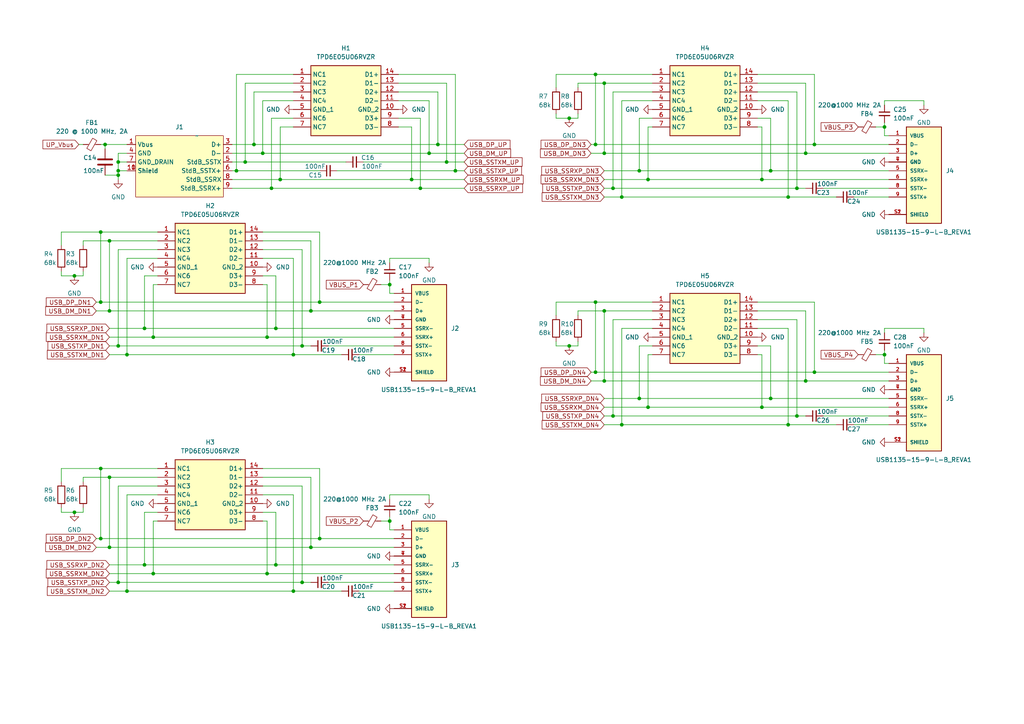
<source format=kicad_sch>
(kicad_sch (version 20230121) (generator eeschema)

  (uuid 38513e0a-4319-48c3-be5c-81e0cd8fe22e)

  (paper "A4")

  (lib_symbols
    (symbol "Device:C" (pin_numbers hide) (pin_names (offset 0.254)) (in_bom yes) (on_board yes)
      (property "Reference" "C" (at 0.635 2.54 0)
        (effects (font (size 1.27 1.27)) (justify left))
      )
      (property "Value" "C" (at 0.635 -2.54 0)
        (effects (font (size 1.27 1.27)) (justify left))
      )
      (property "Footprint" "" (at 0.9652 -3.81 0)
        (effects (font (size 1.27 1.27)) hide)
      )
      (property "Datasheet" "~" (at 0 0 0)
        (effects (font (size 1.27 1.27)) hide)
      )
      (property "ki_keywords" "cap capacitor" (at 0 0 0)
        (effects (font (size 1.27 1.27)) hide)
      )
      (property "ki_description" "Unpolarized capacitor" (at 0 0 0)
        (effects (font (size 1.27 1.27)) hide)
      )
      (property "ki_fp_filters" "C_*" (at 0 0 0)
        (effects (font (size 1.27 1.27)) hide)
      )
      (symbol "C_0_1"
        (polyline
          (pts
            (xy -2.032 -0.762)
            (xy 2.032 -0.762)
          )
          (stroke (width 0.508) (type default))
          (fill (type none))
        )
        (polyline
          (pts
            (xy -2.032 0.762)
            (xy 2.032 0.762)
          )
          (stroke (width 0.508) (type default))
          (fill (type none))
        )
      )
      (symbol "C_1_1"
        (pin passive line (at 0 3.81 270) (length 2.794)
          (name "~" (effects (font (size 1.27 1.27))))
          (number "1" (effects (font (size 1.27 1.27))))
        )
        (pin passive line (at 0 -3.81 90) (length 2.794)
          (name "~" (effects (font (size 1.27 1.27))))
          (number "2" (effects (font (size 1.27 1.27))))
        )
      )
    )
    (symbol "Device:C_Small" (pin_numbers hide) (pin_names (offset 0.254) hide) (in_bom yes) (on_board yes)
      (property "Reference" "C" (at 0.254 1.778 0)
        (effects (font (size 1.27 1.27)) (justify left))
      )
      (property "Value" "C_Small" (at 0.254 -2.032 0)
        (effects (font (size 1.27 1.27)) (justify left))
      )
      (property "Footprint" "" (at 0 0 0)
        (effects (font (size 1.27 1.27)) hide)
      )
      (property "Datasheet" "~" (at 0 0 0)
        (effects (font (size 1.27 1.27)) hide)
      )
      (property "ki_keywords" "capacitor cap" (at 0 0 0)
        (effects (font (size 1.27 1.27)) hide)
      )
      (property "ki_description" "Unpolarized capacitor, small symbol" (at 0 0 0)
        (effects (font (size 1.27 1.27)) hide)
      )
      (property "ki_fp_filters" "C_*" (at 0 0 0)
        (effects (font (size 1.27 1.27)) hide)
      )
      (symbol "C_Small_0_1"
        (polyline
          (pts
            (xy -1.524 -0.508)
            (xy 1.524 -0.508)
          )
          (stroke (width 0.3302) (type default))
          (fill (type none))
        )
        (polyline
          (pts
            (xy -1.524 0.508)
            (xy 1.524 0.508)
          )
          (stroke (width 0.3048) (type default))
          (fill (type none))
        )
      )
      (symbol "C_Small_1_1"
        (pin passive line (at 0 2.54 270) (length 2.032)
          (name "~" (effects (font (size 1.27 1.27))))
          (number "1" (effects (font (size 1.27 1.27))))
        )
        (pin passive line (at 0 -2.54 90) (length 2.032)
          (name "~" (effects (font (size 1.27 1.27))))
          (number "2" (effects (font (size 1.27 1.27))))
        )
      )
    )
    (symbol "Device:FerriteBead_Small" (pin_numbers hide) (pin_names (offset 0)) (in_bom yes) (on_board yes)
      (property "Reference" "FB" (at 1.905 1.27 0)
        (effects (font (size 1.27 1.27)) (justify left))
      )
      (property "Value" "FerriteBead_Small" (at 1.905 -1.27 0)
        (effects (font (size 1.27 1.27)) (justify left))
      )
      (property "Footprint" "" (at -1.778 0 90)
        (effects (font (size 1.27 1.27)) hide)
      )
      (property "Datasheet" "~" (at 0 0 0)
        (effects (font (size 1.27 1.27)) hide)
      )
      (property "ki_keywords" "L ferrite bead inductor filter" (at 0 0 0)
        (effects (font (size 1.27 1.27)) hide)
      )
      (property "ki_description" "Ferrite bead, small symbol" (at 0 0 0)
        (effects (font (size 1.27 1.27)) hide)
      )
      (property "ki_fp_filters" "Inductor_* L_* *Ferrite*" (at 0 0 0)
        (effects (font (size 1.27 1.27)) hide)
      )
      (symbol "FerriteBead_Small_0_1"
        (polyline
          (pts
            (xy 0 -1.27)
            (xy 0 -0.7874)
          )
          (stroke (width 0) (type default))
          (fill (type none))
        )
        (polyline
          (pts
            (xy 0 0.889)
            (xy 0 1.2954)
          )
          (stroke (width 0) (type default))
          (fill (type none))
        )
        (polyline
          (pts
            (xy -1.8288 0.2794)
            (xy -1.1176 1.4986)
            (xy 1.8288 -0.2032)
            (xy 1.1176 -1.4224)
            (xy -1.8288 0.2794)
          )
          (stroke (width 0) (type default))
          (fill (type none))
        )
      )
      (symbol "FerriteBead_Small_1_1"
        (pin passive line (at 0 2.54 270) (length 1.27)
          (name "~" (effects (font (size 1.27 1.27))))
          (number "1" (effects (font (size 1.27 1.27))))
        )
        (pin passive line (at 0 -2.54 90) (length 1.27)
          (name "~" (effects (font (size 1.27 1.27))))
          (number "2" (effects (font (size 1.27 1.27))))
        )
      )
    )
    (symbol "Device:R" (pin_numbers hide) (pin_names (offset 0)) (in_bom yes) (on_board yes)
      (property "Reference" "R" (at 2.032 0 90)
        (effects (font (size 1.27 1.27)))
      )
      (property "Value" "R" (at 0 0 90)
        (effects (font (size 1.27 1.27)))
      )
      (property "Footprint" "" (at -1.778 0 90)
        (effects (font (size 1.27 1.27)) hide)
      )
      (property "Datasheet" "~" (at 0 0 0)
        (effects (font (size 1.27 1.27)) hide)
      )
      (property "ki_keywords" "R res resistor" (at 0 0 0)
        (effects (font (size 1.27 1.27)) hide)
      )
      (property "ki_description" "Resistor" (at 0 0 0)
        (effects (font (size 1.27 1.27)) hide)
      )
      (property "ki_fp_filters" "R_*" (at 0 0 0)
        (effects (font (size 1.27 1.27)) hide)
      )
      (symbol "R_0_1"
        (rectangle (start -1.016 -2.54) (end 1.016 2.54)
          (stroke (width 0.254) (type default))
          (fill (type none))
        )
      )
      (symbol "R_1_1"
        (pin passive line (at 0 3.81 270) (length 1.27)
          (name "~" (effects (font (size 1.27 1.27))))
          (number "1" (effects (font (size 1.27 1.27))))
        )
        (pin passive line (at 0 -3.81 90) (length 1.27)
          (name "~" (effects (font (size 1.27 1.27))))
          (number "2" (effects (font (size 1.27 1.27))))
        )
      )
    )
    (symbol "TPD6E05U06RVZR:TPD6E05U06RVZR" (in_bom yes) (on_board yes)
      (property "Reference" "H" (at 26.67 7.62 0)
        (effects (font (size 1.27 1.27)) (justify left top))
      )
      (property "Value" "TPD6E05U06RVZR" (at 26.67 5.08 0)
        (effects (font (size 1.27 1.27)) (justify left top))
      )
      (property "Footprint" "ESD_Protectors:SON50P135X350X55-14N" (at 26.67 -94.92 0)
        (effects (font (size 1.27 1.27)) (justify left top) hide)
      )
      (property "Datasheet" "http://www.ti.com/lit/gpn/tpd6e05u06" (at 26.67 -194.92 0)
        (effects (font (size 1.27 1.27)) (justify left top) hide)
      )
      (property "Height" "0.55" (at 26.67 -394.92 0)
        (effects (font (size 1.27 1.27)) (justify left top) hide)
      )
      (property "Mouser Part Number" "595-TPD6E05U06RVZR" (at 26.67 -494.92 0)
        (effects (font (size 1.27 1.27)) (justify left top) hide)
      )
      (property "Mouser Price/Stock" "https://www.mouser.co.uk/ProductDetail/Texas-Instruments/TPD6E05U06RVZR?qs=QCUnHQQYO1pCeVGx6Ibw%252BQ%3D%3D" (at 26.67 -594.92 0)
        (effects (font (size 1.27 1.27)) (justify left top) hide)
      )
      (property "Manufacturer_Name" "Texas Instruments" (at 26.67 -694.92 0)
        (effects (font (size 1.27 1.27)) (justify left top) hide)
      )
      (property "Manufacturer_Part_Number" "TPD6E05U06RVZR" (at 26.67 -794.92 0)
        (effects (font (size 1.27 1.27)) (justify left top) hide)
      )
      (property "ki_description" "6-Channel Ultra-Low-Capacitance IEC ESD Protection Diodes" (at 0 0 0)
        (effects (font (size 1.27 1.27)) hide)
      )
      (symbol "TPD6E05U06RVZR_1_1"
        (rectangle (start 5.08 2.54) (end 25.4 -17.78)
          (stroke (width 0.254) (type default))
          (fill (type background))
        )
        (pin passive line (at 0 0 0) (length 5.08)
          (name "NC1" (effects (font (size 1.27 1.27))))
          (number "1" (effects (font (size 1.27 1.27))))
        )
        (pin power_in line (at 30.48 -10.16 180) (length 5.08)
          (name "GND_2" (effects (font (size 1.27 1.27))))
          (number "10" (effects (font (size 1.27 1.27))))
        )
        (pin passive line (at 30.48 -7.62 180) (length 5.08)
          (name "D2-" (effects (font (size 1.27 1.27))))
          (number "11" (effects (font (size 1.27 1.27))))
        )
        (pin passive line (at 30.48 -5.08 180) (length 5.08)
          (name "D2+" (effects (font (size 1.27 1.27))))
          (number "12" (effects (font (size 1.27 1.27))))
        )
        (pin passive line (at 30.48 -2.54 180) (length 5.08)
          (name "D1-" (effects (font (size 1.27 1.27))))
          (number "13" (effects (font (size 1.27 1.27))))
        )
        (pin passive line (at 30.48 0 180) (length 5.08)
          (name "D1+" (effects (font (size 1.27 1.27))))
          (number "14" (effects (font (size 1.27 1.27))))
        )
        (pin passive line (at 0 -2.54 0) (length 5.08)
          (name "NC2" (effects (font (size 1.27 1.27))))
          (number "2" (effects (font (size 1.27 1.27))))
        )
        (pin passive line (at 0 -5.08 0) (length 5.08)
          (name "NC3" (effects (font (size 1.27 1.27))))
          (number "3" (effects (font (size 1.27 1.27))))
        )
        (pin passive line (at 0 -7.62 0) (length 5.08)
          (name "NC4" (effects (font (size 1.27 1.27))))
          (number "4" (effects (font (size 1.27 1.27))))
        )
        (pin power_in line (at 0 -10.16 0) (length 5.08)
          (name "GND_1" (effects (font (size 1.27 1.27))))
          (number "5" (effects (font (size 1.27 1.27))))
        )
        (pin passive line (at 0 -12.7 0) (length 5.08)
          (name "NC6" (effects (font (size 1.27 1.27))))
          (number "6" (effects (font (size 1.27 1.27))))
        )
        (pin passive line (at 0 -15.24 0) (length 5.08)
          (name "NC7" (effects (font (size 1.27 1.27))))
          (number "7" (effects (font (size 1.27 1.27))))
        )
        (pin passive line (at 30.48 -15.24 180) (length 5.08)
          (name "D3-" (effects (font (size 1.27 1.27))))
          (number "8" (effects (font (size 1.27 1.27))))
        )
        (pin passive line (at 30.48 -12.7 180) (length 5.08)
          (name "D3+" (effects (font (size 1.27 1.27))))
          (number "9" (effects (font (size 1.27 1.27))))
        )
      )
    )
    (symbol "USB1135-15-9-L-B_REVA1:USB1135-15-9-L-B_REVA1" (pin_names (offset 1.016)) (in_bom yes) (on_board yes)
      (property "Reference" "J" (at -5.08 13.97 0)
        (effects (font (size 1.27 1.27)) (justify left bottom))
      )
      (property "Value" "USB1135-15-9-L-B_REVA1" (at -5.08 -17.78 0)
        (effects (font (size 1.27 1.27)) (justify left bottom))
      )
      (property "Footprint" "GCT_Connectors:GCT_USB1135-15-9-L-B_REVA1" (at 0 0 0)
        (effects (font (size 1.27 1.27)) (justify bottom) hide)
      )
      (property "Datasheet" "" (at 0 0 0)
        (effects (font (size 1.27 1.27)) hide)
      )
      (property "DigiKey_Part_Number" "2073-USB1135-15-9-L-B-ND" (at 0 0 0)
        (effects (font (size 1.27 1.27)) (justify bottom) hide)
      )
      (property "SnapEDA_Link" "https://www.snapeda.com/parts/USB1135-15-9-L-B/Global+Connector+Technology/view-part/?ref=snap" (at 0 0 0)
        (effects (font (size 1.27 1.27)) (justify bottom) hide)
      )
      (property "MAXIMUM_PACKAGE_HEIGHT" "7.2 mm" (at 0 0 0)
        (effects (font (size 1.27 1.27)) (justify bottom) hide)
      )
      (property "Package" "None" (at 0 0 0)
        (effects (font (size 1.27 1.27)) (justify bottom) hide)
      )
      (property "Check_prices" "https://www.snapeda.com/parts/USB1135-15-9-L-B/Global+Connector+Technology/view-part/?ref=eda" (at 0 0 0)
        (effects (font (size 1.27 1.27)) (justify bottom) hide)
      )
      (property "STANDARD" "Manufacturer Recommendations" (at 0 0 0)
        (effects (font (size 1.27 1.27)) (justify bottom) hide)
      )
      (property "PARTREV" "A1" (at 0 0 0)
        (effects (font (size 1.27 1.27)) (justify bottom) hide)
      )
      (property "MF" "Global Connector Technology" (at 0 0 0)
        (effects (font (size 1.27 1.27)) (justify bottom) hide)
      )
      (property "MP" "USB1135-15-9-L-B" (at 0 0 0)
        (effects (font (size 1.27 1.27)) (justify bottom) hide)
      )
      (property "Description" "\nUSB 3.0 type A Connector Full size Horizontal Plug, 6.95mm profile, 9 Pins, Through hole, Top mount, High mating cycle, charging receptacle\n" (at 0 0 0)
        (effects (font (size 1.27 1.27)) (justify bottom) hide)
      )
      (property "MANUFACTURER" "GCT" (at 0 0 0)
        (effects (font (size 1.27 1.27)) (justify bottom) hide)
      )
      (symbol "USB1135-15-9-L-B_REVA1_0_0"
        (rectangle (start -5.08 -15.24) (end 5.08 12.7)
          (stroke (width 0.254) (type default))
          (fill (type background))
        )
        (pin power_in line (at -10.16 10.16 0) (length 5.08)
          (name "VBUS" (effects (font (size 1.016 1.016))))
          (number "1" (effects (font (size 1.016 1.016))))
        )
        (pin bidirectional line (at -10.16 7.62 0) (length 5.08)
          (name "D-" (effects (font (size 1.016 1.016))))
          (number "2" (effects (font (size 1.016 1.016))))
        )
        (pin bidirectional line (at -10.16 5.08 0) (length 5.08)
          (name "D+" (effects (font (size 1.016 1.016))))
          (number "3" (effects (font (size 1.016 1.016))))
        )
        (pin power_in line (at -10.16 2.54 0) (length 5.08)
          (name "GND" (effects (font (size 1.016 1.016))))
          (number "4" (effects (font (size 1.016 1.016))))
        )
        (pin bidirectional line (at -10.16 0 0) (length 5.08)
          (name "SSRX-" (effects (font (size 1.016 1.016))))
          (number "5" (effects (font (size 1.016 1.016))))
        )
        (pin bidirectional line (at -10.16 -2.54 0) (length 5.08)
          (name "SSRX+" (effects (font (size 1.016 1.016))))
          (number "6" (effects (font (size 1.016 1.016))))
        )
        (pin power_in line (at -10.16 2.54 0) (length 5.08)
          (name "GND" (effects (font (size 1.016 1.016))))
          (number "7" (effects (font (size 1.016 1.016))))
        )
        (pin bidirectional line (at -10.16 -5.08 0) (length 5.08)
          (name "SSTX-" (effects (font (size 1.016 1.016))))
          (number "8" (effects (font (size 1.016 1.016))))
        )
        (pin bidirectional line (at -10.16 -7.62 0) (length 5.08)
          (name "SSTX+" (effects (font (size 1.016 1.016))))
          (number "9" (effects (font (size 1.016 1.016))))
        )
        (pin passive line (at -10.16 -12.7 0) (length 5.08)
          (name "SHIELD" (effects (font (size 1.016 1.016))))
          (number "S1" (effects (font (size 1.016 1.016))))
        )
        (pin passive line (at -10.16 -12.7 0) (length 5.08)
          (name "SHIELD" (effects (font (size 1.016 1.016))))
          (number "S2" (effects (font (size 1.016 1.016))))
        )
      )
    )
    (symbol "Wurth_USB3.0_B_Connector_692221030100:Wurth_USB3.0_Type_B_connector" (in_bom yes) (on_board yes)
      (property "Reference" "J" (at 0 2.54 0)
        (effects (font (size 1.27 1.27)))
      )
      (property "Value" "" (at 5.08 -2.54 0)
        (effects (font (size 1.27 1.27)))
      )
      (property "Footprint" "Wurth_USB_connector:WR-COM_USB_TYPE_B" (at 5.08 -2.54 0)
        (effects (font (size 1.27 1.27)) hide)
      )
      (property "Datasheet" "" (at 5.08 -2.54 0)
        (effects (font (size 1.27 1.27)) hide)
      )
      (symbol "Wurth_USB3.0_Type_B_connector_1_1"
        (rectangle (start -12.7 -2.54) (end 12.7 -20.32)
          (stroke (width 0) (type default))
          (fill (type background))
        )
        (pin power_in line (at -15.24 -5.08 0) (length 2.54)
          (name "Vbus" (effects (font (size 1.27 1.27))))
          (number "1" (effects (font (size 1.27 1.27))))
        )
        (pin passive line (at -15.24 -12.7 0) (length 2.54)
          (name "Shield" (effects (font (size 1.27 1.27))))
          (number "10" (effects (font (size 1.27 1.27))))
        )
        (pin passive line (at -15.24 -12.7 0) (length 2.54)
          (name "Shield" (effects (font (size 1.27 1.27))))
          (number "11" (effects (font (size 1.27 1.27))))
        )
        (pin bidirectional line (at 15.24 -7.62 180) (length 2.54)
          (name "D-" (effects (font (size 1.27 1.27))))
          (number "2" (effects (font (size 1.27 1.27))))
        )
        (pin bidirectional line (at 15.24 -5.08 180) (length 2.54)
          (name "D+" (effects (font (size 1.27 1.27))))
          (number "3" (effects (font (size 1.27 1.27))))
        )
        (pin power_in line (at -15.24 -7.62 0) (length 2.54)
          (name "GND" (effects (font (size 1.27 1.27))))
          (number "4" (effects (font (size 1.27 1.27))))
        )
        (pin output line (at 15.24 -10.16 180) (length 2.54)
          (name "StdB_SSTX" (effects (font (size 1.27 1.27))))
          (number "5" (effects (font (size 1.27 1.27))))
        )
        (pin output line (at 15.24 -12.7 180) (length 2.54)
          (name "StdB_SSTX+" (effects (font (size 1.27 1.27))))
          (number "6" (effects (font (size 1.27 1.27))))
        )
        (pin passive line (at -15.24 -10.16 0) (length 2.54)
          (name "GND_DRAIN" (effects (font (size 1.27 1.27))))
          (number "7" (effects (font (size 1.27 1.27))))
        )
        (pin input line (at 15.24 -15.24 180) (length 2.54)
          (name "StdB_SSRX" (effects (font (size 1.27 1.27))))
          (number "8" (effects (font (size 1.27 1.27))))
        )
        (pin input line (at 15.24 -17.78 180) (length 2.54)
          (name "StdB_SSRX+" (effects (font (size 1.27 1.27))))
          (number "9" (effects (font (size 1.27 1.27))))
        )
      )
    )
    (symbol "power:GND" (power) (pin_names (offset 0)) (in_bom yes) (on_board yes)
      (property "Reference" "#PWR" (at 0 -6.35 0)
        (effects (font (size 1.27 1.27)) hide)
      )
      (property "Value" "GND" (at 0 -3.81 0)
        (effects (font (size 1.27 1.27)))
      )
      (property "Footprint" "" (at 0 0 0)
        (effects (font (size 1.27 1.27)) hide)
      )
      (property "Datasheet" "" (at 0 0 0)
        (effects (font (size 1.27 1.27)) hide)
      )
      (property "ki_keywords" "global power" (at 0 0 0)
        (effects (font (size 1.27 1.27)) hide)
      )
      (property "ki_description" "Power symbol creates a global label with name \"GND\" , ground" (at 0 0 0)
        (effects (font (size 1.27 1.27)) hide)
      )
      (symbol "GND_0_1"
        (polyline
          (pts
            (xy 0 0)
            (xy 0 -1.27)
            (xy 1.27 -1.27)
            (xy 0 -2.54)
            (xy -1.27 -1.27)
            (xy 0 -1.27)
          )
          (stroke (width 0) (type default))
          (fill (type none))
        )
      )
      (symbol "GND_1_1"
        (pin power_in line (at 0 0 270) (length 0) hide
          (name "GND" (effects (font (size 1.27 1.27))))
          (number "1" (effects (font (size 1.27 1.27))))
        )
      )
    )
  )

  (junction (at 119.38 52.07) (diameter 0) (color 0 0 0 0)
    (uuid 0276a579-4f09-491b-b1f5-ddea4d4531f9)
  )
  (junction (at 29.21 67.31) (diameter 0) (color 0 0 0 0)
    (uuid 04a69232-47f0-47b7-9615-8917d823ff4a)
  )
  (junction (at 223.52 49.53) (diameter 0) (color 0 0 0 0)
    (uuid 05dc7217-0e9d-45af-b606-6b9151f782f8)
  )
  (junction (at 172.72 41.91) (diameter 0) (color 0 0 0 0)
    (uuid 097d91f9-c525-4453-82a5-c10234e5607c)
  )
  (junction (at 231.14 120.65) (diameter 0) (color 0 0 0 0)
    (uuid 0efd1921-7101-40ab-9d9a-578c30b23d27)
  )
  (junction (at 80.01 95.25) (diameter 0) (color 0 0 0 0)
    (uuid 10e35733-463a-4978-852b-c6dcdc4bfd57)
  )
  (junction (at 34.29 100.33) (diameter 0) (color 0 0 0 0)
    (uuid 1b154d90-d618-4be5-b3fa-a44ebf664940)
  )
  (junction (at 228.6 123.19) (diameter 0) (color 0 0 0 0)
    (uuid 20fa64aa-816d-472c-bf77-13e3e523089c)
  )
  (junction (at 85.09 102.87) (diameter 0) (color 0 0 0 0)
    (uuid 21233fe7-0a44-473b-97ae-6837b18cd38c)
  )
  (junction (at 71.12 46.99) (diameter 0) (color 0 0 0 0)
    (uuid 21b2e409-1b62-4f99-a3bf-30e021f5b294)
  )
  (junction (at 90.17 90.17) (diameter 0) (color 0 0 0 0)
    (uuid 237e1521-757d-4e14-b792-45f4f7628ae2)
  )
  (junction (at 44.45 97.79) (diameter 0) (color 0 0 0 0)
    (uuid 23e62c60-52d1-402c-9dbe-863e58fa8d74)
  )
  (junction (at 44.45 166.37) (diameter 0) (color 0 0 0 0)
    (uuid 25925f15-2afd-449e-8575-26fa64d7559c)
  )
  (junction (at 233.68 44.45) (diameter 0) (color 0 0 0 0)
    (uuid 264acdea-2971-4431-8fa2-6b827ba00ad4)
  )
  (junction (at 172.72 21.59) (diameter 0) (color 0 0 0 0)
    (uuid 2a327e0a-e191-4e7b-a0d2-764bc264b864)
  )
  (junction (at 31.75 90.17) (diameter 0) (color 0 0 0 0)
    (uuid 2c02db3d-9a64-4e96-b3aa-f396328d56c6)
  )
  (junction (at 180.34 57.15) (diameter 0) (color 0 0 0 0)
    (uuid 2d053d27-427d-4544-a715-b682b19d0135)
  )
  (junction (at 29.21 87.63) (diameter 0) (color 0 0 0 0)
    (uuid 2d40bb94-cf8b-46a3-9b50-4b35b87cc7f2)
  )
  (junction (at 236.22 107.95) (diameter 0) (color 0 0 0 0)
    (uuid 2f17dc6c-5f96-4909-ae99-d95c7fad679a)
  )
  (junction (at 81.28 52.07) (diameter 0) (color 0 0 0 0)
    (uuid 3041e99d-4379-4c24-bfdb-caa1b10bbee1)
  )
  (junction (at 172.72 87.63) (diameter 0) (color 0 0 0 0)
    (uuid 30f89c9c-d518-4da6-ac0d-cc34ae2c40a0)
  )
  (junction (at 223.52 115.57) (diameter 0) (color 0 0 0 0)
    (uuid 31a03376-06c8-4ecf-8113-c6d57b8e62af)
  )
  (junction (at 77.47 97.79) (diameter 0) (color 0 0 0 0)
    (uuid 388c0ca6-6571-4ce4-ad8b-065eda857064)
  )
  (junction (at 220.98 118.11) (diameter 0) (color 0 0 0 0)
    (uuid 38df5594-bd2d-4fbe-a284-54bccedc7042)
  )
  (junction (at 113.03 151.13) (diameter 0) (color 0 0 0 0)
    (uuid 3dbd0f20-ea63-4d93-bde5-2fca1c37c48a)
  )
  (junction (at 68.58 49.53) (diameter 0) (color 0 0 0 0)
    (uuid 47d65efa-5864-4c25-a18f-1c4387ea0233)
  )
  (junction (at 36.83 102.87) (diameter 0) (color 0 0 0 0)
    (uuid 48cce4ee-923b-42de-90bd-2eff9e9fffc5)
  )
  (junction (at 30.48 41.91) (diameter 0) (color 0 0 0 0)
    (uuid 514b36a7-6625-4e5b-b30c-639175f2f811)
  )
  (junction (at 34.29 168.91) (diameter 0) (color 0 0 0 0)
    (uuid 52e52f36-6019-427c-ab5c-f4c7ffaeb546)
  )
  (junction (at 220.98 52.07) (diameter 0) (color 0 0 0 0)
    (uuid 53a86fa2-8f4b-4a6f-85a8-b18f55bf5da7)
  )
  (junction (at 113.03 82.55) (diameter 0) (color 0 0 0 0)
    (uuid 5889b7aa-0452-4192-992a-1a78ee3f7929)
  )
  (junction (at 80.01 163.83) (diameter 0) (color 0 0 0 0)
    (uuid 598162a7-0b81-4d6c-81b1-dd78f6a5f824)
  )
  (junction (at 165.1 100.33) (diameter 0) (color 0 0 0 0)
    (uuid 5ee99287-affd-4e95-9cc4-07d8dd66a6ba)
  )
  (junction (at 34.29 50.8) (diameter 0) (color 0 0 0 0)
    (uuid 6405a894-8992-4e02-b430-55d17f73fd6b)
  )
  (junction (at 175.26 24.13) (diameter 0) (color 0 0 0 0)
    (uuid 693d8c93-a983-4af6-aba5-45e8cf34688e)
  )
  (junction (at 29.21 156.21) (diameter 0) (color 0 0 0 0)
    (uuid 6b34a3c8-2dc9-4601-a101-d51b1d81c29c)
  )
  (junction (at 185.42 49.53) (diameter 0) (color 0 0 0 0)
    (uuid 73f91ca1-0e34-44e1-a593-ef3b8f1a76c6)
  )
  (junction (at 187.96 52.07) (diameter 0) (color 0 0 0 0)
    (uuid 7f4eeae5-c4de-43be-a4fb-9fa565fe9b57)
  )
  (junction (at 228.6 57.15) (diameter 0) (color 0 0 0 0)
    (uuid 8202ace9-ce77-470f-80ed-1d90c39d04cb)
  )
  (junction (at 34.29 46.99) (diameter 0) (color 0 0 0 0)
    (uuid 824fa6c4-db5e-4c96-a49d-4a8576a9542c)
  )
  (junction (at 132.08 49.53) (diameter 0) (color 0 0 0 0)
    (uuid 861afc8e-b47c-493f-9ea4-0dee648d69dc)
  )
  (junction (at 36.83 171.45) (diameter 0) (color 0 0 0 0)
    (uuid 876cbb9d-71ad-4913-a362-51caa3377296)
  )
  (junction (at 78.74 54.61) (diameter 0) (color 0 0 0 0)
    (uuid 8c8bf947-9b09-4a2a-bf98-3798fef25fe0)
  )
  (junction (at 87.63 168.91) (diameter 0) (color 0 0 0 0)
    (uuid 8ce2ec7f-3704-45bc-8ee8-c295f772f728)
  )
  (junction (at 256.54 102.87) (diameter 0) (color 0 0 0 0)
    (uuid 9592329a-0911-4af5-b20b-dcf6bcd9e46f)
  )
  (junction (at 177.8 120.65) (diameter 0) (color 0 0 0 0)
    (uuid 95b42cae-ebd4-44ef-b569-418420080e39)
  )
  (junction (at 177.8 54.61) (diameter 0) (color 0 0 0 0)
    (uuid 95d3b95f-942f-403e-9ac0-6b792f07dc2d)
  )
  (junction (at 34.29 49.53) (diameter 0) (color 0 0 0 0)
    (uuid 9b9c33fc-df9f-4498-99c4-22845f5263b8)
  )
  (junction (at 129.54 46.99) (diameter 0) (color 0 0 0 0)
    (uuid 9c44c3ec-6407-48ef-a143-22b907151485)
  )
  (junction (at 73.66 41.91) (diameter 0) (color 0 0 0 0)
    (uuid 9eab6c40-9d93-479d-be41-81f766f961f6)
  )
  (junction (at 76.2 44.45) (diameter 0) (color 0 0 0 0)
    (uuid a2e3d2c3-d778-4469-a4ef-b61d206eef02)
  )
  (junction (at 92.71 87.63) (diameter 0) (color 0 0 0 0)
    (uuid a40b83e6-6a46-4f67-a27b-1b9a53a7963e)
  )
  (junction (at 185.42 115.57) (diameter 0) (color 0 0 0 0)
    (uuid a62a7a99-3036-4c7c-9d6e-dded9f295313)
  )
  (junction (at 175.26 44.45) (diameter 0) (color 0 0 0 0)
    (uuid ab4e1037-abe3-4267-8354-c30cb8301c62)
  )
  (junction (at 21.59 80.01) (diameter 0) (color 0 0 0 0)
    (uuid aeb2302e-c8c0-40c1-aa3c-7b54d33d031d)
  )
  (junction (at 29.21 135.89) (diameter 0) (color 0 0 0 0)
    (uuid b4c89c5c-ff85-4dcf-8af2-c758f6e82225)
  )
  (junction (at 21.59 148.59) (diameter 0) (color 0 0 0 0)
    (uuid b506b9f6-b665-4d64-a3f2-eefa44f3e61a)
  )
  (junction (at 31.75 158.75) (diameter 0) (color 0 0 0 0)
    (uuid b6ad217b-4629-4307-836a-cd8948fe78fb)
  )
  (junction (at 127 41.91) (diameter 0) (color 0 0 0 0)
    (uuid b6dcb6b8-5ef5-4977-ae0a-881e844f2250)
  )
  (junction (at 121.92 54.61) (diameter 0) (color 0 0 0 0)
    (uuid b788cddb-dd20-4d6f-ae35-92b3b7b3382b)
  )
  (junction (at 77.47 166.37) (diameter 0) (color 0 0 0 0)
    (uuid b81459a3-2804-4ea9-b4cf-a66a62170830)
  )
  (junction (at 41.91 95.25) (diameter 0) (color 0 0 0 0)
    (uuid bda9128f-2ece-4b6b-bf0e-48f6f633a59d)
  )
  (junction (at 172.72 107.95) (diameter 0) (color 0 0 0 0)
    (uuid c32e397d-7664-4eb1-8165-9761a6d65ac1)
  )
  (junction (at 124.46 44.45) (diameter 0) (color 0 0 0 0)
    (uuid c444fbf3-caa4-49a7-ad6a-a8527a3dd72b)
  )
  (junction (at 165.1 34.29) (diameter 0) (color 0 0 0 0)
    (uuid c886ad35-fb5e-48b6-b8a5-0c9bf1b44fce)
  )
  (junction (at 175.26 90.17) (diameter 0) (color 0 0 0 0)
    (uuid c90034dc-e5c4-4ae5-b8d6-53b4e2bf7b5c)
  )
  (junction (at 87.63 100.33) (diameter 0) (color 0 0 0 0)
    (uuid cf18ec1a-ca9d-4738-8e64-9aef1977cc57)
  )
  (junction (at 236.22 41.91) (diameter 0) (color 0 0 0 0)
    (uuid d20cfeae-cafa-4dc5-9994-36a16ad31032)
  )
  (junction (at 231.14 54.61) (diameter 0) (color 0 0 0 0)
    (uuid d4231cac-bf7a-4e4f-bd65-e78e856d8857)
  )
  (junction (at 92.71 156.21) (diameter 0) (color 0 0 0 0)
    (uuid d942e6c1-b993-450b-840a-fc396ac7dfd3)
  )
  (junction (at 31.75 138.43) (diameter 0) (color 0 0 0 0)
    (uuid d9a2bde4-8990-449c-a9c8-60724b2c595b)
  )
  (junction (at 187.96 118.11) (diameter 0) (color 0 0 0 0)
    (uuid dc8231d3-d7d5-4f34-8c70-0210f2d7d9e1)
  )
  (junction (at 41.91 163.83) (diameter 0) (color 0 0 0 0)
    (uuid e263410e-3940-4b42-b875-5b0ae5bda83a)
  )
  (junction (at 85.09 171.45) (diameter 0) (color 0 0 0 0)
    (uuid eb574a66-63ce-42d9-b0c8-798834591ea5)
  )
  (junction (at 233.68 110.49) (diameter 0) (color 0 0 0 0)
    (uuid ebd00750-3135-46ec-855e-a87dbd7b2c2b)
  )
  (junction (at 175.26 110.49) (diameter 0) (color 0 0 0 0)
    (uuid ecd5f3d7-5712-45f4-8579-25c7f053e1f4)
  )
  (junction (at 90.17 158.75) (diameter 0) (color 0 0 0 0)
    (uuid f22d4275-b2f8-4719-8bd6-c3633538fc77)
  )
  (junction (at 31.75 69.85) (diameter 0) (color 0 0 0 0)
    (uuid f6203431-b50c-490d-aaa2-d237b2d782a8)
  )
  (junction (at 256.54 36.83) (diameter 0) (color 0 0 0 0)
    (uuid fc5cd52e-7132-4003-a091-184421df099b)
  )
  (junction (at 180.34 123.19) (diameter 0) (color 0 0 0 0)
    (uuid fee504ce-93a8-4c2c-8656-187a46f5aa99)
  )

  (wire (pts (xy 87.63 100.33) (xy 90.17 100.33))
    (stroke (width 0) (type default))
    (uuid 0047434b-2d08-4671-ab20-a2158f6071a6)
  )
  (wire (pts (xy 85.09 171.45) (xy 99.06 171.45))
    (stroke (width 0) (type default))
    (uuid 014e8d44-85a4-4648-ab42-e1254d91196f)
  )
  (wire (pts (xy 187.96 36.83) (xy 187.96 52.07))
    (stroke (width 0) (type default))
    (uuid 0209baee-8523-46bc-8651-650dc4eef57c)
  )
  (wire (pts (xy 80.01 80.01) (xy 80.01 95.25))
    (stroke (width 0) (type default))
    (uuid 02c1b752-e66e-4f4b-a9b3-76532b178864)
  )
  (wire (pts (xy 44.45 151.13) (xy 44.45 166.37))
    (stroke (width 0) (type default))
    (uuid 03a8b044-6dcb-4847-a16e-ddff711bd657)
  )
  (wire (pts (xy 36.83 102.87) (xy 85.09 102.87))
    (stroke (width 0) (type default))
    (uuid 0404be52-a89b-4605-b24d-ae675a59927e)
  )
  (wire (pts (xy 113.03 144.78) (xy 113.03 143.51))
    (stroke (width 0) (type default))
    (uuid 047a1fc8-3fa9-4bf8-9207-0d0061e37ecf)
  )
  (wire (pts (xy 113.03 81.28) (xy 113.03 82.55))
    (stroke (width 0) (type default))
    (uuid 069e13e8-36a7-4208-9c8c-11fe915f2947)
  )
  (wire (pts (xy 189.23 21.59) (xy 172.72 21.59))
    (stroke (width 0) (type default))
    (uuid 06b040dc-a5a4-4809-a7a7-eb614f277e5f)
  )
  (wire (pts (xy 17.78 135.89) (xy 17.78 139.7))
    (stroke (width 0) (type default))
    (uuid 070aefb0-ac96-42dc-8e86-c8f440be6725)
  )
  (wire (pts (xy 22.86 41.91) (xy 24.13 41.91))
    (stroke (width 0) (type default))
    (uuid 070e9840-57b3-4d4e-96f9-980c05e088b8)
  )
  (wire (pts (xy 236.22 87.63) (xy 236.22 107.95))
    (stroke (width 0) (type default))
    (uuid 0a47c12d-f373-41b1-a9cd-618ed6e81661)
  )
  (wire (pts (xy 90.17 90.17) (xy 114.3 90.17))
    (stroke (width 0) (type default))
    (uuid 0a94d3e4-b8c8-4061-b8a2-667eac0c91c5)
  )
  (wire (pts (xy 85.09 74.93) (xy 85.09 102.87))
    (stroke (width 0) (type default))
    (uuid 0b56599e-234f-4144-a39b-220e18e65a9e)
  )
  (wire (pts (xy 119.38 52.07) (xy 134.62 52.07))
    (stroke (width 0) (type default))
    (uuid 0b85ab87-c013-4526-b8fd-1e6736ba4c64)
  )
  (wire (pts (xy 105.41 46.99) (xy 129.54 46.99))
    (stroke (width 0) (type default))
    (uuid 0ccd537e-7e53-42d1-b5b3-637d0d549a58)
  )
  (wire (pts (xy 24.13 80.01) (xy 24.13 78.74))
    (stroke (width 0) (type default))
    (uuid 0d0b545a-c18f-4ae8-bad3-0c156c9ef212)
  )
  (wire (pts (xy 175.26 54.61) (xy 177.8 54.61))
    (stroke (width 0) (type default))
    (uuid 0ea308f3-3b70-4051-83fa-39dba010a780)
  )
  (wire (pts (xy 175.26 110.49) (xy 233.68 110.49))
    (stroke (width 0) (type default))
    (uuid 0f057852-5b05-4df6-b5d1-d96c5422009f)
  )
  (wire (pts (xy 24.13 148.59) (xy 24.13 147.32))
    (stroke (width 0) (type default))
    (uuid 0fd1c5a5-8099-49ce-9bd4-299409569b01)
  )
  (wire (pts (xy 85.09 26.67) (xy 73.66 26.67))
    (stroke (width 0) (type default))
    (uuid 1085929d-3a1b-4fad-8928-4d82ad13a8e4)
  )
  (wire (pts (xy 219.71 87.63) (xy 236.22 87.63))
    (stroke (width 0) (type default))
    (uuid 1108f944-3133-4e8e-9074-59d5aaa7d4d9)
  )
  (wire (pts (xy 44.45 166.37) (xy 77.47 166.37))
    (stroke (width 0) (type default))
    (uuid 144833ea-7a3f-45c4-991a-a8f686ffda6e)
  )
  (wire (pts (xy 231.14 92.71) (xy 231.14 120.65))
    (stroke (width 0) (type default))
    (uuid 148381b0-8c84-4822-8866-44a7dbf12c5d)
  )
  (wire (pts (xy 81.28 36.83) (xy 81.28 52.07))
    (stroke (width 0) (type default))
    (uuid 154b0b54-929c-40ef-b27d-b0bdd6946695)
  )
  (wire (pts (xy 27.94 156.21) (xy 29.21 156.21))
    (stroke (width 0) (type default))
    (uuid 1679e0fb-0fb0-4fdf-9dbe-6ae15ec3db0c)
  )
  (wire (pts (xy 165.1 100.33) (xy 167.64 100.33))
    (stroke (width 0) (type default))
    (uuid 16a27cf6-66af-47f7-91e2-4ff671f1ed53)
  )
  (wire (pts (xy 76.2 148.59) (xy 80.01 148.59))
    (stroke (width 0) (type default))
    (uuid 171bf162-7c9e-4169-b074-a628b5800d5f)
  )
  (wire (pts (xy 233.68 90.17) (xy 233.68 110.49))
    (stroke (width 0) (type default))
    (uuid 1974bc12-3713-4fa7-9835-8924d669f3e2)
  )
  (wire (pts (xy 44.45 97.79) (xy 77.47 97.79))
    (stroke (width 0) (type default))
    (uuid 1a5a3bf4-af40-4fda-a4e5-df714d758ec7)
  )
  (wire (pts (xy 17.78 78.74) (xy 17.78 80.01))
    (stroke (width 0) (type default))
    (uuid 1ad19e2f-d831-4d6d-ae95-33f45614ed12)
  )
  (wire (pts (xy 17.78 67.31) (xy 17.78 71.12))
    (stroke (width 0) (type default))
    (uuid 1cdc97b9-e35e-4508-84f2-964781ab3b3c)
  )
  (wire (pts (xy 24.13 69.85) (xy 24.13 71.12))
    (stroke (width 0) (type default))
    (uuid 1f89be6e-f2f5-431b-a322-0dc6db0f7a70)
  )
  (wire (pts (xy 180.34 29.21) (xy 180.34 57.15))
    (stroke (width 0) (type default))
    (uuid 20bab725-25eb-4051-9880-83806cab80dc)
  )
  (wire (pts (xy 29.21 67.31) (xy 29.21 87.63))
    (stroke (width 0) (type default))
    (uuid 20c15cb8-0f6c-4dc8-80e6-157606ba1c47)
  )
  (wire (pts (xy 34.29 49.53) (xy 34.29 46.99))
    (stroke (width 0) (type default))
    (uuid 20ff9581-ed9d-4b4d-abba-2a58ca74ad6f)
  )
  (wire (pts (xy 119.38 36.83) (xy 119.38 52.07))
    (stroke (width 0) (type default))
    (uuid 225eb8a8-f731-4e1d-b9a1-3450751c10ee)
  )
  (wire (pts (xy 115.57 36.83) (xy 119.38 36.83))
    (stroke (width 0) (type default))
    (uuid 2269c90c-8f4f-45da-b9f1-e7cde76ea780)
  )
  (wire (pts (xy 34.29 49.53) (xy 34.29 50.8))
    (stroke (width 0) (type default))
    (uuid 2486e98d-3143-4507-ad7a-e79244809999)
  )
  (wire (pts (xy 189.23 95.25) (xy 180.34 95.25))
    (stroke (width 0) (type default))
    (uuid 24fcb146-ebae-4629-83bd-b71865ae2c23)
  )
  (wire (pts (xy 177.8 54.61) (xy 231.14 54.61))
    (stroke (width 0) (type default))
    (uuid 259c3225-0b73-41b3-aaad-a5b1ceb9c5dd)
  )
  (wire (pts (xy 31.75 138.43) (xy 24.13 138.43))
    (stroke (width 0) (type default))
    (uuid 296a3074-a805-454b-8094-a6bdc6775662)
  )
  (wire (pts (xy 90.17 138.43) (xy 90.17 158.75))
    (stroke (width 0) (type default))
    (uuid 29a67327-a66d-447e-970d-5f14ce8df8f3)
  )
  (wire (pts (xy 17.78 80.01) (xy 21.59 80.01))
    (stroke (width 0) (type default))
    (uuid 2aa2c43d-aa4a-41e8-8bee-b93b3d25855f)
  )
  (wire (pts (xy 187.96 118.11) (xy 220.98 118.11))
    (stroke (width 0) (type default))
    (uuid 2af22558-8c4f-4efe-8e30-b5dce0128315)
  )
  (wire (pts (xy 180.34 57.15) (xy 228.6 57.15))
    (stroke (width 0) (type default))
    (uuid 2cc55055-6355-4a1f-8b23-1d2e314d977b)
  )
  (wire (pts (xy 115.57 21.59) (xy 132.08 21.59))
    (stroke (width 0) (type default))
    (uuid 2ce7951e-8506-451f-a925-8f19477fc824)
  )
  (wire (pts (xy 85.09 102.87) (xy 99.06 102.87))
    (stroke (width 0) (type default))
    (uuid 2f0b2fc1-f627-4c86-8fd4-e23252b05ba7)
  )
  (wire (pts (xy 220.98 118.11) (xy 257.81 118.11))
    (stroke (width 0) (type default))
    (uuid 2fa41f1d-358c-4c97-b66e-8989395abe2e)
  )
  (wire (pts (xy 17.78 147.32) (xy 17.78 148.59))
    (stroke (width 0) (type default))
    (uuid 3139c352-fe7a-4fcf-a254-97eed77ec55c)
  )
  (wire (pts (xy 127 41.91) (xy 134.62 41.91))
    (stroke (width 0) (type default))
    (uuid 314916ca-7346-44ae-b44f-67e5a78a9a80)
  )
  (wire (pts (xy 175.26 24.13) (xy 167.64 24.13))
    (stroke (width 0) (type default))
    (uuid 3229bd1f-34df-4b29-ad9e-341b13eeede5)
  )
  (wire (pts (xy 85.09 143.51) (xy 85.09 171.45))
    (stroke (width 0) (type default))
    (uuid 346bb84c-8234-440c-8e0a-8a0e9ef90bae)
  )
  (wire (pts (xy 256.54 39.37) (xy 257.81 39.37))
    (stroke (width 0) (type default))
    (uuid 35e449b0-15e1-4ccf-b622-88251aceb4b2)
  )
  (wire (pts (xy 31.75 158.75) (xy 90.17 158.75))
    (stroke (width 0) (type default))
    (uuid 36188ce0-3edf-45dc-86b2-39210f2597e2)
  )
  (wire (pts (xy 76.2 82.55) (xy 77.47 82.55))
    (stroke (width 0) (type default))
    (uuid 3857e0ce-12b0-42be-86a5-6b17d14c86e9)
  )
  (wire (pts (xy 175.26 120.65) (xy 177.8 120.65))
    (stroke (width 0) (type default))
    (uuid 3a109fdc-a341-4f25-8cab-4182e739fe7d)
  )
  (wire (pts (xy 34.29 168.91) (xy 87.63 168.91))
    (stroke (width 0) (type default))
    (uuid 3ad62482-8aba-43be-8e64-b947eea8214c)
  )
  (wire (pts (xy 175.26 24.13) (xy 175.26 44.45))
    (stroke (width 0) (type default))
    (uuid 3ae81f46-90ee-4c6a-90ae-d9be54811199)
  )
  (wire (pts (xy 95.25 168.91) (xy 114.3 168.91))
    (stroke (width 0) (type default))
    (uuid 3b68b60a-6d62-4545-9f6c-a92b4ff7dc06)
  )
  (wire (pts (xy 92.71 135.89) (xy 92.71 156.21))
    (stroke (width 0) (type default))
    (uuid 3be24648-8fee-4e15-9ae0-b2e80eae63ed)
  )
  (wire (pts (xy 31.75 69.85) (xy 31.75 90.17))
    (stroke (width 0) (type default))
    (uuid 3cea3e91-1c72-476c-be49-9df283085826)
  )
  (wire (pts (xy 80.01 148.59) (xy 80.01 163.83))
    (stroke (width 0) (type default))
    (uuid 3d6c1a51-cbeb-405b-8ece-692bfb33e77f)
  )
  (wire (pts (xy 76.2 80.01) (xy 80.01 80.01))
    (stroke (width 0) (type default))
    (uuid 3e1e106e-f51e-4812-b20d-5a1625a444b0)
  )
  (wire (pts (xy 115.57 24.13) (xy 129.54 24.13))
    (stroke (width 0) (type default))
    (uuid 3ed43e48-2060-490a-ba54-8c3459607cae)
  )
  (wire (pts (xy 76.2 140.97) (xy 87.63 140.97))
    (stroke (width 0) (type default))
    (uuid 3f19eb6a-63fc-44c7-bba9-c864383275bb)
  )
  (wire (pts (xy 67.31 54.61) (xy 78.74 54.61))
    (stroke (width 0) (type default))
    (uuid 3fa16020-e411-48f8-a0af-43f044f1b12d)
  )
  (wire (pts (xy 113.03 153.67) (xy 114.3 153.67))
    (stroke (width 0) (type default))
    (uuid 3fd67454-13ef-4498-ba32-e40a521cbf5d)
  )
  (wire (pts (xy 95.25 100.33) (xy 114.3 100.33))
    (stroke (width 0) (type default))
    (uuid 404db668-72d9-4a42-8f1d-fc5ef5097924)
  )
  (wire (pts (xy 31.75 97.79) (xy 44.45 97.79))
    (stroke (width 0) (type default))
    (uuid 42f1ee92-d4f4-4efb-beb0-b92f86a88005)
  )
  (wire (pts (xy 113.03 149.86) (xy 113.03 151.13))
    (stroke (width 0) (type default))
    (uuid 434136eb-8feb-42b7-aeb1-7711109e8d13)
  )
  (wire (pts (xy 161.29 100.33) (xy 165.1 100.33))
    (stroke (width 0) (type default))
    (uuid 43a30500-6b3a-47cc-9d89-59481385b661)
  )
  (wire (pts (xy 21.59 80.01) (xy 24.13 80.01))
    (stroke (width 0) (type default))
    (uuid 44905560-1fe0-4506-b0ce-84c90deac80e)
  )
  (wire (pts (xy 29.21 156.21) (xy 92.71 156.21))
    (stroke (width 0) (type default))
    (uuid 46f67926-0561-43a8-afc5-26f0a421b081)
  )
  (wire (pts (xy 231.14 120.65) (xy 233.68 120.65))
    (stroke (width 0) (type default))
    (uuid 479d232d-740d-4b4b-a4ec-778b89c7197a)
  )
  (wire (pts (xy 81.28 52.07) (xy 119.38 52.07))
    (stroke (width 0) (type default))
    (uuid 4839cc9e-a954-4749-b63e-2f493e508ba9)
  )
  (wire (pts (xy 172.72 21.59) (xy 161.29 21.59))
    (stroke (width 0) (type default))
    (uuid 49949e08-afd8-4e39-8a07-5a22bdc73ce7)
  )
  (wire (pts (xy 185.42 115.57) (xy 223.52 115.57))
    (stroke (width 0) (type default))
    (uuid 4a6f1d65-ea51-44f3-a973-427195d27463)
  )
  (wire (pts (xy 256.54 102.87) (xy 256.54 105.41))
    (stroke (width 0) (type default))
    (uuid 4af17a46-54a1-4018-b17d-212d789d36b7)
  )
  (wire (pts (xy 127 26.67) (xy 127 41.91))
    (stroke (width 0) (type default))
    (uuid 4d069377-325d-4a8d-aeda-0986e538d25f)
  )
  (wire (pts (xy 76.2 151.13) (xy 77.47 151.13))
    (stroke (width 0) (type default))
    (uuid 4d376f38-6b76-40ae-a816-9f5bba912f49)
  )
  (wire (pts (xy 30.48 50.8) (xy 34.29 50.8))
    (stroke (width 0) (type default))
    (uuid 4d4475bf-683c-41b0-b220-d55a4be556e7)
  )
  (wire (pts (xy 76.2 67.31) (xy 92.71 67.31))
    (stroke (width 0) (type default))
    (uuid 4de6da88-d8ea-46bb-99fd-c3be5bff0239)
  )
  (wire (pts (xy 124.46 29.21) (xy 124.46 44.45))
    (stroke (width 0) (type default))
    (uuid 4e91c263-41b2-4f99-b206-ef3f15b08122)
  )
  (wire (pts (xy 180.34 95.25) (xy 180.34 123.19))
    (stroke (width 0) (type default))
    (uuid 50bb2b64-204d-48ab-9437-25d98a54516c)
  )
  (wire (pts (xy 77.47 82.55) (xy 77.47 97.79))
    (stroke (width 0) (type default))
    (uuid 5179b266-adee-4217-9f4f-9cc1e64a298b)
  )
  (wire (pts (xy 175.26 44.45) (xy 233.68 44.45))
    (stroke (width 0) (type default))
    (uuid 52bbc85b-7ff9-4ed4-9eca-d8518c353b9b)
  )
  (wire (pts (xy 172.72 87.63) (xy 161.29 87.63))
    (stroke (width 0) (type default))
    (uuid 52f1078a-9397-4740-b1ca-091aaf6df45e)
  )
  (wire (pts (xy 171.45 44.45) (xy 175.26 44.45))
    (stroke (width 0) (type default))
    (uuid 5333a8ed-1c26-48dd-8b29-099d85fc4bff)
  )
  (wire (pts (xy 44.45 82.55) (xy 44.45 97.79))
    (stroke (width 0) (type default))
    (uuid 534c0daf-1533-4e84-9c5f-d5d69cfd4c5a)
  )
  (wire (pts (xy 175.26 123.19) (xy 180.34 123.19))
    (stroke (width 0) (type default))
    (uuid 5450f992-5294-4f68-aa11-0978cfb4f2d5)
  )
  (wire (pts (xy 92.71 67.31) (xy 92.71 87.63))
    (stroke (width 0) (type default))
    (uuid 5631a297-d844-46fa-81ad-b3d27edf999d)
  )
  (wire (pts (xy 220.98 36.83) (xy 220.98 52.07))
    (stroke (width 0) (type default))
    (uuid 56909571-aaa0-4456-b392-ab169b47e1e1)
  )
  (wire (pts (xy 80.01 163.83) (xy 114.3 163.83))
    (stroke (width 0) (type default))
    (uuid 57f9d5fb-d890-491b-8a4a-f7589b7bc6cc)
  )
  (wire (pts (xy 71.12 46.99) (xy 100.33 46.99))
    (stroke (width 0) (type default))
    (uuid 58471f73-675a-4fbc-9199-8392bf9b397e)
  )
  (wire (pts (xy 175.26 90.17) (xy 167.64 90.17))
    (stroke (width 0) (type default))
    (uuid 59a26cb4-af04-49fc-bd1b-e5c09a139727)
  )
  (wire (pts (xy 121.92 54.61) (xy 134.62 54.61))
    (stroke (width 0) (type default))
    (uuid 5b75201c-142c-44da-9a37-b7d368cb9102)
  )
  (wire (pts (xy 76.2 29.21) (xy 76.2 44.45))
    (stroke (width 0) (type default))
    (uuid 5be6ce9f-2baa-47fa-82ce-bf3f9c3ee5c6)
  )
  (wire (pts (xy 161.29 34.29) (xy 165.1 34.29))
    (stroke (width 0) (type default))
    (uuid 5d33f1a8-4d8e-43fb-b454-57fe15712b58)
  )
  (wire (pts (xy 189.23 100.33) (xy 185.42 100.33))
    (stroke (width 0) (type default))
    (uuid 5d6c6d93-2d8c-4793-b197-67f16282a848)
  )
  (wire (pts (xy 68.58 21.59) (xy 68.58 49.53))
    (stroke (width 0) (type default))
    (uuid 5e2e437b-3497-49d8-b83c-35a3607eff48)
  )
  (wire (pts (xy 29.21 135.89) (xy 29.21 156.21))
    (stroke (width 0) (type default))
    (uuid 5ed351e3-e18a-4e49-a2f0-f350253e70ce)
  )
  (wire (pts (xy 219.71 92.71) (xy 231.14 92.71))
    (stroke (width 0) (type default))
    (uuid 5efb6688-d818-4236-b8af-f998bc4edd8b)
  )
  (wire (pts (xy 24.13 138.43) (xy 24.13 139.7))
    (stroke (width 0) (type default))
    (uuid 6000c48c-3f76-46eb-8454-61aa93ef87f1)
  )
  (wire (pts (xy 45.72 143.51) (xy 36.83 143.51))
    (stroke (width 0) (type default))
    (uuid 60f80665-7eb3-49e2-a880-a68980a2f010)
  )
  (wire (pts (xy 129.54 24.13) (xy 129.54 46.99))
    (stroke (width 0) (type default))
    (uuid 6156e1b0-727e-48b6-a99e-2d32ccd36fe9)
  )
  (wire (pts (xy 228.6 123.19) (xy 242.57 123.19))
    (stroke (width 0) (type default))
    (uuid 629a5352-621b-421b-b1a6-ff3a1b7ae6d1)
  )
  (wire (pts (xy 41.91 95.25) (xy 80.01 95.25))
    (stroke (width 0) (type default))
    (uuid 6428cbfc-1649-4ec2-9c59-1e7b1b8c6be8)
  )
  (wire (pts (xy 220.98 102.87) (xy 220.98 118.11))
    (stroke (width 0) (type default))
    (uuid 64c04412-6578-4710-98ee-d51715924c14)
  )
  (wire (pts (xy 189.23 102.87) (xy 187.96 102.87))
    (stroke (width 0) (type default))
    (uuid 674c67e9-d478-49a2-9694-f585b80c9331)
  )
  (wire (pts (xy 171.45 110.49) (xy 175.26 110.49))
    (stroke (width 0) (type default))
    (uuid 67af7d8a-4529-416d-8bd9-1747b8c76a43)
  )
  (wire (pts (xy 68.58 49.53) (xy 92.71 49.53))
    (stroke (width 0) (type default))
    (uuid 67cff3c5-b4df-4c2d-a5d2-819295a7471a)
  )
  (wire (pts (xy 113.03 74.93) (xy 124.46 74.93))
    (stroke (width 0) (type default))
    (uuid 680769be-60e3-4460-b624-accb4799824b)
  )
  (wire (pts (xy 189.23 29.21) (xy 180.34 29.21))
    (stroke (width 0) (type default))
    (uuid 688d7530-c2d6-45d8-ad2c-d71c8c8b26df)
  )
  (wire (pts (xy 45.72 74.93) (xy 36.83 74.93))
    (stroke (width 0) (type default))
    (uuid 68b5ac4e-d7e5-4410-9c62-42113cc038e0)
  )
  (wire (pts (xy 34.29 44.45) (xy 36.83 44.45))
    (stroke (width 0) (type default))
    (uuid 68bba264-f031-4ea9-87c3-7456c45127d3)
  )
  (wire (pts (xy 256.54 95.25) (xy 267.97 95.25))
    (stroke (width 0) (type default))
    (uuid 6a314ae8-b1f9-46d3-9f4d-4386e93568b2)
  )
  (wire (pts (xy 31.75 166.37) (xy 44.45 166.37))
    (stroke (width 0) (type default))
    (uuid 6b1d9f08-9d8d-4407-bcd1-1d79419260c3)
  )
  (wire (pts (xy 67.31 44.45) (xy 76.2 44.45))
    (stroke (width 0) (type default))
    (uuid 6b3c6614-57fb-41cf-9644-7a832b073c73)
  )
  (wire (pts (xy 67.31 46.99) (xy 71.12 46.99))
    (stroke (width 0) (type default))
    (uuid 6b40e4a6-d8b9-4251-a1e7-8e2b13f11bc5)
  )
  (wire (pts (xy 180.34 123.19) (xy 228.6 123.19))
    (stroke (width 0) (type default))
    (uuid 6b5fbc07-3040-4d1b-b81a-337447448319)
  )
  (wire (pts (xy 45.72 138.43) (xy 31.75 138.43))
    (stroke (width 0) (type default))
    (uuid 6bf82511-090f-4b66-8229-a5d9b8eb54be)
  )
  (wire (pts (xy 231.14 54.61) (xy 233.68 54.61))
    (stroke (width 0) (type default))
    (uuid 6c0839db-305d-41b8-a024-a0878c2ad07f)
  )
  (wire (pts (xy 256.54 36.83) (xy 256.54 39.37))
    (stroke (width 0) (type default))
    (uuid 6c48c026-d1b1-4dd3-ae6e-baf2e8693f6e)
  )
  (wire (pts (xy 31.75 171.45) (xy 36.83 171.45))
    (stroke (width 0) (type default))
    (uuid 6c59aa9d-eafe-4360-9c53-c45b74b4a728)
  )
  (wire (pts (xy 161.29 33.02) (xy 161.29 34.29))
    (stroke (width 0) (type default))
    (uuid 6d070f85-3ed4-473f-a6e3-35deb348a86f)
  )
  (wire (pts (xy 129.54 46.99) (xy 134.62 46.99))
    (stroke (width 0) (type default))
    (uuid 6fe9efd4-767d-4d74-adff-588e26663e0e)
  )
  (wire (pts (xy 34.29 49.53) (xy 36.83 49.53))
    (stroke (width 0) (type default))
    (uuid 70212d8b-95b6-4da7-95b7-d58ca0b287dc)
  )
  (wire (pts (xy 256.54 30.48) (xy 256.54 29.21))
    (stroke (width 0) (type default))
    (uuid 70ded090-a039-4442-b135-6ff25a94eab6)
  )
  (wire (pts (xy 45.72 69.85) (xy 31.75 69.85))
    (stroke (width 0) (type default))
    (uuid 71b0e5a5-9f05-4f67-8fab-c2c6fe21948c)
  )
  (wire (pts (xy 34.29 72.39) (xy 34.29 100.33))
    (stroke (width 0) (type default))
    (uuid 72752d78-8c64-4e7c-ac41-1615be9e8bfe)
  )
  (wire (pts (xy 223.52 100.33) (xy 223.52 115.57))
    (stroke (width 0) (type default))
    (uuid 72f31700-c87b-4e9d-86b9-24c641a5d3bc)
  )
  (wire (pts (xy 29.21 87.63) (xy 92.71 87.63))
    (stroke (width 0) (type default))
    (uuid 73fb3960-7c1f-4f9b-bf7f-08eab6d05109)
  )
  (wire (pts (xy 171.45 107.95) (xy 172.72 107.95))
    (stroke (width 0) (type default))
    (uuid 74d0d139-47a2-4d9d-947b-6fbfba8a914b)
  )
  (wire (pts (xy 85.09 21.59) (xy 68.58 21.59))
    (stroke (width 0) (type default))
    (uuid 7953b989-fbd7-4192-b34c-b7ed4659c3cd)
  )
  (wire (pts (xy 167.64 24.13) (xy 167.64 25.4))
    (stroke (width 0) (type default))
    (uuid 79ad2898-44c4-4774-90ca-89e86c1a1e98)
  )
  (wire (pts (xy 31.75 69.85) (xy 24.13 69.85))
    (stroke (width 0) (type default))
    (uuid 7a4007ef-bae3-43f1-9771-28ee463d2843)
  )
  (wire (pts (xy 256.54 96.52) (xy 256.54 95.25))
    (stroke (width 0) (type default))
    (uuid 7bdaa7bd-30f7-4fe4-868d-cd5eb64f3027)
  )
  (wire (pts (xy 45.72 82.55) (xy 44.45 82.55))
    (stroke (width 0) (type default))
    (uuid 7c1efc64-1604-4e3c-903b-9283c706c43b)
  )
  (wire (pts (xy 219.71 29.21) (xy 228.6 29.21))
    (stroke (width 0) (type default))
    (uuid 7cff73de-f48d-4d3d-bfd5-9c30ff420ac9)
  )
  (wire (pts (xy 34.29 46.99) (xy 34.29 44.45))
    (stroke (width 0) (type default))
    (uuid 7d43c536-aa36-4f07-89aa-aca45d48a867)
  )
  (wire (pts (xy 121.92 34.29) (xy 121.92 54.61))
    (stroke (width 0) (type default))
    (uuid 7e19dc3a-161d-4b46-b076-977c5e08dd44)
  )
  (wire (pts (xy 233.68 44.45) (xy 257.81 44.45))
    (stroke (width 0) (type default))
    (uuid 7efe884f-fc28-454a-8e37-17367db5dd67)
  )
  (wire (pts (xy 77.47 97.79) (xy 114.3 97.79))
    (stroke (width 0) (type default))
    (uuid 804f265f-257f-49dc-acbc-29c8bf7b1a42)
  )
  (wire (pts (xy 233.68 110.49) (xy 257.81 110.49))
    (stroke (width 0) (type default))
    (uuid 81091b0a-fa50-475f-9bf9-a036b44c9d57)
  )
  (wire (pts (xy 92.71 87.63) (xy 114.3 87.63))
    (stroke (width 0) (type default))
    (uuid 8129079f-5e4b-4989-af62-ca14e0e18961)
  )
  (wire (pts (xy 85.09 34.29) (xy 78.74 34.29))
    (stroke (width 0) (type default))
    (uuid 81ea8f18-cc1e-44e8-8b05-de61eed08052)
  )
  (wire (pts (xy 236.22 41.91) (xy 257.81 41.91))
    (stroke (width 0) (type default))
    (uuid 828fcb85-8908-4a6a-b86e-2cc59ba07167)
  )
  (wire (pts (xy 67.31 41.91) (xy 73.66 41.91))
    (stroke (width 0) (type default))
    (uuid 8331c136-11a7-48ba-ad60-2f1d56430655)
  )
  (wire (pts (xy 76.2 138.43) (xy 90.17 138.43))
    (stroke (width 0) (type default))
    (uuid 8394c544-f075-4950-8d03-6faf2742624d)
  )
  (wire (pts (xy 115.57 26.67) (xy 127 26.67))
    (stroke (width 0) (type default))
    (uuid 845bc3c9-0053-44d6-9ab4-02256e1671c4)
  )
  (wire (pts (xy 189.23 92.71) (xy 177.8 92.71))
    (stroke (width 0) (type default))
    (uuid 84a85df9-331f-4268-8e6d-2bbe1d91f1c3)
  )
  (wire (pts (xy 104.14 102.87) (xy 114.3 102.87))
    (stroke (width 0) (type default))
    (uuid 853a4ada-02de-4286-b6e6-e3eda9e70d57)
  )
  (wire (pts (xy 67.31 52.07) (xy 81.28 52.07))
    (stroke (width 0) (type default))
    (uuid 8609f121-e4c9-4e02-9709-919698e999bc)
  )
  (wire (pts (xy 267.97 95.25) (xy 267.97 96.52))
    (stroke (width 0) (type default))
    (uuid 867255f6-f856-4087-93a2-8bcdc6c2c65e)
  )
  (wire (pts (xy 110.49 151.13) (xy 113.03 151.13))
    (stroke (width 0) (type default))
    (uuid 87901548-20d7-4332-a7c3-528d935797d2)
  )
  (wire (pts (xy 254 36.83) (xy 256.54 36.83))
    (stroke (width 0) (type default))
    (uuid 8a300d48-7193-4741-9165-29cf18b903cc)
  )
  (wire (pts (xy 45.72 67.31) (xy 29.21 67.31))
    (stroke (width 0) (type default))
    (uuid 8a304ff8-0e7f-4fc5-b572-847109120089)
  )
  (wire (pts (xy 73.66 26.67) (xy 73.66 41.91))
    (stroke (width 0) (type default))
    (uuid 8a9e2979-beaa-4b13-8b87-a00f187d2357)
  )
  (wire (pts (xy 185.42 100.33) (xy 185.42 115.57))
    (stroke (width 0) (type default))
    (uuid 8b78e576-bda9-449f-b7ff-7b0066c3d4ea)
  )
  (wire (pts (xy 45.72 135.89) (xy 29.21 135.89))
    (stroke (width 0) (type default))
    (uuid 8c8c2402-166d-45ca-b14f-bd605a6cef8c)
  )
  (wire (pts (xy 45.72 72.39) (xy 34.29 72.39))
    (stroke (width 0) (type default))
    (uuid 8d7691a0-3181-4a5b-8b4e-609222516959)
  )
  (wire (pts (xy 85.09 24.13) (xy 71.12 24.13))
    (stroke (width 0) (type default))
    (uuid 8e38c179-2211-433b-82f8-ee5d0b5d6ee6)
  )
  (wire (pts (xy 113.03 151.13) (xy 113.03 153.67))
    (stroke (width 0) (type default))
    (uuid 903ca2a8-9d8d-499d-9ba4-27bd511a0023)
  )
  (wire (pts (xy 113.03 76.2) (xy 113.03 74.93))
    (stroke (width 0) (type default))
    (uuid 9054729f-39d8-4d4f-95f3-6d678fbf7c78)
  )
  (wire (pts (xy 175.26 90.17) (xy 175.26 110.49))
    (stroke (width 0) (type default))
    (uuid 907a5462-92e3-46a5-95cf-027bb1e31a5e)
  )
  (wire (pts (xy 31.75 90.17) (xy 90.17 90.17))
    (stroke (width 0) (type default))
    (uuid 907ad6ea-2088-4d73-80c8-784422ed0b32)
  )
  (wire (pts (xy 189.23 36.83) (xy 187.96 36.83))
    (stroke (width 0) (type default))
    (uuid 92a1cf4a-0884-41e6-baa2-3eb377886843)
  )
  (wire (pts (xy 161.29 87.63) (xy 161.29 91.44))
    (stroke (width 0) (type default))
    (uuid 9358a92a-8ad3-43f4-9c05-e2efd67d5eb5)
  )
  (wire (pts (xy 124.46 143.51) (xy 124.46 144.78))
    (stroke (width 0) (type default))
    (uuid 944e2120-90aa-40f6-b688-62417a1f72ad)
  )
  (wire (pts (xy 185.42 34.29) (xy 185.42 49.53))
    (stroke (width 0) (type default))
    (uuid 944fa118-907a-4bdd-8049-6856f1812660)
  )
  (wire (pts (xy 219.71 24.13) (xy 233.68 24.13))
    (stroke (width 0) (type default))
    (uuid 94584d80-fd3b-47d2-acc4-156cca3c0b4a)
  )
  (wire (pts (xy 228.6 57.15) (xy 242.57 57.15))
    (stroke (width 0) (type default))
    (uuid 951fca88-4a04-4565-bf34-4821d0f41699)
  )
  (wire (pts (xy 97.79 49.53) (xy 132.08 49.53))
    (stroke (width 0) (type default))
    (uuid 95c2a5d4-1241-433e-b9ac-240aa81bb200)
  )
  (wire (pts (xy 36.83 143.51) (xy 36.83 171.45))
    (stroke (width 0) (type default))
    (uuid 95da75e3-1d7a-4947-a9c2-9da3a22971f6)
  )
  (wire (pts (xy 34.29 140.97) (xy 34.29 168.91))
    (stroke (width 0) (type default))
    (uuid 9653b316-91e8-4ea8-bb1f-0a3fa91203f2)
  )
  (wire (pts (xy 31.75 95.25) (xy 41.91 95.25))
    (stroke (width 0) (type default))
    (uuid 971c6e44-f64a-444c-b9df-89a90c70d3e3)
  )
  (wire (pts (xy 34.29 50.8) (xy 34.29 52.07))
    (stroke (width 0) (type default))
    (uuid 97e27aaa-72fa-4f15-a571-4ac28b809284)
  )
  (wire (pts (xy 132.08 21.59) (xy 132.08 49.53))
    (stroke (width 0) (type default))
    (uuid 98231e97-00e6-4ba7-887d-1cf15f62624f)
  )
  (wire (pts (xy 17.78 148.59) (xy 21.59 148.59))
    (stroke (width 0) (type default))
    (uuid 985b9d4a-f28d-42b3-99ad-838c6c0d3ce9)
  )
  (wire (pts (xy 31.75 163.83) (xy 41.91 163.83))
    (stroke (width 0) (type default))
    (uuid 9979af29-7203-4743-9e23-bff488d2ad59)
  )
  (wire (pts (xy 80.01 95.25) (xy 114.3 95.25))
    (stroke (width 0) (type default))
    (uuid 9af3bb40-1c15-43e3-b758-8cbb47a80c73)
  )
  (wire (pts (xy 219.71 34.29) (xy 223.52 34.29))
    (stroke (width 0) (type default))
    (uuid 9aff0526-d70c-4d7a-aab0-7c770e7e97df)
  )
  (wire (pts (xy 41.91 80.01) (xy 41.91 95.25))
    (stroke (width 0) (type default))
    (uuid 9c4155f3-91c7-48a9-ad1d-ad603222c4a9)
  )
  (wire (pts (xy 161.29 99.06) (xy 161.29 100.33))
    (stroke (width 0) (type default))
    (uuid 9d532700-717f-4836-9e90-5dca2422c5bb)
  )
  (wire (pts (xy 238.76 120.65) (xy 257.81 120.65))
    (stroke (width 0) (type default))
    (uuid 9dbb21a6-0ba7-4469-bd93-0adef8c35eb8)
  )
  (wire (pts (xy 177.8 92.71) (xy 177.8 120.65))
    (stroke (width 0) (type default))
    (uuid 9ec8f047-21b8-4b06-a4f3-df11412eb135)
  )
  (wire (pts (xy 236.22 107.95) (xy 257.81 107.95))
    (stroke (width 0) (type default))
    (uuid 9f7ae119-54e5-4b5e-825b-85e615946af4)
  )
  (wire (pts (xy 29.21 67.31) (xy 17.78 67.31))
    (stroke (width 0) (type default))
    (uuid 9fbb02b5-0987-48a4-9f3f-92e71b559ada)
  )
  (wire (pts (xy 29.21 41.91) (xy 30.48 41.91))
    (stroke (width 0) (type default))
    (uuid 9fc9ec54-69c2-42e6-b46c-3177c701d68a)
  )
  (wire (pts (xy 113.03 82.55) (xy 113.03 85.09))
    (stroke (width 0) (type default))
    (uuid a068566d-136c-44bb-a7e0-de27362a2107)
  )
  (wire (pts (xy 31.75 102.87) (xy 36.83 102.87))
    (stroke (width 0) (type default))
    (uuid a12a1bf0-9d32-4b38-a54d-dc411a7779e5)
  )
  (wire (pts (xy 77.47 151.13) (xy 77.47 166.37))
    (stroke (width 0) (type default))
    (uuid a3a0e45d-f860-42e3-aace-8a42fc5a3467)
  )
  (wire (pts (xy 228.6 29.21) (xy 228.6 57.15))
    (stroke (width 0) (type default))
    (uuid a5de6c71-efba-40a2-9f52-77cd4a03b70b)
  )
  (wire (pts (xy 247.65 57.15) (xy 257.81 57.15))
    (stroke (width 0) (type default))
    (uuid a663ef76-b8c7-447e-bb69-8976a4b389cc)
  )
  (wire (pts (xy 267.97 29.21) (xy 267.97 30.48))
    (stroke (width 0) (type default))
    (uuid a6b8b318-54fa-4a2e-a003-968f5f5687a6)
  )
  (wire (pts (xy 21.59 148.59) (xy 24.13 148.59))
    (stroke (width 0) (type default))
    (uuid a80d4cb4-3a39-466d-932e-3c7e04ea1d85)
  )
  (wire (pts (xy 231.14 26.67) (xy 231.14 54.61))
    (stroke (width 0) (type default))
    (uuid a8ecf116-9bef-45be-8981-3de380534708)
  )
  (wire (pts (xy 30.48 41.91) (xy 36.83 41.91))
    (stroke (width 0) (type default))
    (uuid aa219b3b-9f73-4121-8611-8844869b5fa8)
  )
  (wire (pts (xy 161.29 21.59) (xy 161.29 25.4))
    (stroke (width 0) (type default))
    (uuid ab32753e-2803-46b5-b526-138111dcdade)
  )
  (wire (pts (xy 31.75 168.91) (xy 34.29 168.91))
    (stroke (width 0) (type default))
    (uuid abadb5d7-8be2-4746-814c-72bf1b977baf)
  )
  (wire (pts (xy 78.74 54.61) (xy 121.92 54.61))
    (stroke (width 0) (type default))
    (uuid ac3cd6c7-5264-43c6-9041-014208d3fd2d)
  )
  (wire (pts (xy 36.83 171.45) (xy 85.09 171.45))
    (stroke (width 0) (type default))
    (uuid aca70ea0-f8d3-46d8-b200-207308af9acb)
  )
  (wire (pts (xy 31.75 138.43) (xy 31.75 158.75))
    (stroke (width 0) (type default))
    (uuid acca7977-bff2-47f4-b1aa-1599a0d3cb45)
  )
  (wire (pts (xy 189.23 26.67) (xy 177.8 26.67))
    (stroke (width 0) (type default))
    (uuid ad800526-f89c-4763-a604-3cabf0e53f7c)
  )
  (wire (pts (xy 219.71 90.17) (xy 233.68 90.17))
    (stroke (width 0) (type default))
    (uuid ae945a06-470b-48ee-84f8-c3802e0f586a)
  )
  (wire (pts (xy 76.2 74.93) (xy 85.09 74.93))
    (stroke (width 0) (type default))
    (uuid af33f24a-3d94-4562-a096-d3ffed6956b0)
  )
  (wire (pts (xy 90.17 158.75) (xy 114.3 158.75))
    (stroke (width 0) (type default))
    (uuid b0f13895-ac8e-42ff-90fb-d168b0bf801d)
  )
  (wire (pts (xy 85.09 36.83) (xy 81.28 36.83))
    (stroke (width 0) (type default))
    (uuid b41b4077-a982-465b-afd7-a7084b09b81b)
  )
  (wire (pts (xy 45.72 80.01) (xy 41.91 80.01))
    (stroke (width 0) (type default))
    (uuid b4962d16-7622-406a-b363-74da6f90b815)
  )
  (wire (pts (xy 85.09 29.21) (xy 76.2 29.21))
    (stroke (width 0) (type default))
    (uuid b5204b0e-7508-4266-b941-8d3e515ce6a7)
  )
  (wire (pts (xy 90.17 69.85) (xy 90.17 90.17))
    (stroke (width 0) (type default))
    (uuid b5484a10-8e45-4eb4-b6bd-b39cfdd26d1c)
  )
  (wire (pts (xy 76.2 44.45) (xy 124.46 44.45))
    (stroke (width 0) (type default))
    (uuid b55f1700-15c2-4ddf-9f19-66978b06876e)
  )
  (wire (pts (xy 238.76 54.61) (xy 257.81 54.61))
    (stroke (width 0) (type default))
    (uuid b573b04c-e2be-4d50-85e2-ea224b09706c)
  )
  (wire (pts (xy 34.29 46.99) (xy 36.83 46.99))
    (stroke (width 0) (type default))
    (uuid b598e9d8-b08a-4192-ada3-e5ae8adbb440)
  )
  (wire (pts (xy 132.08 49.53) (xy 134.62 49.53))
    (stroke (width 0) (type default))
    (uuid b6536521-3e86-4b5f-b92a-015177d9e5d6)
  )
  (wire (pts (xy 34.29 100.33) (xy 87.63 100.33))
    (stroke (width 0) (type default))
    (uuid b68baa53-e9bd-4b17-b415-3367ff6fffec)
  )
  (wire (pts (xy 71.12 24.13) (xy 71.12 46.99))
    (stroke (width 0) (type default))
    (uuid b7d7acc4-37ec-4162-8620-b78bc9b06d11)
  )
  (wire (pts (xy 29.21 135.89) (xy 17.78 135.89))
    (stroke (width 0) (type default))
    (uuid b7e5eeff-236d-4722-8af5-455ce6b32148)
  )
  (wire (pts (xy 236.22 21.59) (xy 236.22 41.91))
    (stroke (width 0) (type default))
    (uuid b8bee112-6c8b-4980-8a9d-0ec1fde4749d)
  )
  (wire (pts (xy 177.8 120.65) (xy 231.14 120.65))
    (stroke (width 0) (type default))
    (uuid b901b6f4-06d6-4e18-bde8-f96512a3c38f)
  )
  (wire (pts (xy 76.2 72.39) (xy 87.63 72.39))
    (stroke (width 0) (type default))
    (uuid b98ca543-35f6-4042-9a4c-ee35a52aa2ad)
  )
  (wire (pts (xy 220.98 52.07) (xy 257.81 52.07))
    (stroke (width 0) (type default))
    (uuid bd30ac40-e805-44f7-90ef-7b586877ef5e)
  )
  (wire (pts (xy 223.52 49.53) (xy 257.81 49.53))
    (stroke (width 0) (type default))
    (uuid bf2c0966-4e1f-47d8-bc2e-444980156046)
  )
  (wire (pts (xy 256.54 29.21) (xy 267.97 29.21))
    (stroke (width 0) (type default))
    (uuid c0a937e0-2234-4659-b413-44a420a047d0)
  )
  (wire (pts (xy 113.03 143.51) (xy 124.46 143.51))
    (stroke (width 0) (type default))
    (uuid c171ab31-f35b-4d21-9a36-6e8c8e0cd4f4)
  )
  (wire (pts (xy 185.42 49.53) (xy 223.52 49.53))
    (stroke (width 0) (type default))
    (uuid c2265618-1c28-48b2-a7dd-22baff9cdabf)
  )
  (wire (pts (xy 172.72 107.95) (xy 236.22 107.95))
    (stroke (width 0) (type default))
    (uuid c431e91d-9d7e-4038-8a8c-c51eaeded308)
  )
  (wire (pts (xy 187.96 102.87) (xy 187.96 118.11))
    (stroke (width 0) (type default))
    (uuid c569c7fe-0289-4a5e-9e62-cd3a27aec451)
  )
  (wire (pts (xy 92.71 156.21) (xy 114.3 156.21))
    (stroke (width 0) (type default))
    (uuid c585deed-d07d-451c-b5df-3b2fc5d9a11b)
  )
  (wire (pts (xy 167.64 100.33) (xy 167.64 99.06))
    (stroke (width 0) (type default))
    (uuid c6b389e2-bf10-4957-a8c2-da02c7694466)
  )
  (wire (pts (xy 175.26 118.11) (xy 187.96 118.11))
    (stroke (width 0) (type default))
    (uuid c871eafc-9d9d-4a00-80c1-533a5509d6e0)
  )
  (wire (pts (xy 110.49 82.55) (xy 113.03 82.55))
    (stroke (width 0) (type default))
    (uuid c876e988-3de4-4f95-8e68-2f9d3e2a4edc)
  )
  (wire (pts (xy 76.2 69.85) (xy 90.17 69.85))
    (stroke (width 0) (type default))
    (uuid c9f6a509-66c8-47d1-8b72-58067f16854a)
  )
  (wire (pts (xy 36.83 74.93) (xy 36.83 102.87))
    (stroke (width 0) (type default))
    (uuid ce32a66f-7554-43df-b6e8-57a0cb6ccc4e)
  )
  (wire (pts (xy 41.91 163.83) (xy 80.01 163.83))
    (stroke (width 0) (type default))
    (uuid d0087ed6-a8d6-4664-9785-9a7dc9d6d752)
  )
  (wire (pts (xy 175.26 57.15) (xy 180.34 57.15))
    (stroke (width 0) (type default))
    (uuid d05d6c85-7b90-47f6-8108-8973f4ccc673)
  )
  (wire (pts (xy 219.71 36.83) (xy 220.98 36.83))
    (stroke (width 0) (type default))
    (uuid d128246d-8374-41ce-bc70-6130dc171ea4)
  )
  (wire (pts (xy 219.71 26.67) (xy 231.14 26.67))
    (stroke (width 0) (type default))
    (uuid d310a83a-9324-4597-b030-7bbac56e644e)
  )
  (wire (pts (xy 124.46 44.45) (xy 134.62 44.45))
    (stroke (width 0) (type default))
    (uuid d345931c-38b6-41db-8439-6af5191c961e)
  )
  (wire (pts (xy 189.23 34.29) (xy 185.42 34.29))
    (stroke (width 0) (type default))
    (uuid d47645f9-0b04-4546-92fb-671b1c575b47)
  )
  (wire (pts (xy 45.72 151.13) (xy 44.45 151.13))
    (stroke (width 0) (type default))
    (uuid d7ffb6a0-6b8e-48e8-838e-fa02d5225d33)
  )
  (wire (pts (xy 256.54 35.56) (xy 256.54 36.83))
    (stroke (width 0) (type default))
    (uuid d9346a9d-deb4-478a-98a2-a79ce47bb7ff)
  )
  (wire (pts (xy 175.26 49.53) (xy 185.42 49.53))
    (stroke (width 0) (type default))
    (uuid dcca9cf5-f639-4d88-8248-a33ac666e0aa)
  )
  (wire (pts (xy 233.68 24.13) (xy 233.68 44.45))
    (stroke (width 0) (type default))
    (uuid dcd48071-2e32-4afd-ab18-b7dbcdb40022)
  )
  (wire (pts (xy 223.52 34.29) (xy 223.52 49.53))
    (stroke (width 0) (type default))
    (uuid de79d3cd-8cc4-41a6-8da3-19ef08bc83f1)
  )
  (wire (pts (xy 228.6 95.25) (xy 228.6 123.19))
    (stroke (width 0) (type default))
    (uuid de959d8c-8e49-43ce-ba4e-0eef75a1591a)
  )
  (wire (pts (xy 187.96 52.07) (xy 220.98 52.07))
    (stroke (width 0) (type default))
    (uuid df9b9452-6a8d-4006-82b6-aaf18459bc4b)
  )
  (wire (pts (xy 175.26 52.07) (xy 187.96 52.07))
    (stroke (width 0) (type default))
    (uuid e043240e-a4b8-4c36-a9b0-6d6a6591e199)
  )
  (wire (pts (xy 167.64 34.29) (xy 167.64 33.02))
    (stroke (width 0) (type default))
    (uuid e1ff1850-d93c-4617-a058-7bb0c0acfb04)
  )
  (wire (pts (xy 167.64 90.17) (xy 167.64 91.44))
    (stroke (width 0) (type default))
    (uuid e2b86dc9-658b-4384-901e-be30b5d2e5c5)
  )
  (wire (pts (xy 124.46 74.93) (xy 124.46 76.2))
    (stroke (width 0) (type default))
    (uuid e2df905c-6f25-4d20-9f2c-eaba94e39ede)
  )
  (wire (pts (xy 219.71 100.33) (xy 223.52 100.33))
    (stroke (width 0) (type default))
    (uuid e4494e95-3bb3-4bf0-93b0-451cd5503e96)
  )
  (wire (pts (xy 87.63 72.39) (xy 87.63 100.33))
    (stroke (width 0) (type default))
    (uuid e4665200-294d-4624-869c-f0ffd1637ab1)
  )
  (wire (pts (xy 165.1 34.29) (xy 167.64 34.29))
    (stroke (width 0) (type default))
    (uuid e5615766-d255-4b0b-8300-ce9c2c766941)
  )
  (wire (pts (xy 27.94 87.63) (xy 29.21 87.63))
    (stroke (width 0) (type default))
    (uuid e5cde1c1-7a08-40aa-9bb6-564f37dcc22a)
  )
  (wire (pts (xy 77.47 166.37) (xy 114.3 166.37))
    (stroke (width 0) (type default))
    (uuid e63b107c-4a1d-48d0-bd3b-63d40d8de244)
  )
  (wire (pts (xy 177.8 26.67) (xy 177.8 54.61))
    (stroke (width 0) (type default))
    (uuid e663b49e-cd8c-4982-aebe-8e3a287f98fd)
  )
  (wire (pts (xy 27.94 90.17) (xy 31.75 90.17))
    (stroke (width 0) (type default))
    (uuid e72c3a1e-4821-4b8c-a8f7-2f1f34bfb7bb)
  )
  (wire (pts (xy 30.48 41.91) (xy 30.48 43.18))
    (stroke (width 0) (type default))
    (uuid e74db047-e8e2-415e-8d07-09edf595a398)
  )
  (wire (pts (xy 189.23 24.13) (xy 175.26 24.13))
    (stroke (width 0) (type default))
    (uuid e7b190b4-4d68-4cea-b448-547a0f54e457)
  )
  (wire (pts (xy 189.23 87.63) (xy 172.72 87.63))
    (stroke (width 0) (type default))
    (uuid e7bd9b4f-e9fa-44a7-9f5d-90194cd85262)
  )
  (wire (pts (xy 87.63 168.91) (xy 90.17 168.91))
    (stroke (width 0) (type default))
    (uuid ea7ac234-7d7a-4960-8178-07ceda1761a6)
  )
  (wire (pts (xy 254 102.87) (xy 256.54 102.87))
    (stroke (width 0) (type default))
    (uuid eaf7aafb-8db7-4783-81b4-ba87f444abf3)
  )
  (wire (pts (xy 27.94 158.75) (xy 31.75 158.75))
    (stroke (width 0) (type default))
    (uuid eaf97141-16d1-4f8b-b046-57a1d07f23c0)
  )
  (wire (pts (xy 171.45 41.91) (xy 172.72 41.91))
    (stroke (width 0) (type default))
    (uuid ec55ec51-2abd-4840-ae1c-13154b6948be)
  )
  (wire (pts (xy 247.65 123.19) (xy 257.81 123.19))
    (stroke (width 0) (type default))
    (uuid ec97a933-852c-4091-9daa-419b55d4094f)
  )
  (wire (pts (xy 76.2 135.89) (xy 92.71 135.89))
    (stroke (width 0) (type default))
    (uuid ecdde013-b7aa-48f4-9e60-e8dac0936e07)
  )
  (wire (pts (xy 73.66 41.91) (xy 127 41.91))
    (stroke (width 0) (type default))
    (uuid ed599f18-2e41-4157-ab6e-4c455b76dfde)
  )
  (wire (pts (xy 189.23 90.17) (xy 175.26 90.17))
    (stroke (width 0) (type default))
    (uuid ee1dac3c-194d-4241-820b-fae012ff6519)
  )
  (wire (pts (xy 115.57 29.21) (xy 124.46 29.21))
    (stroke (width 0) (type default))
    (uuid ef394fdd-a9ed-49cb-9c0b-1e434daa8f23)
  )
  (wire (pts (xy 76.2 143.51) (xy 85.09 143.51))
    (stroke (width 0) (type default))
    (uuid f0971099-bbac-4b0e-b25e-06bce6302b15)
  )
  (wire (pts (xy 115.57 34.29) (xy 121.92 34.29))
    (stroke (width 0) (type default))
    (uuid f0e3dfa8-2f4c-4a17-b465-0f1bbede494d)
  )
  (wire (pts (xy 104.14 171.45) (xy 114.3 171.45))
    (stroke (width 0) (type default))
    (uuid f1103edb-5e9c-49af-bc91-17ae18f8ef0d)
  )
  (wire (pts (xy 41.91 148.59) (xy 41.91 163.83))
    (stroke (width 0) (type default))
    (uuid f130f364-7968-4caf-806a-b6d7051ddd12)
  )
  (wire (pts (xy 172.72 41.91) (xy 236.22 41.91))
    (stroke (width 0) (type default))
    (uuid f26bd8e3-a88f-450b-8bb9-24f44d4830fa)
  )
  (wire (pts (xy 172.72 87.63) (xy 172.72 107.95))
    (stroke (width 0) (type default))
    (uuid f34e5d5c-2ca4-403a-b694-56d000afbf32)
  )
  (wire (pts (xy 87.63 140.97) (xy 87.63 168.91))
    (stroke (width 0) (type default))
    (uuid f4fa218c-76fb-4946-b94d-6a1ea17f518e)
  )
  (wire (pts (xy 67.31 49.53) (xy 68.58 49.53))
    (stroke (width 0) (type default))
    (uuid f652fcfb-dc78-48b5-a0df-13c10110e155)
  )
  (wire (pts (xy 172.72 21.59) (xy 172.72 41.91))
    (stroke (width 0) (type default))
    (uuid f67c4a61-4787-4aa4-a22b-2fb525a432da)
  )
  (wire (pts (xy 219.71 21.59) (xy 236.22 21.59))
    (stroke (width 0) (type default))
    (uuid f6bafc1a-26e5-45ef-832a-013559fa8166)
  )
  (wire (pts (xy 219.71 102.87) (xy 220.98 102.87))
    (stroke (width 0) (type default))
    (uuid f7985de0-4f44-4bc3-9e66-d4f7c0ec4788)
  )
  (wire (pts (xy 45.72 140.97) (xy 34.29 140.97))
    (stroke (width 0) (type default))
    (uuid f805c607-3974-49c3-bff7-6129e37f38de)
  )
  (wire (pts (xy 113.03 85.09) (xy 114.3 85.09))
    (stroke (width 0) (type default))
    (uuid f81d46a7-66eb-4a33-8e8d-bde30a95d337)
  )
  (wire (pts (xy 256.54 101.6) (xy 256.54 102.87))
    (stroke (width 0) (type default))
    (uuid fa745223-1840-4ce0-8c18-ea0b63ce1897)
  )
  (wire (pts (xy 31.75 100.33) (xy 34.29 100.33))
    (stroke (width 0) (type default))
    (uuid fb75bc0d-02b5-4f54-9deb-b9eb500ee162)
  )
  (wire (pts (xy 78.74 34.29) (xy 78.74 54.61))
    (stroke (width 0) (type default))
    (uuid fb7b9af2-f9bd-464d-a2db-aedd9807e927)
  )
  (wire (pts (xy 223.52 115.57) (xy 257.81 115.57))
    (stroke (width 0) (type default))
    (uuid fca2e5f6-3820-4054-b7cc-689ab2bd6714)
  )
  (wire (pts (xy 256.54 105.41) (xy 257.81 105.41))
    (stroke (width 0) (type default))
    (uuid fe5a327e-9f23-4fb4-927a-9199a9da2bd6)
  )
  (wire (pts (xy 175.26 115.57) (xy 185.42 115.57))
    (stroke (width 0) (type default))
    (uuid fe62e9c9-a4c0-471b-8562-ea76d56ac993)
  )
  (wire (pts (xy 219.71 95.25) (xy 228.6 95.25))
    (stroke (width 0) (type default))
    (uuid fe9b27f6-a663-46f2-9145-0289ca3d4f2e)
  )
  (wire (pts (xy 45.72 148.59) (xy 41.91 148.59))
    (stroke (width 0) (type default))
    (uuid ffd2e115-4da6-4b11-83af-8460a80bfa8d)
  )

  (global_label "USB_SSRXM_DN2" (shape input) (at 31.75 166.37 180) (fields_autoplaced)
    (effects (font (size 1.27 1.27)) (justify right))
    (uuid 04ca73e2-206a-4aa6-ad6f-191bdb724aca)
    (property "Intersheetrefs" "${INTERSHEET_REFS}" (at 12.8597 166.37 0)
      (effects (font (size 1.27 1.27)) (justify right) hide)
    )
  )
  (global_label "USB_DP_DN2" (shape input) (at 27.94 156.21 180) (fields_autoplaced)
    (effects (font (size 1.27 1.27)) (justify right))
    (uuid 0c2c3b93-1ac5-4c48-8b59-9bcb90c936d9)
    (property "Intersheetrefs" "${INTERSHEET_REFS}" (at 12.8596 156.21 0)
      (effects (font (size 1.27 1.27)) (justify right) hide)
    )
  )
  (global_label "USB_SSRXP_DN2" (shape input) (at 31.75 163.83 180) (fields_autoplaced)
    (effects (font (size 1.27 1.27)) (justify right))
    (uuid 0e2f91cc-9e53-4a00-b8e3-56cfa62c2ff8)
    (property "Intersheetrefs" "${INTERSHEET_REFS}" (at 13.0411 163.83 0)
      (effects (font (size 1.27 1.27)) (justify right) hide)
    )
  )
  (global_label "USB_DM_DN4" (shape input) (at 171.45 110.49 180) (fields_autoplaced)
    (effects (font (size 1.27 1.27)) (justify right))
    (uuid 155240d5-28f0-413d-92e4-225dc573cc7d)
    (property "Intersheetrefs" "${INTERSHEET_REFS}" (at 156.1882 110.49 0)
      (effects (font (size 1.27 1.27)) (justify right) hide)
    )
  )
  (global_label "USB_SSRXP_DN4" (shape input) (at 175.26 115.57 180) (fields_autoplaced)
    (effects (font (size 1.27 1.27)) (justify right))
    (uuid 2153432f-adad-4c94-87ec-d3412721687c)
    (property "Intersheetrefs" "${INTERSHEET_REFS}" (at 156.5511 115.57 0)
      (effects (font (size 1.27 1.27)) (justify right) hide)
    )
  )
  (global_label "USB_SSTXP_DN4" (shape input) (at 175.26 120.65 180) (fields_autoplaced)
    (effects (font (size 1.27 1.27)) (justify right))
    (uuid 21fdbe30-b65d-488c-bfbf-42d79843d9a0)
    (property "Intersheetrefs" "${INTERSHEET_REFS}" (at 156.8535 120.65 0)
      (effects (font (size 1.27 1.27)) (justify right) hide)
    )
  )
  (global_label "VBUS_P3" (shape input) (at 248.92 36.83 180) (fields_autoplaced)
    (effects (font (size 1.27 1.27)) (justify right))
    (uuid 22b02dcd-caaa-49f2-a88b-98d67b16fb91)
    (property "Intersheetrefs" "${INTERSHEET_REFS}" (at 237.5891 36.83 0)
      (effects (font (size 1.27 1.27)) (justify right) hide)
    )
  )
  (global_label "USB_SSRXM_DN1" (shape input) (at 31.75 97.79 180) (fields_autoplaced)
    (effects (font (size 1.27 1.27)) (justify right))
    (uuid 2347584f-67f5-48b9-aacf-3a53fee205c7)
    (property "Intersheetrefs" "${INTERSHEET_REFS}" (at 12.8597 97.79 0)
      (effects (font (size 1.27 1.27)) (justify right) hide)
    )
  )
  (global_label "USB_DM_DN3" (shape input) (at 171.45 44.45 180) (fields_autoplaced)
    (effects (font (size 1.27 1.27)) (justify right))
    (uuid 24a1f883-84a6-47b7-9f07-631a266b927c)
    (property "Intersheetrefs" "${INTERSHEET_REFS}" (at 156.1882 44.45 0)
      (effects (font (size 1.27 1.27)) (justify right) hide)
    )
  )
  (global_label "USB_SSRXM_DN3" (shape input) (at 175.26 52.07 180) (fields_autoplaced)
    (effects (font (size 1.27 1.27)) (justify right))
    (uuid 2643aacb-1d4b-4cd7-a744-b56eb94b5f7e)
    (property "Intersheetrefs" "${INTERSHEET_REFS}" (at 156.3697 52.07 0)
      (effects (font (size 1.27 1.27)) (justify right) hide)
    )
  )
  (global_label "USB_SSRXP_DN3" (shape input) (at 175.26 49.53 180) (fields_autoplaced)
    (effects (font (size 1.27 1.27)) (justify right))
    (uuid 36056c65-8532-4bba-be4f-ed962a9c27fd)
    (property "Intersheetrefs" "${INTERSHEET_REFS}" (at 156.5511 49.53 0)
      (effects (font (size 1.27 1.27)) (justify right) hide)
    )
  )
  (global_label "USB_DP_DN4" (shape input) (at 171.45 107.95 180) (fields_autoplaced)
    (effects (font (size 1.27 1.27)) (justify right))
    (uuid 3ac85233-63ac-4920-b63a-ab8f94b5ab4b)
    (property "Intersheetrefs" "${INTERSHEET_REFS}" (at 156.3696 107.95 0)
      (effects (font (size 1.27 1.27)) (justify right) hide)
    )
  )
  (global_label "USB_SSRXM_UP" (shape input) (at 134.62 52.07 0) (fields_autoplaced)
    (effects (font (size 1.27 1.27)) (justify left))
    (uuid 422a6336-6d21-42bd-bc62-6c193b44a0c0)
    (property "Intersheetrefs" "${INTERSHEET_REFS}" (at 152.3008 52.07 0)
      (effects (font (size 1.27 1.27)) (justify left) hide)
    )
  )
  (global_label "USB_SSTXM_DN3" (shape input) (at 175.26 57.15 180) (fields_autoplaced)
    (effects (font (size 1.27 1.27)) (justify right))
    (uuid 4a53d4b7-140b-4b2d-bae1-97721310dd32)
    (property "Intersheetrefs" "${INTERSHEET_REFS}" (at 156.6721 57.15 0)
      (effects (font (size 1.27 1.27)) (justify right) hide)
    )
  )
  (global_label "USB_SSTXP_DN2" (shape input) (at 31.75 168.91 180) (fields_autoplaced)
    (effects (font (size 1.27 1.27)) (justify right))
    (uuid 4dbdf266-a9b6-4903-8590-4e2276fea618)
    (property "Intersheetrefs" "${INTERSHEET_REFS}" (at 13.3435 168.91 0)
      (effects (font (size 1.27 1.27)) (justify right) hide)
    )
  )
  (global_label "USB_SSRXP_DN1" (shape input) (at 31.75 95.25 180) (fields_autoplaced)
    (effects (font (size 1.27 1.27)) (justify right))
    (uuid 5f9f9b28-9ac0-41d6-ab95-be0855d4d3ca)
    (property "Intersheetrefs" "${INTERSHEET_REFS}" (at 13.0411 95.25 0)
      (effects (font (size 1.27 1.27)) (justify right) hide)
    )
  )
  (global_label "VBUS_P4" (shape input) (at 248.92 102.87 180) (fields_autoplaced)
    (effects (font (size 1.27 1.27)) (justify right))
    (uuid 6116231c-4dfb-46be-9e3c-9ae9fb8c3f97)
    (property "Intersheetrefs" "${INTERSHEET_REFS}" (at 237.5891 102.87 0)
      (effects (font (size 1.27 1.27)) (justify right) hide)
    )
  )
  (global_label "UP_Vbus" (shape input) (at 22.86 41.91 180) (fields_autoplaced)
    (effects (font (size 1.27 1.27)) (justify right))
    (uuid 67477700-6f84-4798-bb98-77c9e1f7022e)
    (property "Intersheetrefs" "${INTERSHEET_REFS}" (at 11.892 41.91 0)
      (effects (font (size 1.27 1.27)) (justify right) hide)
    )
  )
  (global_label "VBUS_P2" (shape input) (at 105.41 151.13 180) (fields_autoplaced)
    (effects (font (size 1.27 1.27)) (justify right))
    (uuid 7bb3b718-fbe1-46f7-bc68-d369fcda2789)
    (property "Intersheetrefs" "${INTERSHEET_REFS}" (at 94.0791 151.13 0)
      (effects (font (size 1.27 1.27)) (justify right) hide)
    )
  )
  (global_label "USB_DP_DN3" (shape input) (at 171.45 41.91 180) (fields_autoplaced)
    (effects (font (size 1.27 1.27)) (justify right))
    (uuid 84995b3d-fd05-445f-876c-a7c5bf01701d)
    (property "Intersheetrefs" "${INTERSHEET_REFS}" (at 156.3696 41.91 0)
      (effects (font (size 1.27 1.27)) (justify right) hide)
    )
  )
  (global_label "USB_SSTXP_DN1" (shape input) (at 31.75 100.33 180) (fields_autoplaced)
    (effects (font (size 1.27 1.27)) (justify right))
    (uuid 98073042-e641-4347-b756-201e7b322fd7)
    (property "Intersheetrefs" "${INTERSHEET_REFS}" (at 13.3435 100.33 0)
      (effects (font (size 1.27 1.27)) (justify right) hide)
    )
  )
  (global_label "USB_DM_DN2" (shape input) (at 27.94 158.75 180) (fields_autoplaced)
    (effects (font (size 1.27 1.27)) (justify right))
    (uuid 990076c5-10a4-42f2-b6c9-35f614d1e2d3)
    (property "Intersheetrefs" "${INTERSHEET_REFS}" (at 12.6782 158.75 0)
      (effects (font (size 1.27 1.27)) (justify right) hide)
    )
  )
  (global_label "USB_SSTXM_DN4" (shape input) (at 175.26 123.19 180) (fields_autoplaced)
    (effects (font (size 1.27 1.27)) (justify right))
    (uuid 9ad84adb-ef9f-427a-83e6-9207c7508d5a)
    (property "Intersheetrefs" "${INTERSHEET_REFS}" (at 156.6721 123.19 0)
      (effects (font (size 1.27 1.27)) (justify right) hide)
    )
  )
  (global_label "USB_SSTXM_DN2" (shape input) (at 31.75 171.45 180) (fields_autoplaced)
    (effects (font (size 1.27 1.27)) (justify right))
    (uuid a533d854-710c-44a1-9e1e-4e19eefbfae2)
    (property "Intersheetrefs" "${INTERSHEET_REFS}" (at 13.1621 171.45 0)
      (effects (font (size 1.27 1.27)) (justify right) hide)
    )
  )
  (global_label "VBUS_P1" (shape input) (at 105.41 82.55 180) (fields_autoplaced)
    (effects (font (size 1.27 1.27)) (justify right))
    (uuid ac9be1b0-be20-4393-806e-2961f595e4ae)
    (property "Intersheetrefs" "${INTERSHEET_REFS}" (at 94.0791 82.55 0)
      (effects (font (size 1.27 1.27)) (justify right) hide)
    )
  )
  (global_label "USB_SSRXM_DN4" (shape input) (at 175.26 118.11 180) (fields_autoplaced)
    (effects (font (size 1.27 1.27)) (justify right))
    (uuid af44dc0f-1275-4530-8b0b-93512bde78c0)
    (property "Intersheetrefs" "${INTERSHEET_REFS}" (at 156.3697 118.11 0)
      (effects (font (size 1.27 1.27)) (justify right) hide)
    )
  )
  (global_label "USB_DP_UP" (shape input) (at 134.62 41.91 0) (fields_autoplaced)
    (effects (font (size 1.27 1.27)) (justify left))
    (uuid c279b134-463a-459e-9436-3a12e0bae13a)
    (property "Intersheetrefs" "${INTERSHEET_REFS}" (at 148.4909 41.91 0)
      (effects (font (size 1.27 1.27)) (justify left) hide)
    )
  )
  (global_label "USB_DM_DN1" (shape input) (at 27.94 90.17 180) (fields_autoplaced)
    (effects (font (size 1.27 1.27)) (justify right))
    (uuid cefcce6a-d97b-4a1b-8d79-35d317fbfe61)
    (property "Intersheetrefs" "${INTERSHEET_REFS}" (at 12.6782 90.17 0)
      (effects (font (size 1.27 1.27)) (justify right) hide)
    )
  )
  (global_label "USB_DM_UP" (shape input) (at 134.62 44.45 0) (fields_autoplaced)
    (effects (font (size 1.27 1.27)) (justify left))
    (uuid d5da9d38-0f6c-4bea-ba20-ae39016ba62b)
    (property "Intersheetrefs" "${INTERSHEET_REFS}" (at 148.6723 44.45 0)
      (effects (font (size 1.27 1.27)) (justify left) hide)
    )
  )
  (global_label "USB_DP_DN1" (shape input) (at 27.94 87.63 180) (fields_autoplaced)
    (effects (font (size 1.27 1.27)) (justify right))
    (uuid dc63c692-f1dd-4463-ad78-4baa5763f590)
    (property "Intersheetrefs" "${INTERSHEET_REFS}" (at 12.8596 87.63 0)
      (effects (font (size 1.27 1.27)) (justify right) hide)
    )
  )
  (global_label "USB_SSTXP_DN3" (shape input) (at 175.26 54.61 180) (fields_autoplaced)
    (effects (font (size 1.27 1.27)) (justify right))
    (uuid e28436f0-3cb0-4a9d-8b93-e846fbe016c7)
    (property "Intersheetrefs" "${INTERSHEET_REFS}" (at 156.8535 54.61 0)
      (effects (font (size 1.27 1.27)) (justify right) hide)
    )
  )
  (global_label "USB_SSTXM_UP" (shape input) (at 134.62 46.99 0) (fields_autoplaced)
    (effects (font (size 1.27 1.27)) (justify left))
    (uuid e96a194b-1592-4336-993a-31a9904b8546)
    (property "Intersheetrefs" "${INTERSHEET_REFS}" (at 151.9984 46.99 0)
      (effects (font (size 1.27 1.27)) (justify left) hide)
    )
  )
  (global_label "USB_SSRXP_UP" (shape input) (at 134.62 54.61 0) (fields_autoplaced)
    (effects (font (size 1.27 1.27)) (justify left))
    (uuid ee461eb2-f8b1-4f68-ade1-0c75602e0a25)
    (property "Intersheetrefs" "${INTERSHEET_REFS}" (at 152.1194 54.61 0)
      (effects (font (size 1.27 1.27)) (justify left) hide)
    )
  )
  (global_label "USB_SSTXM_DN1" (shape input) (at 31.75 102.87 180) (fields_autoplaced)
    (effects (font (size 1.27 1.27)) (justify right))
    (uuid eee65c20-2899-45fc-af87-3a01258dfcd6)
    (property "Intersheetrefs" "${INTERSHEET_REFS}" (at 13.1621 102.87 0)
      (effects (font (size 1.27 1.27)) (justify right) hide)
    )
  )
  (global_label "USB_SSTXP_UP" (shape input) (at 134.62 49.53 0) (fields_autoplaced)
    (effects (font (size 1.27 1.27)) (justify left))
    (uuid f1598166-bfdd-44d9-ab46-f0249980e92c)
    (property "Intersheetrefs" "${INTERSHEET_REFS}" (at 151.817 49.53 0)
      (effects (font (size 1.27 1.27)) (justify left) hide)
    )
  )

  (symbol (lib_id "Device:C_Small") (at 256.54 33.02 0) (unit 1)
    (in_bom yes) (on_board yes) (dnp no) (fields_autoplaced)
    (uuid 0c2f7e9d-343a-4928-8dc2-84525e310822)
    (property "Reference" "C25" (at 259.08 31.7563 0)
      (effects (font (size 1.27 1.27)) (justify left))
    )
    (property "Value" "100nF" (at 259.08 34.2963 0)
      (effects (font (size 1.27 1.27)) (justify left))
    )
    (property "Footprint" "Capacitor_SMD:C_0402_1005Metric" (at 256.54 33.02 0)
      (effects (font (size 1.27 1.27)) hide)
    )
    (property "Datasheet" "~" (at 256.54 33.02 0)
      (effects (font (size 1.27 1.27)) hide)
    )
    (pin "2" (uuid 595ee585-3fce-42d4-80c1-083a7953fe9a))
    (pin "1" (uuid 2a23e570-7a5d-443a-a6a4-3c5acb12503e))
    (instances
      (project "LunaHub"
        (path "/175961d3-9707-4890-9f07-248fd19b87ae/8e92e498-c6ee-48ee-95a4-4c12781fdc8b"
          (reference "C25") (unit 1)
        )
      )
    )
  )

  (symbol (lib_id "power:GND") (at 189.23 97.79 270) (unit 1)
    (in_bom yes) (on_board yes) (dnp no) (fields_autoplaced)
    (uuid 17f5288b-176b-4d9b-b5ae-b64eb1bff1ab)
    (property "Reference" "#PWR031" (at 182.88 97.79 0)
      (effects (font (size 1.27 1.27)) hide)
    )
    (property "Value" "GND" (at 185.42 97.79 90)
      (effects (font (size 1.27 1.27)) (justify right))
    )
    (property "Footprint" "" (at 189.23 97.79 0)
      (effects (font (size 1.27 1.27)) hide)
    )
    (property "Datasheet" "" (at 189.23 97.79 0)
      (effects (font (size 1.27 1.27)) hide)
    )
    (pin "1" (uuid aaa1d94e-3c9c-4ac0-ac73-2b531f6734f8))
    (instances
      (project "LunaHub"
        (path "/175961d3-9707-4890-9f07-248fd19b87ae/8e92e498-c6ee-48ee-95a4-4c12781fdc8b"
          (reference "#PWR031") (unit 1)
        )
      )
    )
  )

  (symbol (lib_id "Device:C_Small") (at 101.6 102.87 90) (unit 1)
    (in_bom yes) (on_board yes) (dnp no)
    (uuid 1c68ac9d-1d3b-4395-9e5e-e7c93470e7cc)
    (property "Reference" "C18" (at 104.14 104.14 90)
      (effects (font (size 1.27 1.27)))
    )
    (property "Value" "100nF" (at 105.41 101.6 90)
      (effects (font (size 1.27 1.27)))
    )
    (property "Footprint" "Capacitor_SMD:C_0402_1005Metric" (at 101.6 102.87 0)
      (effects (font (size 1.27 1.27)) hide)
    )
    (property "Datasheet" "~" (at 101.6 102.87 0)
      (effects (font (size 1.27 1.27)) hide)
    )
    (pin "1" (uuid d81bf350-4d13-4ec0-9e4e-7532d7618a40))
    (pin "2" (uuid 67e1b5b1-1c0e-4d53-b2ac-6462c5f22c5c))
    (instances
      (project "LunaHub"
        (path "/175961d3-9707-4890-9f07-248fd19b87ae/8e92e498-c6ee-48ee-95a4-4c12781fdc8b"
          (reference "C18") (unit 1)
        )
      )
    )
  )

  (symbol (lib_id "TPD6E05U06RVZR:TPD6E05U06RVZR") (at 189.23 21.59 0) (unit 1)
    (in_bom yes) (on_board yes) (dnp no) (fields_autoplaced)
    (uuid 1cb3b605-bccb-4f5b-853c-dab9a2867436)
    (property "Reference" "H4" (at 204.47 13.97 0)
      (effects (font (size 1.27 1.27)))
    )
    (property "Value" "TPD6E05U06RVZR" (at 204.47 16.51 0)
      (effects (font (size 1.27 1.27)))
    )
    (property "Footprint" "ESD_Protectors:SON50P135X350X55-14N" (at 215.9 116.51 0)
      (effects (font (size 1.27 1.27)) (justify left top) hide)
    )
    (property "Datasheet" "http://www.ti.com/lit/gpn/tpd6e05u06" (at 215.9 216.51 0)
      (effects (font (size 1.27 1.27)) (justify left top) hide)
    )
    (property "Height" "0.55" (at 215.9 416.51 0)
      (effects (font (size 1.27 1.27)) (justify left top) hide)
    )
    (property "Mouser Part Number" "595-TPD6E05U06RVZR" (at 215.9 516.51 0)
      (effects (font (size 1.27 1.27)) (justify left top) hide)
    )
    (property "Mouser Price/Stock" "https://www.mouser.co.uk/ProductDetail/Texas-Instruments/TPD6E05U06RVZR?qs=QCUnHQQYO1pCeVGx6Ibw%252BQ%3D%3D" (at 215.9 616.51 0)
      (effects (font (size 1.27 1.27)) (justify left top) hide)
    )
    (property "Manufacturer_Name" "Texas Instruments" (at 215.9 716.51 0)
      (effects (font (size 1.27 1.27)) (justify left top) hide)
    )
    (property "Manufacturer_Part_Number" "TPD6E05U06RVZR" (at 215.9 816.51 0)
      (effects (font (size 1.27 1.27)) (justify left top) hide)
    )
    (pin "14" (uuid 34561ab2-2a46-463e-865c-9f858c7b8413))
    (pin "12" (uuid d21838a6-c585-4b20-8839-e8fb8245a8b6))
    (pin "11" (uuid d10a2c1e-1018-453b-9849-93ef8754cf82))
    (pin "2" (uuid ac04f3bf-36f4-4ce0-87ea-8b113c5cf126))
    (pin "3" (uuid f12e8278-5f53-47f0-a6c5-265df64dc806))
    (pin "4" (uuid b1f780e6-1827-4cb6-8b09-b67df7d718f5))
    (pin "5" (uuid db49ea2f-5f40-41e1-81f9-6dac0fdd223b))
    (pin "6" (uuid 6048f3cf-fcbd-4171-bd15-6afd79750807))
    (pin "7" (uuid 94b1173a-aac2-4a27-a62f-527d44a96538))
    (pin "8" (uuid 891b9325-56bb-4cd4-9408-fe466d019856))
    (pin "13" (uuid 6c76d3ea-93cc-4b5b-9c14-5b3b1cdc118a))
    (pin "9" (uuid a2a2a7dd-9dd6-406a-a8a5-58c5e1b2e202))
    (pin "1" (uuid 5f6aa144-be52-4af7-a8b1-1f0df8971c0b))
    (pin "10" (uuid 1e4e4c8b-6337-421d-9fd3-4a51c87ac98d))
    (instances
      (project "LunaHub"
        (path "/175961d3-9707-4890-9f07-248fd19b87ae/8e92e498-c6ee-48ee-95a4-4c12781fdc8b"
          (reference "H4") (unit 1)
        )
      )
    )
  )

  (symbol (lib_id "Device:FerriteBead_Small") (at 251.46 102.87 90) (unit 1)
    (in_bom yes) (on_board yes) (dnp no)
    (uuid 221875d2-f387-4010-b157-2993d71a0fe7)
    (property "Reference" "FB5" (at 251.46 99.06 90)
      (effects (font (size 1.27 1.27)))
    )
    (property "Value" "220@1000 MHz 2A" (at 246.38 96.52 90)
      (effects (font (size 1.27 1.27)))
    )
    (property "Footprint" "Resistor_SMD:R_1206_3216Metric" (at 251.46 104.648 90)
      (effects (font (size 1.27 1.27)) hide)
    )
    (property "Datasheet" "~" (at 251.46 102.87 0)
      (effects (font (size 1.27 1.27)) hide)
    )
    (pin "2" (uuid 2f711268-42c1-44e2-acf9-ee5cb7365395))
    (pin "1" (uuid 749d4d3f-20f3-43b8-b62b-11f4795879d8))
    (instances
      (project "LunaHub"
        (path "/175961d3-9707-4890-9f07-248fd19b87ae/8e92e498-c6ee-48ee-95a4-4c12781fdc8b"
          (reference "FB5") (unit 1)
        )
      )
    )
  )

  (symbol (lib_id "TPD6E05U06RVZR:TPD6E05U06RVZR") (at 45.72 135.89 0) (unit 1)
    (in_bom yes) (on_board yes) (dnp no) (fields_autoplaced)
    (uuid 29fa4f72-cd21-4bfa-bf61-40d7c8915fae)
    (property "Reference" "H3" (at 60.96 128.27 0)
      (effects (font (size 1.27 1.27)))
    )
    (property "Value" "TPD6E05U06RVZR" (at 60.96 130.81 0)
      (effects (font (size 1.27 1.27)))
    )
    (property "Footprint" "ESD_Protectors:SON50P135X350X55-14N" (at 72.39 230.81 0)
      (effects (font (size 1.27 1.27)) (justify left top) hide)
    )
    (property "Datasheet" "http://www.ti.com/lit/gpn/tpd6e05u06" (at 72.39 330.81 0)
      (effects (font (size 1.27 1.27)) (justify left top) hide)
    )
    (property "Height" "0.55" (at 72.39 530.81 0)
      (effects (font (size 1.27 1.27)) (justify left top) hide)
    )
    (property "Mouser Part Number" "595-TPD6E05U06RVZR" (at 72.39 630.81 0)
      (effects (font (size 1.27 1.27)) (justify left top) hide)
    )
    (property "Mouser Price/Stock" "https://www.mouser.co.uk/ProductDetail/Texas-Instruments/TPD6E05U06RVZR?qs=QCUnHQQYO1pCeVGx6Ibw%252BQ%3D%3D" (at 72.39 730.81 0)
      (effects (font (size 1.27 1.27)) (justify left top) hide)
    )
    (property "Manufacturer_Name" "Texas Instruments" (at 72.39 830.81 0)
      (effects (font (size 1.27 1.27)) (justify left top) hide)
    )
    (property "Manufacturer_Part_Number" "TPD6E05U06RVZR" (at 72.39 930.81 0)
      (effects (font (size 1.27 1.27)) (justify left top) hide)
    )
    (pin "14" (uuid 81c02cae-6afb-469e-afc5-2bcba1e1c557))
    (pin "12" (uuid 4ccd3d82-e608-48a2-9805-736baedef870))
    (pin "11" (uuid cdc14d01-1026-400d-9bb2-65710c7e042f))
    (pin "2" (uuid 711087cc-18c6-4f0d-ac3b-9f62a217c214))
    (pin "3" (uuid fd14bda9-50c0-45f3-bfb1-c6d18cf280ba))
    (pin "4" (uuid d52ae2d0-bea9-4ccf-8a50-c4d7e3e783cd))
    (pin "5" (uuid fb8093ba-4da5-4814-95c0-049ee8986f59))
    (pin "6" (uuid c3b21b9a-cf45-4f02-bba4-2108c289442c))
    (pin "7" (uuid 79d67794-4d80-4a2c-9c74-98faa2ad38a7))
    (pin "8" (uuid 16e7b055-46e6-4dab-9754-6b23b47b429e))
    (pin "13" (uuid 54a0941f-0b0e-49dc-ba85-3cb2baf05530))
    (pin "9" (uuid 46c61530-7f21-4be1-9a2a-7462200f8df7))
    (pin "1" (uuid 3dab36d8-135a-4133-9af4-de901c519dcd))
    (pin "10" (uuid b55c5578-9298-4cfd-a534-92ea311e35a5))
    (instances
      (project "LunaHub"
        (path "/175961d3-9707-4890-9f07-248fd19b87ae/8e92e498-c6ee-48ee-95a4-4c12781fdc8b"
          (reference "H3") (unit 1)
        )
      )
    )
  )

  (symbol (lib_id "power:GND") (at 124.46 76.2 0) (unit 1)
    (in_bom yes) (on_board yes) (dnp no) (fields_autoplaced)
    (uuid 3ca64d74-0739-4ed8-b214-60817d3b708e)
    (property "Reference" "#PWR020" (at 124.46 82.55 0)
      (effects (font (size 1.27 1.27)) hide)
    )
    (property "Value" "GND" (at 124.46 81.28 0)
      (effects (font (size 1.27 1.27)))
    )
    (property "Footprint" "" (at 124.46 76.2 0)
      (effects (font (size 1.27 1.27)) hide)
    )
    (property "Datasheet" "" (at 124.46 76.2 0)
      (effects (font (size 1.27 1.27)) hide)
    )
    (pin "1" (uuid 300bfe44-ffbe-4a64-8e56-2950fd05d940))
    (instances
      (project "LunaHub"
        (path "/175961d3-9707-4890-9f07-248fd19b87ae/8e92e498-c6ee-48ee-95a4-4c12781fdc8b"
          (reference "#PWR020") (unit 1)
        )
      )
    )
  )

  (symbol (lib_id "power:GND") (at 76.2 77.47 90) (unit 1)
    (in_bom yes) (on_board yes) (dnp no) (fields_autoplaced)
    (uuid 45687663-6da3-4e16-a601-33bdd497846f)
    (property "Reference" "#PWR021" (at 82.55 77.47 0)
      (effects (font (size 1.27 1.27)) hide)
    )
    (property "Value" "GND" (at 80.01 77.47 90)
      (effects (font (size 1.27 1.27)) (justify right))
    )
    (property "Footprint" "" (at 76.2 77.47 0)
      (effects (font (size 1.27 1.27)) hide)
    )
    (property "Datasheet" "" (at 76.2 77.47 0)
      (effects (font (size 1.27 1.27)) hide)
    )
    (pin "1" (uuid 68a99986-1ca1-4bd0-8348-769162b83c96))
    (instances
      (project "LunaHub"
        (path "/175961d3-9707-4890-9f07-248fd19b87ae/8e92e498-c6ee-48ee-95a4-4c12781fdc8b"
          (reference "#PWR021") (unit 1)
        )
      )
    )
  )

  (symbol (lib_id "Wurth_USB3.0_B_Connector_692221030100:Wurth_USB3.0_Type_B_connector") (at 52.07 36.83 0) (unit 1)
    (in_bom yes) (on_board yes) (dnp no) (fields_autoplaced)
    (uuid 529eca18-ef21-44a7-852c-1cf0c0f5ba8b)
    (property "Reference" "J1" (at 52.07 36.83 0)
      (effects (font (size 1.27 1.27)))
    )
    (property "Value" "~" (at 57.15 39.37 0)
      (effects (font (size 1.27 1.27)))
    )
    (property "Footprint" "Wurth_USB_connector:WR-COM_USB_TYPE_B" (at 57.15 39.37 0)
      (effects (font (size 1.27 1.27)) hide)
    )
    (property "Datasheet" "" (at 57.15 39.37 0)
      (effects (font (size 1.27 1.27)) hide)
    )
    (pin "2" (uuid decfd609-4e69-4e90-a308-ea3a68b57e6c))
    (pin "9" (uuid 3faab71f-3441-413e-b9e9-eda6be2126b9))
    (pin "3" (uuid 7057493d-96f9-4389-a56c-82a9f2fb3ed6))
    (pin "5" (uuid d16d504a-20ff-45cf-919a-f88ecd12bd9f))
    (pin "8" (uuid d81e6ee3-e27d-4db3-acc5-3ad828fc2170))
    (pin "6" (uuid 82a286e7-ef78-4187-8e6f-f44d0d173481))
    (pin "11" (uuid 6cc290c8-7fbb-4728-a9a5-3d310aa4faf9))
    (pin "7" (uuid c7f6bdd9-2e80-4f9e-8c6e-128ab90512e5))
    (pin "1" (uuid cf1ac3e2-265f-4936-8ace-28d0a6e46d04))
    (pin "4" (uuid f91b164a-7664-41f6-9fbf-cffb777a1821))
    (pin "10" (uuid 2f204bdd-60e2-4224-8093-c7ecea708307))
    (instances
      (project "LunaHub"
        (path "/175961d3-9707-4890-9f07-248fd19b87ae/8e92e498-c6ee-48ee-95a4-4c12781fdc8b"
          (reference "J1") (unit 1)
        )
      )
    )
  )

  (symbol (lib_id "Device:R") (at 17.78 143.51 0) (unit 1)
    (in_bom yes) (on_board yes) (dnp no)
    (uuid 5b83afb7-ad67-46cd-b96c-36b7411eb1c6)
    (property "Reference" "R5" (at 12.7 142.24 0)
      (effects (font (size 1.27 1.27)) (justify left))
    )
    (property "Value" "68k" (at 12.7 144.78 0)
      (effects (font (size 1.27 1.27)) (justify left))
    )
    (property "Footprint" "Resistor_SMD:R_0603_1608Metric" (at 16.002 143.51 90)
      (effects (font (size 1.27 1.27)) hide)
    )
    (property "Datasheet" "~" (at 17.78 143.51 0)
      (effects (font (size 1.27 1.27)) hide)
    )
    (pin "1" (uuid ad5a7387-fe99-449f-9d9c-87549df0c727))
    (pin "2" (uuid b86aaa9a-4cd2-404a-914c-efd29ecfde9f))
    (instances
      (project "LunaHub"
        (path "/175961d3-9707-4890-9f07-248fd19b87ae/8e92e498-c6ee-48ee-95a4-4c12781fdc8b"
          (reference "R5") (unit 1)
        )
      )
    )
  )

  (symbol (lib_id "power:GND") (at 45.72 77.47 270) (unit 1)
    (in_bom yes) (on_board yes) (dnp no) (fields_autoplaced)
    (uuid 5d843b3a-99b0-431c-8ced-28d3fd4be668)
    (property "Reference" "#PWR022" (at 39.37 77.47 0)
      (effects (font (size 1.27 1.27)) hide)
    )
    (property "Value" "GND" (at 41.91 77.47 90)
      (effects (font (size 1.27 1.27)) (justify right))
    )
    (property "Footprint" "" (at 45.72 77.47 0)
      (effects (font (size 1.27 1.27)) hide)
    )
    (property "Datasheet" "" (at 45.72 77.47 0)
      (effects (font (size 1.27 1.27)) hide)
    )
    (pin "1" (uuid 84699313-42de-4ea8-8301-9fea566c65f3))
    (instances
      (project "LunaHub"
        (path "/175961d3-9707-4890-9f07-248fd19b87ae/8e92e498-c6ee-48ee-95a4-4c12781fdc8b"
          (reference "#PWR022") (unit 1)
        )
      )
    )
  )

  (symbol (lib_id "Device:R") (at 161.29 95.25 0) (unit 1)
    (in_bom yes) (on_board yes) (dnp no)
    (uuid 607c4db8-9ed1-4bd3-a1e1-5dfa1e4995cf)
    (property "Reference" "R9" (at 156.21 93.98 0)
      (effects (font (size 1.27 1.27)) (justify left))
    )
    (property "Value" "68k" (at 156.21 96.52 0)
      (effects (font (size 1.27 1.27)) (justify left))
    )
    (property "Footprint" "Resistor_SMD:R_0603_1608Metric" (at 159.512 95.25 90)
      (effects (font (size 1.27 1.27)) hide)
    )
    (property "Datasheet" "~" (at 161.29 95.25 0)
      (effects (font (size 1.27 1.27)) hide)
    )
    (pin "1" (uuid be257545-0551-416c-97c8-2220f8f589f4))
    (pin "2" (uuid fab4542e-f72f-4379-9294-2c3b251bad70))
    (instances
      (project "LunaHub"
        (path "/175961d3-9707-4890-9f07-248fd19b87ae/8e92e498-c6ee-48ee-95a4-4c12781fdc8b"
          (reference "R9") (unit 1)
        )
      )
    )
  )

  (symbol (lib_id "Device:C_Small") (at 102.87 46.99 90) (unit 1)
    (in_bom yes) (on_board yes) (dnp no)
    (uuid 611b9d1e-3fbd-4731-bb86-7b516a1fe695)
    (property "Reference" "C16" (at 106.68 45.72 90)
      (effects (font (size 1.27 1.27)))
    )
    (property "Value" "100nF" (at 107.95 48.26 90)
      (effects (font (size 1.27 1.27)))
    )
    (property "Footprint" "Capacitor_SMD:C_0402_1005Metric" (at 102.87 46.99 0)
      (effects (font (size 1.27 1.27)) hide)
    )
    (property "Datasheet" "~" (at 102.87 46.99 0)
      (effects (font (size 1.27 1.27)) hide)
    )
    (pin "2" (uuid c6320179-cce7-406c-9bd9-5d706805b607))
    (pin "1" (uuid 16ab068b-377c-4b8a-8230-9b57a26d6b06))
    (instances
      (project "LunaHub"
        (path "/175961d3-9707-4890-9f07-248fd19b87ae/8e92e498-c6ee-48ee-95a4-4c12781fdc8b"
          (reference "C16") (unit 1)
        )
      )
    )
  )

  (symbol (lib_id "Device:FerriteBead_Small") (at 107.95 151.13 90) (unit 1)
    (in_bom yes) (on_board yes) (dnp no)
    (uuid 63a2da08-0fc8-4c40-b557-b5f6f7ff84de)
    (property "Reference" "FB3" (at 107.95 147.32 90)
      (effects (font (size 1.27 1.27)))
    )
    (property "Value" "220@1000 MHz 2A" (at 102.87 144.78 90)
      (effects (font (size 1.27 1.27)))
    )
    (property "Footprint" "Resistor_SMD:R_1206_3216Metric" (at 107.95 152.908 90)
      (effects (font (size 1.27 1.27)) hide)
    )
    (property "Datasheet" "~" (at 107.95 151.13 0)
      (effects (font (size 1.27 1.27)) hide)
    )
    (pin "2" (uuid 801ccd7f-5b8e-431f-80de-80bf37074ce3))
    (pin "1" (uuid b4d95574-08b5-437c-b672-385c84012bfd))
    (instances
      (project "LunaHub"
        (path "/175961d3-9707-4890-9f07-248fd19b87ae/8e92e498-c6ee-48ee-95a4-4c12781fdc8b"
          (reference "FB3") (unit 1)
        )
      )
    )
  )

  (symbol (lib_id "power:GND") (at 21.59 148.59 0) (unit 1)
    (in_bom yes) (on_board yes) (dnp no) (fields_autoplaced)
    (uuid 64ea25ea-140e-4f02-869b-fec2cd8f8500)
    (property "Reference" "#PWR012" (at 21.59 154.94 0)
      (effects (font (size 1.27 1.27)) hide)
    )
    (property "Value" "GND" (at 21.59 153.67 0)
      (effects (font (size 1.27 1.27)))
    )
    (property "Footprint" "" (at 21.59 148.59 0)
      (effects (font (size 1.27 1.27)) hide)
    )
    (property "Datasheet" "" (at 21.59 148.59 0)
      (effects (font (size 1.27 1.27)) hide)
    )
    (pin "1" (uuid 5ac59188-5c5a-437c-b9f9-e9ceb35fdf30))
    (instances
      (project "LunaHub"
        (path "/175961d3-9707-4890-9f07-248fd19b87ae/8e92e498-c6ee-48ee-95a4-4c12781fdc8b"
          (reference "#PWR012") (unit 1)
        )
      )
    )
  )

  (symbol (lib_id "power:GND") (at 34.29 52.07 0) (unit 1)
    (in_bom yes) (on_board yes) (dnp no) (fields_autoplaced)
    (uuid 64efd742-401f-44be-b738-a42b5bedf680)
    (property "Reference" "#PWR01" (at 34.29 58.42 0)
      (effects (font (size 1.27 1.27)) hide)
    )
    (property "Value" "GND" (at 34.29 57.15 0)
      (effects (font (size 1.27 1.27)))
    )
    (property "Footprint" "" (at 34.29 52.07 0)
      (effects (font (size 1.27 1.27)) hide)
    )
    (property "Datasheet" "" (at 34.29 52.07 0)
      (effects (font (size 1.27 1.27)) hide)
    )
    (pin "1" (uuid df604958-2f61-4f92-93a0-20724a554b6a))
    (instances
      (project "LunaHub"
        (path "/175961d3-9707-4890-9f07-248fd19b87ae/8e92e498-c6ee-48ee-95a4-4c12781fdc8b"
          (reference "#PWR01") (unit 1)
        )
      )
    )
  )

  (symbol (lib_id "power:GND") (at 115.57 31.75 90) (unit 1)
    (in_bom yes) (on_board yes) (dnp no) (fields_autoplaced)
    (uuid 65aa58ab-6c30-40e0-a0f5-3ea0b989aeb4)
    (property "Reference" "#PWR019" (at 121.92 31.75 0)
      (effects (font (size 1.27 1.27)) hide)
    )
    (property "Value" "GND" (at 119.38 31.75 90)
      (effects (font (size 1.27 1.27)) (justify right))
    )
    (property "Footprint" "" (at 115.57 31.75 0)
      (effects (font (size 1.27 1.27)) hide)
    )
    (property "Datasheet" "" (at 115.57 31.75 0)
      (effects (font (size 1.27 1.27)) hide)
    )
    (pin "1" (uuid 6c550622-8641-47cc-a40b-7035a067b593))
    (instances
      (project "LunaHub"
        (path "/175961d3-9707-4890-9f07-248fd19b87ae/8e92e498-c6ee-48ee-95a4-4c12781fdc8b"
          (reference "#PWR019") (unit 1)
        )
      )
    )
  )

  (symbol (lib_id "Device:FerriteBead_Small") (at 107.95 82.55 90) (unit 1)
    (in_bom yes) (on_board yes) (dnp no)
    (uuid 6770c2a8-2eae-4486-a0da-014717810329)
    (property "Reference" "FB2" (at 107.95 78.74 90)
      (effects (font (size 1.27 1.27)))
    )
    (property "Value" "220@1000 MHz 2A" (at 102.87 76.2 90)
      (effects (font (size 1.27 1.27)))
    )
    (property "Footprint" "Resistor_SMD:R_1206_3216Metric" (at 107.95 84.328 90)
      (effects (font (size 1.27 1.27)) hide)
    )
    (property "Datasheet" "~" (at 107.95 82.55 0)
      (effects (font (size 1.27 1.27)) hide)
    )
    (pin "2" (uuid 0d8ff841-4e25-44b4-9e92-faf3784faf2c))
    (pin "1" (uuid ee6c57fe-d8dd-40f6-b53e-f4f1bd4abafb))
    (instances
      (project "LunaHub"
        (path "/175961d3-9707-4890-9f07-248fd19b87ae/8e92e498-c6ee-48ee-95a4-4c12781fdc8b"
          (reference "FB2") (unit 1)
        )
      )
    )
  )

  (symbol (lib_id "USB1135-15-9-L-B_REVA1:USB1135-15-9-L-B_REVA1") (at 267.97 115.57 0) (unit 1)
    (in_bom yes) (on_board yes) (dnp no)
    (uuid 6d61daf1-ef6c-4311-9e97-e3d3e89c4633)
    (property "Reference" "J5" (at 274.32 115.57 0)
      (effects (font (size 1.27 1.27)) (justify left))
    )
    (property "Value" "USB1135-15-9-L-B_REVA1" (at 254 133.35 0)
      (effects (font (size 1.27 1.27)) (justify left))
    )
    (property "Footprint" "GCT_Connectors:GCT_USB1135-15-9-L-B_REVA1" (at 267.97 115.57 0)
      (effects (font (size 1.27 1.27)) (justify bottom) hide)
    )
    (property "Datasheet" "" (at 267.97 115.57 0)
      (effects (font (size 1.27 1.27)) hide)
    )
    (property "DigiKey_Part_Number" "2073-USB1135-15-9-L-B-ND" (at 267.97 115.57 0)
      (effects (font (size 1.27 1.27)) (justify bottom) hide)
    )
    (property "SnapEDA_Link" "https://www.snapeda.com/parts/USB1135-15-9-L-B/Global+Connector+Technology/view-part/?ref=snap" (at 267.97 115.57 0)
      (effects (font (size 1.27 1.27)) (justify bottom) hide)
    )
    (property "MAXIMUM_PACKAGE_HEIGHT" "7.2 mm" (at 267.97 115.57 0)
      (effects (font (size 1.27 1.27)) (justify bottom) hide)
    )
    (property "Package" "None" (at 267.97 115.57 0)
      (effects (font (size 1.27 1.27)) (justify bottom) hide)
    )
    (property "Check_prices" "https://www.snapeda.com/parts/USB1135-15-9-L-B/Global+Connector+Technology/view-part/?ref=eda" (at 267.97 115.57 0)
      (effects (font (size 1.27 1.27)) (justify bottom) hide)
    )
    (property "STANDARD" "Manufacturer Recommendations" (at 267.97 115.57 0)
      (effects (font (size 1.27 1.27)) (justify bottom) hide)
    )
    (property "PARTREV" "A1" (at 267.97 115.57 0)
      (effects (font (size 1.27 1.27)) (justify bottom) hide)
    )
    (property "MF" "Global Connector Technology" (at 267.97 115.57 0)
      (effects (font (size 1.27 1.27)) (justify bottom) hide)
    )
    (property "MP" "USB1135-15-9-L-B" (at 267.97 115.57 0)
      (effects (font (size 1.27 1.27)) (justify bottom) hide)
    )
    (property "Description" "\nUSB 3.0 type A Connector Full size Horizontal Plug, 6.95mm profile, 9 Pins, Through hole, Top mount, High mating cycle, charging receptacle\n" (at 267.97 115.57 0)
      (effects (font (size 1.27 1.27)) (justify bottom) hide)
    )
    (property "MANUFACTURER" "GCT" (at 267.97 115.57 0)
      (effects (font (size 1.27 1.27)) (justify bottom) hide)
    )
    (pin "4" (uuid 8967ac48-53c2-4ceb-9248-60c37a7a6e76))
    (pin "6" (uuid 02daf8cd-c3a2-4718-85c6-4f36f8c1e9fb))
    (pin "9" (uuid fc4d9cc5-9e6e-48b1-a540-5d5ed24bd8e3))
    (pin "2" (uuid 3680ad47-a540-490a-8611-864d4ff688ea))
    (pin "5" (uuid b1abdfa6-1940-4984-9447-20a8c4230154))
    (pin "8" (uuid 80dc4941-8dac-4211-b4db-70c4ecf81ce3))
    (pin "S1" (uuid d20048ec-81c7-4829-bd29-f471db45b3a4))
    (pin "7" (uuid b5ad44b7-14d5-4a88-bc51-3303e39bfee1))
    (pin "S2" (uuid e9554083-46e5-4000-8129-e6b324c1cb58))
    (pin "3" (uuid b38e24e2-433b-40a7-a04f-d841c947e98e))
    (pin "1" (uuid deff8b6d-104d-4070-9430-cfcbbcf0c60f))
    (instances
      (project "LunaHub"
        (path "/175961d3-9707-4890-9f07-248fd19b87ae/8e92e498-c6ee-48ee-95a4-4c12781fdc8b"
          (reference "J5") (unit 1)
        )
      )
    )
  )

  (symbol (lib_id "Device:C_Small") (at 101.6 171.45 90) (unit 1)
    (in_bom yes) (on_board yes) (dnp no)
    (uuid 7297e7af-ed07-4c7f-8b1f-18ce91d6d495)
    (property "Reference" "C21" (at 104.14 172.72 90)
      (effects (font (size 1.27 1.27)))
    )
    (property "Value" "100nF" (at 105.41 170.18 90)
      (effects (font (size 1.27 1.27)))
    )
    (property "Footprint" "Capacitor_SMD:C_0402_1005Metric" (at 101.6 171.45 0)
      (effects (font (size 1.27 1.27)) hide)
    )
    (property "Datasheet" "~" (at 101.6 171.45 0)
      (effects (font (size 1.27 1.27)) hide)
    )
    (pin "1" (uuid 1e8c2412-ba50-463d-b115-7ff343b736c1))
    (pin "2" (uuid 33bf7604-5d46-43fb-ba39-efaa85674f86))
    (instances
      (project "LunaHub"
        (path "/175961d3-9707-4890-9f07-248fd19b87ae/8e92e498-c6ee-48ee-95a4-4c12781fdc8b"
          (reference "C21") (unit 1)
        )
      )
    )
  )

  (symbol (lib_id "power:GND") (at 257.81 46.99 270) (unit 1)
    (in_bom yes) (on_board yes) (dnp no) (fields_autoplaced)
    (uuid 72c9b09e-fdbc-4909-8b66-bde7b7f21cc3)
    (property "Reference" "#PWR027" (at 251.46 46.99 0)
      (effects (font (size 1.27 1.27)) hide)
    )
    (property "Value" "GND" (at 254 46.99 90)
      (effects (font (size 1.27 1.27)) (justify right))
    )
    (property "Footprint" "" (at 257.81 46.99 0)
      (effects (font (size 1.27 1.27)) hide)
    )
    (property "Datasheet" "" (at 257.81 46.99 0)
      (effects (font (size 1.27 1.27)) hide)
    )
    (pin "1" (uuid 54885345-1c37-4b6d-9490-95cef28c818b))
    (instances
      (project "LunaHub"
        (path "/175961d3-9707-4890-9f07-248fd19b87ae/8e92e498-c6ee-48ee-95a4-4c12781fdc8b"
          (reference "#PWR027") (unit 1)
        )
      )
    )
  )

  (symbol (lib_id "power:GND") (at 189.23 31.75 270) (unit 1)
    (in_bom yes) (on_board yes) (dnp no) (fields_autoplaced)
    (uuid 7608d584-a277-4fbe-8eba-b7708b6deace)
    (property "Reference" "#PWR025" (at 182.88 31.75 0)
      (effects (font (size 1.27 1.27)) hide)
    )
    (property "Value" "GND" (at 185.42 31.75 90)
      (effects (font (size 1.27 1.27)) (justify right))
    )
    (property "Footprint" "" (at 189.23 31.75 0)
      (effects (font (size 1.27 1.27)) hide)
    )
    (property "Datasheet" "" (at 189.23 31.75 0)
      (effects (font (size 1.27 1.27)) hide)
    )
    (pin "1" (uuid 96a8a2c0-7aea-48fc-b6c4-4d411433f933))
    (instances
      (project "LunaHub"
        (path "/175961d3-9707-4890-9f07-248fd19b87ae/8e92e498-c6ee-48ee-95a4-4c12781fdc8b"
          (reference "#PWR025") (unit 1)
        )
      )
    )
  )

  (symbol (lib_id "Device:R") (at 17.78 74.93 0) (unit 1)
    (in_bom yes) (on_board yes) (dnp no)
    (uuid 763d3f0d-4b67-4053-9e4c-ae3320fd9289)
    (property "Reference" "R4" (at 12.7 73.66 0)
      (effects (font (size 1.27 1.27)) (justify left))
    )
    (property "Value" "68k" (at 12.7 76.2 0)
      (effects (font (size 1.27 1.27)) (justify left))
    )
    (property "Footprint" "Resistor_SMD:R_0603_1608Metric" (at 16.002 74.93 90)
      (effects (font (size 1.27 1.27)) hide)
    )
    (property "Datasheet" "~" (at 17.78 74.93 0)
      (effects (font (size 1.27 1.27)) hide)
    )
    (pin "1" (uuid 4ed8d82a-13bc-46e3-be00-2f297b5e9d0d))
    (pin "2" (uuid f2cbdb94-1712-4ca8-92c2-046d5a2ffd99))
    (instances
      (project "LunaHub"
        (path "/175961d3-9707-4890-9f07-248fd19b87ae/8e92e498-c6ee-48ee-95a4-4c12781fdc8b"
          (reference "R4") (unit 1)
        )
      )
    )
  )

  (symbol (lib_id "power:GND") (at 165.1 34.29 0) (unit 1)
    (in_bom yes) (on_board yes) (dnp no) (fields_autoplaced)
    (uuid 785884e5-3eb2-43eb-81aa-5a368ad44630)
    (property "Reference" "#PWR024" (at 165.1 40.64 0)
      (effects (font (size 1.27 1.27)) hide)
    )
    (property "Value" "GND" (at 165.1 39.37 0)
      (effects (font (size 1.27 1.27)))
    )
    (property "Footprint" "" (at 165.1 34.29 0)
      (effects (font (size 1.27 1.27)) hide)
    )
    (property "Datasheet" "" (at 165.1 34.29 0)
      (effects (font (size 1.27 1.27)) hide)
    )
    (pin "1" (uuid b7021f7c-6ebd-4580-8f0a-42af4700377c))
    (instances
      (project "LunaHub"
        (path "/175961d3-9707-4890-9f07-248fd19b87ae/8e92e498-c6ee-48ee-95a4-4c12781fdc8b"
          (reference "#PWR024") (unit 1)
        )
      )
    )
  )

  (symbol (lib_id "Device:C_Small") (at 92.71 168.91 90) (unit 1)
    (in_bom yes) (on_board yes) (dnp no)
    (uuid 7e509beb-a2a0-4867-b26b-549bb2ba7fd5)
    (property "Reference" "C20" (at 95.25 170.18 90)
      (effects (font (size 1.27 1.27)))
    )
    (property "Value" "100nF" (at 96.52 167.64 90)
      (effects (font (size 1.27 1.27)))
    )
    (property "Footprint" "Capacitor_SMD:C_0402_1005Metric" (at 92.71 168.91 0)
      (effects (font (size 1.27 1.27)) hide)
    )
    (property "Datasheet" "~" (at 92.71 168.91 0)
      (effects (font (size 1.27 1.27)) hide)
    )
    (pin "1" (uuid 6eeead48-06eb-4f95-8fb2-a6e816fae59c))
    (pin "2" (uuid 8c08425a-4f46-4772-8cff-6f13a23e2028))
    (instances
      (project "LunaHub"
        (path "/175961d3-9707-4890-9f07-248fd19b87ae/8e92e498-c6ee-48ee-95a4-4c12781fdc8b"
          (reference "C20") (unit 1)
        )
      )
    )
  )

  (symbol (lib_id "power:GND") (at 165.1 100.33 0) (unit 1)
    (in_bom yes) (on_board yes) (dnp no) (fields_autoplaced)
    (uuid 7fa1e567-408b-4c74-8ad0-520ca7f56caf)
    (property "Reference" "#PWR030" (at 165.1 106.68 0)
      (effects (font (size 1.27 1.27)) hide)
    )
    (property "Value" "GND" (at 165.1 105.41 0)
      (effects (font (size 1.27 1.27)))
    )
    (property "Footprint" "" (at 165.1 100.33 0)
      (effects (font (size 1.27 1.27)) hide)
    )
    (property "Datasheet" "" (at 165.1 100.33 0)
      (effects (font (size 1.27 1.27)) hide)
    )
    (pin "1" (uuid f7e72383-99d9-413a-8cb7-3790de13b717))
    (instances
      (project "LunaHub"
        (path "/175961d3-9707-4890-9f07-248fd19b87ae/8e92e498-c6ee-48ee-95a4-4c12781fdc8b"
          (reference "#PWR030") (unit 1)
        )
      )
    )
  )

  (symbol (lib_id "TPD6E05U06RVZR:TPD6E05U06RVZR") (at 85.09 21.59 0) (unit 1)
    (in_bom yes) (on_board yes) (dnp no) (fields_autoplaced)
    (uuid 7fa9c7ad-acac-4efc-9119-5322bfe9fda5)
    (property "Reference" "H1" (at 100.33 13.97 0)
      (effects (font (size 1.27 1.27)))
    )
    (property "Value" "TPD6E05U06RVZR" (at 100.33 16.51 0)
      (effects (font (size 1.27 1.27)))
    )
    (property "Footprint" "ESD_Protectors:SON50P135X350X55-14N" (at 111.76 116.51 0)
      (effects (font (size 1.27 1.27)) (justify left top) hide)
    )
    (property "Datasheet" "http://www.ti.com/lit/gpn/tpd6e05u06" (at 111.76 216.51 0)
      (effects (font (size 1.27 1.27)) (justify left top) hide)
    )
    (property "Height" "0.55" (at 111.76 416.51 0)
      (effects (font (size 1.27 1.27)) (justify left top) hide)
    )
    (property "Mouser Part Number" "595-TPD6E05U06RVZR" (at 111.76 516.51 0)
      (effects (font (size 1.27 1.27)) (justify left top) hide)
    )
    (property "Mouser Price/Stock" "https://www.mouser.co.uk/ProductDetail/Texas-Instruments/TPD6E05U06RVZR?qs=QCUnHQQYO1pCeVGx6Ibw%252BQ%3D%3D" (at 111.76 616.51 0)
      (effects (font (size 1.27 1.27)) (justify left top) hide)
    )
    (property "Manufacturer_Name" "Texas Instruments" (at 111.76 716.51 0)
      (effects (font (size 1.27 1.27)) (justify left top) hide)
    )
    (property "Manufacturer_Part_Number" "TPD6E05U06RVZR" (at 111.76 816.51 0)
      (effects (font (size 1.27 1.27)) (justify left top) hide)
    )
    (pin "14" (uuid 0d42fe99-5a5f-4e29-8f32-63887f4a1584))
    (pin "12" (uuid 18b8b84a-b099-417e-bf61-b9b1d00cd0e7))
    (pin "11" (uuid c4471dec-2144-4b10-8dd9-491e05c4805e))
    (pin "2" (uuid 6537acc2-a37a-44ed-b1c5-df18688f2be9))
    (pin "3" (uuid 7181c5e4-fe94-49e2-ba9c-ba5bd773d93c))
    (pin "4" (uuid 1f665b03-d9fe-486f-a0fd-fe8079e595d5))
    (pin "5" (uuid 18cd3d4d-7395-47b2-9863-7484eaf701f8))
    (pin "6" (uuid 0597d97b-4a95-4f01-b36a-e464ebeb9a8e))
    (pin "7" (uuid acec0623-3191-43ac-a07f-d16989c01f58))
    (pin "8" (uuid b6d63abd-98b0-4811-9e27-7315a3bc8d25))
    (pin "13" (uuid 3e76f218-f9dd-45d3-a5c5-12436b6d59e2))
    (pin "9" (uuid a475c47a-808d-4f8e-a15b-badf84b580ff))
    (pin "1" (uuid 5df8aa75-be0a-4a83-a696-17a8d5f6bffa))
    (pin "10" (uuid 728928c6-ce33-4303-a6e5-497e38ee29f5))
    (instances
      (project "LunaHub"
        (path "/175961d3-9707-4890-9f07-248fd19b87ae/8e92e498-c6ee-48ee-95a4-4c12781fdc8b"
          (reference "H1") (unit 1)
        )
      )
    )
  )

  (symbol (lib_id "Device:C_Small") (at 113.03 78.74 0) (unit 1)
    (in_bom yes) (on_board yes) (dnp no) (fields_autoplaced)
    (uuid 81a8e9da-2c5a-450c-8bea-e698b9b9a6e7)
    (property "Reference" "C17" (at 115.57 77.4763 0)
      (effects (font (size 1.27 1.27)) (justify left))
    )
    (property "Value" "100nF" (at 115.57 80.0163 0)
      (effects (font (size 1.27 1.27)) (justify left))
    )
    (property "Footprint" "Capacitor_SMD:C_0402_1005Metric" (at 113.03 78.74 0)
      (effects (font (size 1.27 1.27)) hide)
    )
    (property "Datasheet" "~" (at 113.03 78.74 0)
      (effects (font (size 1.27 1.27)) hide)
    )
    (pin "2" (uuid d4e4fb35-35ef-4a33-b0f5-5bab6067ec3e))
    (pin "1" (uuid db41d05b-36f7-44d4-b75c-17d1df818cf5))
    (instances
      (project "LunaHub"
        (path "/175961d3-9707-4890-9f07-248fd19b87ae/8e92e498-c6ee-48ee-95a4-4c12781fdc8b"
          (reference "C17") (unit 1)
        )
      )
    )
  )

  (symbol (lib_id "power:GND") (at 114.3 176.53 270) (unit 1)
    (in_bom yes) (on_board yes) (dnp no) (fields_autoplaced)
    (uuid 8379df8c-b2e4-4a86-b13e-6d7406bffa40)
    (property "Reference" "#PWR016" (at 107.95 176.53 0)
      (effects (font (size 1.27 1.27)) hide)
    )
    (property "Value" "GND" (at 110.49 176.53 90)
      (effects (font (size 1.27 1.27)) (justify right))
    )
    (property "Footprint" "" (at 114.3 176.53 0)
      (effects (font (size 1.27 1.27)) hide)
    )
    (property "Datasheet" "" (at 114.3 176.53 0)
      (effects (font (size 1.27 1.27)) hide)
    )
    (pin "1" (uuid 26f9f253-6d2a-4d77-b81a-d00f6f36807b))
    (instances
      (project "LunaHub"
        (path "/175961d3-9707-4890-9f07-248fd19b87ae/8e92e498-c6ee-48ee-95a4-4c12781fdc8b"
          (reference "#PWR016") (unit 1)
        )
      )
    )
  )

  (symbol (lib_id "power:GND") (at 267.97 30.48 0) (unit 1)
    (in_bom yes) (on_board yes) (dnp no) (fields_autoplaced)
    (uuid 85f1241d-83a4-4fa2-af43-586edd4bd765)
    (property "Reference" "#PWR029" (at 267.97 36.83 0)
      (effects (font (size 1.27 1.27)) hide)
    )
    (property "Value" "GND" (at 267.97 35.56 0)
      (effects (font (size 1.27 1.27)))
    )
    (property "Footprint" "" (at 267.97 30.48 0)
      (effects (font (size 1.27 1.27)) hide)
    )
    (property "Datasheet" "" (at 267.97 30.48 0)
      (effects (font (size 1.27 1.27)) hide)
    )
    (pin "1" (uuid b685d39e-b272-4a88-9b35-eb6e54a24fb7))
    (instances
      (project "LunaHub"
        (path "/175961d3-9707-4890-9f07-248fd19b87ae/8e92e498-c6ee-48ee-95a4-4c12781fdc8b"
          (reference "#PWR029") (unit 1)
        )
      )
    )
  )

  (symbol (lib_id "Device:C_Small") (at 236.22 54.61 90) (unit 1)
    (in_bom yes) (on_board yes) (dnp no)
    (uuid 877b2515-aba6-479f-97d0-5fa7600b8819)
    (property "Reference" "C23" (at 238.76 55.88 90)
      (effects (font (size 1.27 1.27)))
    )
    (property "Value" "100nF" (at 240.03 53.34 90)
      (effects (font (size 1.27 1.27)))
    )
    (property "Footprint" "Capacitor_SMD:C_0402_1005Metric" (at 236.22 54.61 0)
      (effects (font (size 1.27 1.27)) hide)
    )
    (property "Datasheet" "~" (at 236.22 54.61 0)
      (effects (font (size 1.27 1.27)) hide)
    )
    (pin "1" (uuid df9158e7-7f61-4f15-ac2e-6973fa9a3a81))
    (pin "2" (uuid 2a415541-2ebd-474d-a616-18fe95eb90ab))
    (instances
      (project "LunaHub"
        (path "/175961d3-9707-4890-9f07-248fd19b87ae/8e92e498-c6ee-48ee-95a4-4c12781fdc8b"
          (reference "C23") (unit 1)
        )
      )
    )
  )

  (symbol (lib_id "TPD6E05U06RVZR:TPD6E05U06RVZR") (at 45.72 67.31 0) (unit 1)
    (in_bom yes) (on_board yes) (dnp no) (fields_autoplaced)
    (uuid 87929c46-b80e-47ed-b733-546c23b1b965)
    (property "Reference" "H2" (at 60.96 59.69 0)
      (effects (font (size 1.27 1.27)))
    )
    (property "Value" "TPD6E05U06RVZR" (at 60.96 62.23 0)
      (effects (font (size 1.27 1.27)))
    )
    (property "Footprint" "ESD_Protectors:SON50P135X350X55-14N" (at 72.39 162.23 0)
      (effects (font (size 1.27 1.27)) (justify left top) hide)
    )
    (property "Datasheet" "http://www.ti.com/lit/gpn/tpd6e05u06" (at 72.39 262.23 0)
      (effects (font (size 1.27 1.27)) (justify left top) hide)
    )
    (property "Height" "0.55" (at 72.39 462.23 0)
      (effects (font (size 1.27 1.27)) (justify left top) hide)
    )
    (property "Mouser Part Number" "595-TPD6E05U06RVZR" (at 72.39 562.23 0)
      (effects (font (size 1.27 1.27)) (justify left top) hide)
    )
    (property "Mouser Price/Stock" "https://www.mouser.co.uk/ProductDetail/Texas-Instruments/TPD6E05U06RVZR?qs=QCUnHQQYO1pCeVGx6Ibw%252BQ%3D%3D" (at 72.39 662.23 0)
      (effects (font (size 1.27 1.27)) (justify left top) hide)
    )
    (property "Manufacturer_Name" "Texas Instruments" (at 72.39 762.23 0)
      (effects (font (size 1.27 1.27)) (justify left top) hide)
    )
    (property "Manufacturer_Part_Number" "TPD6E05U06RVZR" (at 72.39 862.23 0)
      (effects (font (size 1.27 1.27)) (justify left top) hide)
    )
    (pin "14" (uuid 7c401446-e8e5-4d00-83a0-f0a4c4aebe42))
    (pin "12" (uuid ce4e3ea6-372f-4093-890b-95333f594276))
    (pin "11" (uuid 21b9609c-c986-4c51-9f0c-d894cbbf696b))
    (pin "2" (uuid f5d9530e-b97e-42b2-b1e5-620d6f70e381))
    (pin "3" (uuid fc49297c-62c3-42a7-a24c-e3e2f40e0698))
    (pin "4" (uuid 1ed4c6b8-5a64-41e4-8dfc-d8bd6f09e07c))
    (pin "5" (uuid 6f40b092-e40f-4933-a2ca-5a52ebc133cf))
    (pin "6" (uuid 2071489c-4c88-45a0-ad7b-938d83208dd3))
    (pin "7" (uuid da8cb036-ff32-44ef-accf-5993a41578c4))
    (pin "8" (uuid f2a65062-ef0c-497c-ba16-b4ac772f8788))
    (pin "13" (uuid 68281990-ffa5-4c78-95cd-800e0829a811))
    (pin "9" (uuid a17738d7-8a50-4902-8082-b9e81ecee874))
    (pin "1" (uuid 372dd385-5830-4ed7-bab3-bc91120270b3))
    (pin "10" (uuid fbb4242e-6e12-4f03-a787-d4eee3715956))
    (instances
      (project "LunaHub"
        (path "/175961d3-9707-4890-9f07-248fd19b87ae/8e92e498-c6ee-48ee-95a4-4c12781fdc8b"
          (reference "H2") (unit 1)
        )
      )
    )
  )

  (symbol (lib_id "power:GND") (at 76.2 146.05 90) (unit 1)
    (in_bom yes) (on_board yes) (dnp no) (fields_autoplaced)
    (uuid 87a83bdf-81fd-4b70-bbc6-0b079e0520f2)
    (property "Reference" "#PWR014" (at 82.55 146.05 0)
      (effects (font (size 1.27 1.27)) hide)
    )
    (property "Value" "GND" (at 80.01 146.05 90)
      (effects (font (size 1.27 1.27)) (justify right))
    )
    (property "Footprint" "" (at 76.2 146.05 0)
      (effects (font (size 1.27 1.27)) hide)
    )
    (property "Datasheet" "" (at 76.2 146.05 0)
      (effects (font (size 1.27 1.27)) hide)
    )
    (pin "1" (uuid 9f5dfced-3861-460e-8550-97175dd54519))
    (instances
      (project "LunaHub"
        (path "/175961d3-9707-4890-9f07-248fd19b87ae/8e92e498-c6ee-48ee-95a4-4c12781fdc8b"
          (reference "#PWR014") (unit 1)
        )
      )
    )
  )

  (symbol (lib_id "power:GND") (at 124.46 144.78 0) (unit 1)
    (in_bom yes) (on_board yes) (dnp no) (fields_autoplaced)
    (uuid 8ffedbdb-e6ec-49f8-9e79-8b8e6d75d4f9)
    (property "Reference" "#PWR017" (at 124.46 151.13 0)
      (effects (font (size 1.27 1.27)) hide)
    )
    (property "Value" "GND" (at 124.46 149.86 0)
      (effects (font (size 1.27 1.27)))
    )
    (property "Footprint" "" (at 124.46 144.78 0)
      (effects (font (size 1.27 1.27)) hide)
    )
    (property "Datasheet" "" (at 124.46 144.78 0)
      (effects (font (size 1.27 1.27)) hide)
    )
    (pin "1" (uuid c56feff1-8865-43d4-bf1e-a3659d46642c))
    (instances
      (project "LunaHub"
        (path "/175961d3-9707-4890-9f07-248fd19b87ae/8e92e498-c6ee-48ee-95a4-4c12781fdc8b"
          (reference "#PWR017") (unit 1)
        )
      )
    )
  )

  (symbol (lib_id "Device:FerriteBead_Small") (at 251.46 36.83 90) (unit 1)
    (in_bom yes) (on_board yes) (dnp no)
    (uuid 962ce85e-9a47-4f0a-93b5-17ea045cc186)
    (property "Reference" "FB4" (at 251.46 33.02 90)
      (effects (font (size 1.27 1.27)))
    )
    (property "Value" "220@1000 MHz 2A" (at 246.38 30.48 90)
      (effects (font (size 1.27 1.27)))
    )
    (property "Footprint" "Resistor_SMD:R_1206_3216Metric" (at 251.46 38.608 90)
      (effects (font (size 1.27 1.27)) hide)
    )
    (property "Datasheet" "~" (at 251.46 36.83 0)
      (effects (font (size 1.27 1.27)) hide)
    )
    (pin "2" (uuid c9282a6a-4930-4c00-a7f9-bb1481449790))
    (pin "1" (uuid cc0fce54-fb4b-4b27-a971-4071a2a40b22))
    (instances
      (project "LunaHub"
        (path "/175961d3-9707-4890-9f07-248fd19b87ae/8e92e498-c6ee-48ee-95a4-4c12781fdc8b"
          (reference "FB4") (unit 1)
        )
      )
    )
  )

  (symbol (lib_id "power:GND") (at 267.97 96.52 0) (unit 1)
    (in_bom yes) (on_board yes) (dnp no) (fields_autoplaced)
    (uuid 967f7c4a-694f-41be-ae79-38180d89aeec)
    (property "Reference" "#PWR035" (at 267.97 102.87 0)
      (effects (font (size 1.27 1.27)) hide)
    )
    (property "Value" "GND" (at 267.97 101.6 0)
      (effects (font (size 1.27 1.27)))
    )
    (property "Footprint" "" (at 267.97 96.52 0)
      (effects (font (size 1.27 1.27)) hide)
    )
    (property "Datasheet" "" (at 267.97 96.52 0)
      (effects (font (size 1.27 1.27)) hide)
    )
    (pin "1" (uuid 4042338d-0a7c-4667-acf5-921920b2c5fe))
    (instances
      (project "LunaHub"
        (path "/175961d3-9707-4890-9f07-248fd19b87ae/8e92e498-c6ee-48ee-95a4-4c12781fdc8b"
          (reference "#PWR035") (unit 1)
        )
      )
    )
  )

  (symbol (lib_id "Device:R") (at 167.64 29.21 0) (unit 1)
    (in_bom yes) (on_board yes) (dnp no)
    (uuid 99fe4bf7-6c41-4d4f-814b-2312e0fa577a)
    (property "Reference" "R8" (at 162.56 27.94 0)
      (effects (font (size 1.27 1.27)) (justify left))
    )
    (property "Value" "68k" (at 162.56 30.48 0)
      (effects (font (size 1.27 1.27)) (justify left))
    )
    (property "Footprint" "Resistor_SMD:R_0603_1608Metric" (at 165.862 29.21 90)
      (effects (font (size 1.27 1.27)) hide)
    )
    (property "Datasheet" "~" (at 167.64 29.21 0)
      (effects (font (size 1.27 1.27)) hide)
    )
    (pin "1" (uuid 8d89d8e8-93e3-4222-8075-cb687a0fdb10))
    (pin "2" (uuid b72c4f43-5c1e-4602-8259-1ab7877300ec))
    (instances
      (project "LunaHub"
        (path "/175961d3-9707-4890-9f07-248fd19b87ae/8e92e498-c6ee-48ee-95a4-4c12781fdc8b"
          (reference "R8") (unit 1)
        )
      )
    )
  )

  (symbol (lib_id "Device:C_Small") (at 256.54 99.06 0) (unit 1)
    (in_bom yes) (on_board yes) (dnp no) (fields_autoplaced)
    (uuid a2f975e8-aa43-4250-a0c4-2c52cccb8d13)
    (property "Reference" "C28" (at 259.08 97.7963 0)
      (effects (font (size 1.27 1.27)) (justify left))
    )
    (property "Value" "100nF" (at 259.08 100.3363 0)
      (effects (font (size 1.27 1.27)) (justify left))
    )
    (property "Footprint" "Capacitor_SMD:C_0402_1005Metric" (at 256.54 99.06 0)
      (effects (font (size 1.27 1.27)) hide)
    )
    (property "Datasheet" "~" (at 256.54 99.06 0)
      (effects (font (size 1.27 1.27)) hide)
    )
    (pin "2" (uuid 17284171-56f4-4acd-97bb-c6a5461456ce))
    (pin "1" (uuid 0133e7ed-7745-4690-88aa-3273e3c151e4))
    (instances
      (project "LunaHub"
        (path "/175961d3-9707-4890-9f07-248fd19b87ae/8e92e498-c6ee-48ee-95a4-4c12781fdc8b"
          (reference "C28") (unit 1)
        )
      )
    )
  )

  (symbol (lib_id "power:GND") (at 257.81 113.03 270) (unit 1)
    (in_bom yes) (on_board yes) (dnp no) (fields_autoplaced)
    (uuid a509fdc0-cf89-41a4-a8db-e5da1d868da0)
    (property "Reference" "#PWR033" (at 251.46 113.03 0)
      (effects (font (size 1.27 1.27)) hide)
    )
    (property "Value" "GND" (at 254 113.03 90)
      (effects (font (size 1.27 1.27)) (justify right))
    )
    (property "Footprint" "" (at 257.81 113.03 0)
      (effects (font (size 1.27 1.27)) hide)
    )
    (property "Datasheet" "" (at 257.81 113.03 0)
      (effects (font (size 1.27 1.27)) hide)
    )
    (pin "1" (uuid 05ea68eb-46f5-431b-818b-4993a27a911c))
    (instances
      (project "LunaHub"
        (path "/175961d3-9707-4890-9f07-248fd19b87ae/8e92e498-c6ee-48ee-95a4-4c12781fdc8b"
          (reference "#PWR033") (unit 1)
        )
      )
    )
  )

  (symbol (lib_id "Device:C_Small") (at 92.71 100.33 90) (unit 1)
    (in_bom yes) (on_board yes) (dnp no)
    (uuid a514492f-c337-43ba-95ba-9a0c14f7e1a8)
    (property "Reference" "C19" (at 95.25 101.6 90)
      (effects (font (size 1.27 1.27)))
    )
    (property "Value" "100nF" (at 96.52 99.06 90)
      (effects (font (size 1.27 1.27)))
    )
    (property "Footprint" "Capacitor_SMD:C_0402_1005Metric" (at 92.71 100.33 0)
      (effects (font (size 1.27 1.27)) hide)
    )
    (property "Datasheet" "~" (at 92.71 100.33 0)
      (effects (font (size 1.27 1.27)) hide)
    )
    (pin "1" (uuid c45b2425-ee56-4a8f-b39d-16f611643ac1))
    (pin "2" (uuid 9cd444b2-5693-4991-976c-dac9aa6afd7a))
    (instances
      (project "LunaHub"
        (path "/175961d3-9707-4890-9f07-248fd19b87ae/8e92e498-c6ee-48ee-95a4-4c12781fdc8b"
          (reference "C19") (unit 1)
        )
      )
    )
  )

  (symbol (lib_id "Device:C_Small") (at 95.25 49.53 90) (unit 1)
    (in_bom yes) (on_board yes) (dnp no)
    (uuid a8f97fd7-fc7d-48d9-8b13-d347e9af5db1)
    (property "Reference" "C15" (at 91.44 50.8 90)
      (effects (font (size 1.27 1.27)))
    )
    (property "Value" "100nF" (at 91.44 48.26 90)
      (effects (font (size 1.27 1.27)))
    )
    (property "Footprint" "Capacitor_SMD:C_0402_1005Metric" (at 95.25 49.53 0)
      (effects (font (size 1.27 1.27)) hide)
    )
    (property "Datasheet" "~" (at 95.25 49.53 0)
      (effects (font (size 1.27 1.27)) hide)
    )
    (pin "2" (uuid a5b04cd0-55e1-4151-b363-ecc5cb67b5a0))
    (pin "1" (uuid 852c9663-b63b-49d4-ae4e-da52a663d1be))
    (instances
      (project "LunaHub"
        (path "/175961d3-9707-4890-9f07-248fd19b87ae/8e92e498-c6ee-48ee-95a4-4c12781fdc8b"
          (reference "C15") (unit 1)
        )
      )
    )
  )

  (symbol (lib_id "power:GND") (at 21.59 80.01 0) (unit 1)
    (in_bom yes) (on_board yes) (dnp no) (fields_autoplaced)
    (uuid ab75ac49-8ad9-4c3a-ad25-59fa2e739be8)
    (property "Reference" "#PWR023" (at 21.59 86.36 0)
      (effects (font (size 1.27 1.27)) hide)
    )
    (property "Value" "GND" (at 21.59 85.09 0)
      (effects (font (size 1.27 1.27)))
    )
    (property "Footprint" "" (at 21.59 80.01 0)
      (effects (font (size 1.27 1.27)) hide)
    )
    (property "Datasheet" "" (at 21.59 80.01 0)
      (effects (font (size 1.27 1.27)) hide)
    )
    (pin "1" (uuid 48de0995-6fb1-4dd2-a60f-91e2f42aa4b4))
    (instances
      (project "LunaHub"
        (path "/175961d3-9707-4890-9f07-248fd19b87ae/8e92e498-c6ee-48ee-95a4-4c12781fdc8b"
          (reference "#PWR023") (unit 1)
        )
      )
    )
  )

  (symbol (lib_id "power:GND") (at 85.09 31.75 270) (unit 1)
    (in_bom yes) (on_board yes) (dnp no) (fields_autoplaced)
    (uuid b4e523f0-e37d-4bba-9ead-2312450dbb25)
    (property "Reference" "#PWR018" (at 78.74 31.75 0)
      (effects (font (size 1.27 1.27)) hide)
    )
    (property "Value" "GND" (at 81.28 31.75 90)
      (effects (font (size 1.27 1.27)) (justify right))
    )
    (property "Footprint" "" (at 85.09 31.75 0)
      (effects (font (size 1.27 1.27)) hide)
    )
    (property "Datasheet" "" (at 85.09 31.75 0)
      (effects (font (size 1.27 1.27)) hide)
    )
    (pin "1" (uuid 3206ef96-9837-4dfd-8eb6-c850a1525f86))
    (instances
      (project "LunaHub"
        (path "/175961d3-9707-4890-9f07-248fd19b87ae/8e92e498-c6ee-48ee-95a4-4c12781fdc8b"
          (reference "#PWR018") (unit 1)
        )
      )
    )
  )

  (symbol (lib_id "Device:R") (at 167.64 95.25 0) (unit 1)
    (in_bom yes) (on_board yes) (dnp no)
    (uuid bd1ad5ab-294d-4a80-a3a0-a0ef0abf372f)
    (property "Reference" "R10" (at 162.56 93.98 0)
      (effects (font (size 1.27 1.27)) (justify left))
    )
    (property "Value" "68k" (at 162.56 96.52 0)
      (effects (font (size 1.27 1.27)) (justify left))
    )
    (property "Footprint" "Resistor_SMD:R_0603_1608Metric" (at 165.862 95.25 90)
      (effects (font (size 1.27 1.27)) hide)
    )
    (property "Datasheet" "~" (at 167.64 95.25 0)
      (effects (font (size 1.27 1.27)) hide)
    )
    (pin "1" (uuid eb19d557-bd12-4e2f-9e86-41425cb0d0c1))
    (pin "2" (uuid a888f480-0816-4498-beb9-60f23b424b3f))
    (instances
      (project "LunaHub"
        (path "/175961d3-9707-4890-9f07-248fd19b87ae/8e92e498-c6ee-48ee-95a4-4c12781fdc8b"
          (reference "R10") (unit 1)
        )
      )
    )
  )

  (symbol (lib_id "power:GND") (at 114.3 92.71 270) (unit 1)
    (in_bom yes) (on_board yes) (dnp no) (fields_autoplaced)
    (uuid c05de53a-f6a5-41f2-8c8e-b2ecfece8ef2)
    (property "Reference" "#PWR010" (at 107.95 92.71 0)
      (effects (font (size 1.27 1.27)) hide)
    )
    (property "Value" "GND" (at 110.49 92.71 90)
      (effects (font (size 1.27 1.27)) (justify right))
    )
    (property "Footprint" "" (at 114.3 92.71 0)
      (effects (font (size 1.27 1.27)) hide)
    )
    (property "Datasheet" "" (at 114.3 92.71 0)
      (effects (font (size 1.27 1.27)) hide)
    )
    (pin "1" (uuid 5b241c3d-10a3-4092-b453-e53a05887aed))
    (instances
      (project "LunaHub"
        (path "/175961d3-9707-4890-9f07-248fd19b87ae/8e92e498-c6ee-48ee-95a4-4c12781fdc8b"
          (reference "#PWR010") (unit 1)
        )
      )
    )
  )

  (symbol (lib_id "Device:R") (at 24.13 143.51 0) (unit 1)
    (in_bom yes) (on_board yes) (dnp no)
    (uuid c5640363-135e-495d-b9f2-6ffd7ec4e9d4)
    (property "Reference" "R6" (at 19.05 142.24 0)
      (effects (font (size 1.27 1.27)) (justify left))
    )
    (property "Value" "68k" (at 19.05 144.78 0)
      (effects (font (size 1.27 1.27)) (justify left))
    )
    (property "Footprint" "Resistor_SMD:R_0603_1608Metric" (at 22.352 143.51 90)
      (effects (font (size 1.27 1.27)) hide)
    )
    (property "Datasheet" "~" (at 24.13 143.51 0)
      (effects (font (size 1.27 1.27)) hide)
    )
    (pin "1" (uuid 4c35979d-1488-4e3e-95bc-7b42dd55e175))
    (pin "2" (uuid 17be6178-2aea-4f6f-b345-89ec486b1616))
    (instances
      (project "LunaHub"
        (path "/175961d3-9707-4890-9f07-248fd19b87ae/8e92e498-c6ee-48ee-95a4-4c12781fdc8b"
          (reference "R6") (unit 1)
        )
      )
    )
  )

  (symbol (lib_id "Device:R") (at 161.29 29.21 0) (unit 1)
    (in_bom yes) (on_board yes) (dnp no)
    (uuid c86131cd-5188-43c9-96bd-6082defbb60e)
    (property "Reference" "R7" (at 156.21 27.94 0)
      (effects (font (size 1.27 1.27)) (justify left))
    )
    (property "Value" "68k" (at 156.21 30.48 0)
      (effects (font (size 1.27 1.27)) (justify left))
    )
    (property "Footprint" "Resistor_SMD:R_0603_1608Metric" (at 159.512 29.21 90)
      (effects (font (size 1.27 1.27)) hide)
    )
    (property "Datasheet" "~" (at 161.29 29.21 0)
      (effects (font (size 1.27 1.27)) hide)
    )
    (pin "1" (uuid 4ab5ef1a-4c2e-4378-a09f-922a2195e26d))
    (pin "2" (uuid 6e1ee43a-5e18-421a-9926-b8a5d579b9ef))
    (instances
      (project "LunaHub"
        (path "/175961d3-9707-4890-9f07-248fd19b87ae/8e92e498-c6ee-48ee-95a4-4c12781fdc8b"
          (reference "R7") (unit 1)
        )
      )
    )
  )

  (symbol (lib_id "TPD6E05U06RVZR:TPD6E05U06RVZR") (at 189.23 87.63 0) (unit 1)
    (in_bom yes) (on_board yes) (dnp no) (fields_autoplaced)
    (uuid c97f45c0-81e6-4c01-a7db-1c5c300c0fd8)
    (property "Reference" "H5" (at 204.47 80.01 0)
      (effects (font (size 1.27 1.27)))
    )
    (property "Value" "TPD6E05U06RVZR" (at 204.47 82.55 0)
      (effects (font (size 1.27 1.27)))
    )
    (property "Footprint" "ESD_Protectors:SON50P135X350X55-14N" (at 215.9 182.55 0)
      (effects (font (size 1.27 1.27)) (justify left top) hide)
    )
    (property "Datasheet" "http://www.ti.com/lit/gpn/tpd6e05u06" (at 215.9 282.55 0)
      (effects (font (size 1.27 1.27)) (justify left top) hide)
    )
    (property "Height" "0.55" (at 215.9 482.55 0)
      (effects (font (size 1.27 1.27)) (justify left top) hide)
    )
    (property "Mouser Part Number" "595-TPD6E05U06RVZR" (at 215.9 582.55 0)
      (effects (font (size 1.27 1.27)) (justify left top) hide)
    )
    (property "Mouser Price/Stock" "https://www.mouser.co.uk/ProductDetail/Texas-Instruments/TPD6E05U06RVZR?qs=QCUnHQQYO1pCeVGx6Ibw%252BQ%3D%3D" (at 215.9 682.55 0)
      (effects (font (size 1.27 1.27)) (justify left top) hide)
    )
    (property "Manufacturer_Name" "Texas Instruments" (at 215.9 782.55 0)
      (effects (font (size 1.27 1.27)) (justify left top) hide)
    )
    (property "Manufacturer_Part_Number" "TPD6E05U06RVZR" (at 215.9 882.55 0)
      (effects (font (size 1.27 1.27)) (justify left top) hide)
    )
    (pin "14" (uuid 5d58d637-5476-409d-ac17-190f7599ed9d))
    (pin "12" (uuid 6bbc2c93-ce9c-424a-88f8-aecac74d67bf))
    (pin "11" (uuid 8aa230fc-543e-4704-9bb6-3a20a8f346b0))
    (pin "2" (uuid 50aa05d4-94f3-41ed-a8fb-2d2c4ab08b89))
    (pin "3" (uuid c048f75b-21ea-4564-9939-517319e7702f))
    (pin "4" (uuid a0542a4f-1730-4116-ae97-4ffc681a52e7))
    (pin "5" (uuid 7841d8ad-9600-429d-8fd6-34a071995d4b))
    (pin "6" (uuid 4419673a-1cfa-42f8-8105-2be0c5317579))
    (pin "7" (uuid 47e93e1d-e3a1-45d8-a49d-d7e942e5d693))
    (pin "8" (uuid f89fadc5-5e81-4800-9dc5-858bd23efdee))
    (pin "13" (uuid 3475484c-e425-4b9d-ae4b-4fdb07438253))
    (pin "9" (uuid 3c18a4c2-5fdb-4ffa-b195-dcadd50cd9fe))
    (pin "1" (uuid 16596c4b-0a0a-44bb-b9da-38003ce1163e))
    (pin "10" (uuid 688806ed-3ae6-4f03-8a40-981e6fca4ff1))
    (instances
      (project "LunaHub"
        (path "/175961d3-9707-4890-9f07-248fd19b87ae/8e92e498-c6ee-48ee-95a4-4c12781fdc8b"
          (reference "H5") (unit 1)
        )
      )
    )
  )

  (symbol (lib_id "Device:C_Small") (at 113.03 147.32 0) (unit 1)
    (in_bom yes) (on_board yes) (dnp no) (fields_autoplaced)
    (uuid cd19a084-2959-49ab-b14a-9ce0f8c9d496)
    (property "Reference" "C22" (at 115.57 146.0563 0)
      (effects (font (size 1.27 1.27)) (justify left))
    )
    (property "Value" "100nF" (at 115.57 148.5963 0)
      (effects (font (size 1.27 1.27)) (justify left))
    )
    (property "Footprint" "Capacitor_SMD:C_0402_1005Metric" (at 113.03 147.32 0)
      (effects (font (size 1.27 1.27)) hide)
    )
    (property "Datasheet" "~" (at 113.03 147.32 0)
      (effects (font (size 1.27 1.27)) hide)
    )
    (pin "2" (uuid eae7cff5-5c03-4200-a718-b8e0053421be))
    (pin "1" (uuid e6424b5b-02ca-4990-b9f9-37a9aaa8ba13))
    (instances
      (project "LunaHub"
        (path "/175961d3-9707-4890-9f07-248fd19b87ae/8e92e498-c6ee-48ee-95a4-4c12781fdc8b"
          (reference "C22") (unit 1)
        )
      )
    )
  )

  (symbol (lib_id "USB1135-15-9-L-B_REVA1:USB1135-15-9-L-B_REVA1") (at 124.46 163.83 0) (unit 1)
    (in_bom yes) (on_board yes) (dnp no)
    (uuid d5f41127-8e4d-40ad-9d56-a1ec56c8f46e)
    (property "Reference" "J3" (at 130.81 163.83 0)
      (effects (font (size 1.27 1.27)) (justify left))
    )
    (property "Value" "USB1135-15-9-L-B_REVA1" (at 110.49 181.61 0)
      (effects (font (size 1.27 1.27)) (justify left))
    )
    (property "Footprint" "GCT_Connectors:GCT_USB1135-15-9-L-B_REVA1" (at 124.46 163.83 0)
      (effects (font (size 1.27 1.27)) (justify bottom) hide)
    )
    (property "Datasheet" "" (at 124.46 163.83 0)
      (effects (font (size 1.27 1.27)) hide)
    )
    (property "DigiKey_Part_Number" "2073-USB1135-15-9-L-B-ND" (at 124.46 163.83 0)
      (effects (font (size 1.27 1.27)) (justify bottom) hide)
    )
    (property "SnapEDA_Link" "https://www.snapeda.com/parts/USB1135-15-9-L-B/Global+Connector+Technology/view-part/?ref=snap" (at 124.46 163.83 0)
      (effects (font (size 1.27 1.27)) (justify bottom) hide)
    )
    (property "MAXIMUM_PACKAGE_HEIGHT" "7.2 mm" (at 124.46 163.83 0)
      (effects (font (size 1.27 1.27)) (justify bottom) hide)
    )
    (property "Package" "None" (at 124.46 163.83 0)
      (effects (font (size 1.27 1.27)) (justify bottom) hide)
    )
    (property "Check_prices" "https://www.snapeda.com/parts/USB1135-15-9-L-B/Global+Connector+Technology/view-part/?ref=eda" (at 124.46 163.83 0)
      (effects (font (size 1.27 1.27)) (justify bottom) hide)
    )
    (property "STANDARD" "Manufacturer Recommendations" (at 124.46 163.83 0)
      (effects (font (size 1.27 1.27)) (justify bottom) hide)
    )
    (property "PARTREV" "A1" (at 124.46 163.83 0)
      (effects (font (size 1.27 1.27)) (justify bottom) hide)
    )
    (property "MF" "Global Connector Technology" (at 124.46 163.83 0)
      (effects (font (size 1.27 1.27)) (justify bottom) hide)
    )
    (property "MP" "USB1135-15-9-L-B" (at 124.46 163.83 0)
      (effects (font (size 1.27 1.27)) (justify bottom) hide)
    )
    (property "Description" "\nUSB 3.0 type A Connector Full size Horizontal Plug, 6.95mm profile, 9 Pins, Through hole, Top mount, High mating cycle, charging receptacle\n" (at 124.46 163.83 0)
      (effects (font (size 1.27 1.27)) (justify bottom) hide)
    )
    (property "MANUFACTURER" "GCT" (at 124.46 163.83 0)
      (effects (font (size 1.27 1.27)) (justify bottom) hide)
    )
    (pin "4" (uuid 90605d43-58c7-4d3d-8051-86340b06fdff))
    (pin "6" (uuid 9b7a39ac-d6b0-447e-bfb7-3b1bee4047f8))
    (pin "9" (uuid 75f4d6f5-6e10-4a30-8e46-5a6f3b508e22))
    (pin "2" (uuid 547c5ee5-1d4c-45ec-a5d1-8c593864111f))
    (pin "5" (uuid 31c840a9-8f26-4a31-9615-70a02b92d684))
    (pin "8" (uuid 65643308-422f-44bf-85f4-1c6450e8adf0))
    (pin "S1" (uuid 4e011b36-2647-44a0-9723-f7edcc543ae6))
    (pin "7" (uuid 58380f3f-4011-4961-824d-52695615f49f))
    (pin "S2" (uuid b45f7cd5-5784-4fec-a045-281a90fc12e8))
    (pin "3" (uuid e20c9e26-ec42-4542-85ec-24111cfa3b44))
    (pin "1" (uuid c0923d64-abc5-4447-a906-d50dd06545ea))
    (instances
      (project "LunaHub"
        (path "/175961d3-9707-4890-9f07-248fd19b87ae/8e92e498-c6ee-48ee-95a4-4c12781fdc8b"
          (reference "J3") (unit 1)
        )
      )
    )
  )

  (symbol (lib_id "USB1135-15-9-L-B_REVA1:USB1135-15-9-L-B_REVA1") (at 124.46 95.25 0) (unit 1)
    (in_bom yes) (on_board yes) (dnp no)
    (uuid d7bd3cde-43a4-4b30-bb69-a88d53422122)
    (property "Reference" "J2" (at 130.81 95.25 0)
      (effects (font (size 1.27 1.27)) (justify left))
    )
    (property "Value" "USB1135-15-9-L-B_REVA1" (at 110.49 113.03 0)
      (effects (font (size 1.27 1.27)) (justify left))
    )
    (property "Footprint" "GCT_Connectors:GCT_USB1135-15-9-L-B_REVA1" (at 124.46 95.25 0)
      (effects (font (size 1.27 1.27)) (justify bottom) hide)
    )
    (property "Datasheet" "" (at 124.46 95.25 0)
      (effects (font (size 1.27 1.27)) hide)
    )
    (property "DigiKey_Part_Number" "2073-USB1135-15-9-L-B-ND" (at 124.46 95.25 0)
      (effects (font (size 1.27 1.27)) (justify bottom) hide)
    )
    (property "SnapEDA_Link" "https://www.snapeda.com/parts/USB1135-15-9-L-B/Global+Connector+Technology/view-part/?ref=snap" (at 124.46 95.25 0)
      (effects (font (size 1.27 1.27)) (justify bottom) hide)
    )
    (property "MAXIMUM_PACKAGE_HEIGHT" "7.2 mm" (at 124.46 95.25 0)
      (effects (font (size 1.27 1.27)) (justify bottom) hide)
    )
    (property "Package" "None" (at 124.46 95.25 0)
      (effects (font (size 1.27 1.27)) (justify bottom) hide)
    )
    (property "Check_prices" "https://www.snapeda.com/parts/USB1135-15-9-L-B/Global+Connector+Technology/view-part/?ref=eda" (at 124.46 95.25 0)
      (effects (font (size 1.27 1.27)) (justify bottom) hide)
    )
    (property "STANDARD" "Manufacturer Recommendations" (at 124.46 95.25 0)
      (effects (font (size 1.27 1.27)) (justify bottom) hide)
    )
    (property "PARTREV" "A1" (at 124.46 95.25 0)
      (effects (font (size 1.27 1.27)) (justify bottom) hide)
    )
    (property "MF" "Global Connector Technology" (at 124.46 95.25 0)
      (effects (font (size 1.27 1.27)) (justify bottom) hide)
    )
    (property "MP" "USB1135-15-9-L-B" (at 124.46 95.25 0)
      (effects (font (size 1.27 1.27)) (justify bottom) hide)
    )
    (property "Description" "\nUSB 3.0 type A Connector Full size Horizontal Plug, 6.95mm profile, 9 Pins, Through hole, Top mount, High mating cycle, charging receptacle\n" (at 124.46 95.25 0)
      (effects (font (size 1.27 1.27)) (justify bottom) hide)
    )
    (property "MANUFACTURER" "GCT" (at 124.46 95.25 0)
      (effects (font (size 1.27 1.27)) (justify bottom) hide)
    )
    (pin "4" (uuid 16e31a33-16d2-4e29-b951-bcbd1bc120be))
    (pin "6" (uuid 58dd9068-795a-4861-a145-2e0ed34642d5))
    (pin "9" (uuid 78586f7a-cdc5-427b-af87-4a950cffa548))
    (pin "2" (uuid 7b3f13d4-2b62-451d-91e7-b55b7ff1c1e1))
    (pin "5" (uuid 481402a0-f5eb-49d5-8ade-ad20ed0d38f3))
    (pin "8" (uuid fe2c38c6-5425-41e1-8e17-34edaa6078db))
    (pin "S1" (uuid c2160c69-fc34-4ca5-8b0d-30e5fa83c87b))
    (pin "7" (uuid 837a773b-82b1-474c-ab80-a36ba605a633))
    (pin "S2" (uuid afc27fe6-17df-4a5b-a85e-a0c25aaf8ab5))
    (pin "3" (uuid 4dbdb843-50a1-496a-8bcd-03b1d54937a3))
    (pin "1" (uuid e4e600f0-88f6-4dfc-9439-17bb9b4b3ccf))
    (instances
      (project "LunaHub"
        (path "/175961d3-9707-4890-9f07-248fd19b87ae/8e92e498-c6ee-48ee-95a4-4c12781fdc8b"
          (reference "J2") (unit 1)
        )
      )
    )
  )

  (symbol (lib_id "USB1135-15-9-L-B_REVA1:USB1135-15-9-L-B_REVA1") (at 267.97 49.53 0) (unit 1)
    (in_bom yes) (on_board yes) (dnp no)
    (uuid d895ee49-58ed-4b6a-bcc5-7b471b8c679d)
    (property "Reference" "J4" (at 274.32 49.53 0)
      (effects (font (size 1.27 1.27)) (justify left))
    )
    (property "Value" "USB1135-15-9-L-B_REVA1" (at 254 67.31 0)
      (effects (font (size 1.27 1.27)) (justify left))
    )
    (property "Footprint" "GCT_Connectors:GCT_USB1135-15-9-L-B_REVA1" (at 267.97 49.53 0)
      (effects (font (size 1.27 1.27)) (justify bottom) hide)
    )
    (property "Datasheet" "" (at 267.97 49.53 0)
      (effects (font (size 1.27 1.27)) hide)
    )
    (property "DigiKey_Part_Number" "2073-USB1135-15-9-L-B-ND" (at 267.97 49.53 0)
      (effects (font (size 1.27 1.27)) (justify bottom) hide)
    )
    (property "SnapEDA_Link" "https://www.snapeda.com/parts/USB1135-15-9-L-B/Global+Connector+Technology/view-part/?ref=snap" (at 267.97 49.53 0)
      (effects (font (size 1.27 1.27)) (justify bottom) hide)
    )
    (property "MAXIMUM_PACKAGE_HEIGHT" "7.2 mm" (at 267.97 49.53 0)
      (effects (font (size 1.27 1.27)) (justify bottom) hide)
    )
    (property "Package" "None" (at 267.97 49.53 0)
      (effects (font (size 1.27 1.27)) (justify bottom) hide)
    )
    (property "Check_prices" "https://www.snapeda.com/parts/USB1135-15-9-L-B/Global+Connector+Technology/view-part/?ref=eda" (at 267.97 49.53 0)
      (effects (font (size 1.27 1.27)) (justify bottom) hide)
    )
    (property "STANDARD" "Manufacturer Recommendations" (at 267.97 49.53 0)
      (effects (font (size 1.27 1.27)) (justify bottom) hide)
    )
    (property "PARTREV" "A1" (at 267.97 49.53 0)
      (effects (font (size 1.27 1.27)) (justify bottom) hide)
    )
    (property "MF" "Global Connector Technology" (at 267.97 49.53 0)
      (effects (font (size 1.27 1.27)) (justify bottom) hide)
    )
    (property "MP" "USB1135-15-9-L-B" (at 267.97 49.53 0)
      (effects (font (size 1.27 1.27)) (justify bottom) hide)
    )
    (property "Description" "\nUSB 3.0 type A Connector Full size Horizontal Plug, 6.95mm profile, 9 Pins, Through hole, Top mount, High mating cycle, charging receptacle\n" (at 267.97 49.53 0)
      (effects (font (size 1.27 1.27)) (justify bottom) hide)
    )
    (property "MANUFACTURER" "GCT" (at 267.97 49.53 0)
      (effects (font (size 1.27 1.27)) (justify bottom) hide)
    )
    (pin "4" (uuid 4490df9e-876b-44a4-b36a-3c553efd8c84))
    (pin "6" (uuid 055d09ff-9d8c-427c-b689-23bb60b15c1e))
    (pin "9" (uuid c417c235-ea73-4ae7-ae68-89a5a495aaad))
    (pin "2" (uuid e7d1390c-a574-46ce-bc66-2ee527ed9242))
    (pin "5" (uuid 06467a02-224c-4d9e-b8c7-644e34a4197e))
    (pin "8" (uuid 1cdaaeb4-759f-46dc-9074-a3193f9e382e))
    (pin "S1" (uuid fa9ff09e-d6e1-4326-88ed-7d7eb22e90c9))
    (pin "7" (uuid 86044bdd-02ee-4dbe-b81b-7d2a23f90056))
    (pin "S2" (uuid 953c07c5-2b03-4887-bcdd-60531354600f))
    (pin "3" (uuid 610b34d2-07cf-4cce-8259-b529d2488ea0))
    (pin "1" (uuid 922625d7-cb3f-4bc8-9389-e9a63f6a771c))
    (instances
      (project "LunaHub"
        (path "/175961d3-9707-4890-9f07-248fd19b87ae/8e92e498-c6ee-48ee-95a4-4c12781fdc8b"
          (reference "J4") (unit 1)
        )
      )
    )
  )

  (symbol (lib_id "power:GND") (at 114.3 161.29 270) (unit 1)
    (in_bom yes) (on_board yes) (dnp no) (fields_autoplaced)
    (uuid d91accf0-ef8e-47e0-b803-2247365aeb7a)
    (property "Reference" "#PWR015" (at 107.95 161.29 0)
      (effects (font (size 1.27 1.27)) hide)
    )
    (property "Value" "GND" (at 110.49 161.29 90)
      (effects (font (size 1.27 1.27)) (justify right))
    )
    (property "Footprint" "" (at 114.3 161.29 0)
      (effects (font (size 1.27 1.27)) hide)
    )
    (property "Datasheet" "" (at 114.3 161.29 0)
      (effects (font (size 1.27 1.27)) hide)
    )
    (pin "1" (uuid 568625e3-4fc0-42bf-9c93-85ef9c54c4ec))
    (instances
      (project "LunaHub"
        (path "/175961d3-9707-4890-9f07-248fd19b87ae/8e92e498-c6ee-48ee-95a4-4c12781fdc8b"
          (reference "#PWR015") (unit 1)
        )
      )
    )
  )

  (symbol (lib_id "power:GND") (at 257.81 62.23 270) (unit 1)
    (in_bom yes) (on_board yes) (dnp no) (fields_autoplaced)
    (uuid df007c36-8c08-4fa0-ac6a-29bbd225bf56)
    (property "Reference" "#PWR028" (at 251.46 62.23 0)
      (effects (font (size 1.27 1.27)) hide)
    )
    (property "Value" "GND" (at 254 62.23 90)
      (effects (font (size 1.27 1.27)) (justify right))
    )
    (property "Footprint" "" (at 257.81 62.23 0)
      (effects (font (size 1.27 1.27)) hide)
    )
    (property "Datasheet" "" (at 257.81 62.23 0)
      (effects (font (size 1.27 1.27)) hide)
    )
    (pin "1" (uuid 4a21b26e-1b21-4f06-b1c3-5211888d6c51))
    (instances
      (project "LunaHub"
        (path "/175961d3-9707-4890-9f07-248fd19b87ae/8e92e498-c6ee-48ee-95a4-4c12781fdc8b"
          (reference "#PWR028") (unit 1)
        )
      )
    )
  )

  (symbol (lib_id "Device:R") (at 24.13 74.93 0) (unit 1)
    (in_bom yes) (on_board yes) (dnp no)
    (uuid e061caf0-364b-4b1b-a08f-07eb5879d031)
    (property "Reference" "R3" (at 19.05 73.66 0)
      (effects (font (size 1.27 1.27)) (justify left))
    )
    (property "Value" "68k" (at 19.05 76.2 0)
      (effects (font (size 1.27 1.27)) (justify left))
    )
    (property "Footprint" "Resistor_SMD:R_0603_1608Metric" (at 22.352 74.93 90)
      (effects (font (size 1.27 1.27)) hide)
    )
    (property "Datasheet" "~" (at 24.13 74.93 0)
      (effects (font (size 1.27 1.27)) hide)
    )
    (pin "1" (uuid e434d0c8-9e57-4532-aa1e-4aa4fb23af28))
    (pin "2" (uuid 7b969ca2-4726-4f03-8c19-742cda200b9d))
    (instances
      (project "LunaHub"
        (path "/175961d3-9707-4890-9f07-248fd19b87ae/8e92e498-c6ee-48ee-95a4-4c12781fdc8b"
          (reference "R3") (unit 1)
        )
      )
    )
  )

  (symbol (lib_id "power:GND") (at 219.71 31.75 90) (unit 1)
    (in_bom yes) (on_board yes) (dnp no) (fields_autoplaced)
    (uuid e1219656-71c3-44fb-9620-effce3ca6911)
    (property "Reference" "#PWR026" (at 226.06 31.75 0)
      (effects (font (size 1.27 1.27)) hide)
    )
    (property "Value" "GND" (at 223.52 31.75 90)
      (effects (font (size 1.27 1.27)) (justify right))
    )
    (property "Footprint" "" (at 219.71 31.75 0)
      (effects (font (size 1.27 1.27)) hide)
    )
    (property "Datasheet" "" (at 219.71 31.75 0)
      (effects (font (size 1.27 1.27)) hide)
    )
    (pin "1" (uuid a209a69a-531e-416e-bc68-5c5c495ed4d3))
    (instances
      (project "LunaHub"
        (path "/175961d3-9707-4890-9f07-248fd19b87ae/8e92e498-c6ee-48ee-95a4-4c12781fdc8b"
          (reference "#PWR026") (unit 1)
        )
      )
    )
  )

  (symbol (lib_id "Device:C") (at 30.48 46.99 0) (unit 1)
    (in_bom yes) (on_board yes) (dnp no)
    (uuid e868f08f-dcfe-40f5-bed1-08e26433749b)
    (property "Reference" "C14" (at 24.13 45.72 0)
      (effects (font (size 1.27 1.27)) (justify left))
    )
    (property "Value" "100nF" (at 24.13 49.53 0)
      (effects (font (size 1.27 1.27)) (justify left))
    )
    (property "Footprint" "Capacitor_SMD:C_0402_1005Metric" (at 31.4452 50.8 0)
      (effects (font (size 1.27 1.27)) hide)
    )
    (property "Datasheet" "~" (at 30.48 46.99 0)
      (effects (font (size 1.27 1.27)) hide)
    )
    (pin "2" (uuid 74620d7a-8d5a-47cd-acd5-b9b7242e3c5f))
    (pin "1" (uuid 2821a3c9-8cda-4fe4-9844-44aec30fa5c7))
    (instances
      (project "LunaHub"
        (path "/175961d3-9707-4890-9f07-248fd19b87ae/8e92e498-c6ee-48ee-95a4-4c12781fdc8b"
          (reference "C14") (unit 1)
        )
      )
    )
  )

  (symbol (lib_id "power:GND") (at 219.71 97.79 90) (unit 1)
    (in_bom yes) (on_board yes) (dnp no) (fields_autoplaced)
    (uuid e931c169-3e02-4392-a40e-2d357461f7f0)
    (property "Reference" "#PWR032" (at 226.06 97.79 0)
      (effects (font (size 1.27 1.27)) hide)
    )
    (property "Value" "GND" (at 223.52 97.79 90)
      (effects (font (size 1.27 1.27)) (justify right))
    )
    (property "Footprint" "" (at 219.71 97.79 0)
      (effects (font (size 1.27 1.27)) hide)
    )
    (property "Datasheet" "" (at 219.71 97.79 0)
      (effects (font (size 1.27 1.27)) hide)
    )
    (pin "1" (uuid f8459dc1-b3d4-42d0-8461-0ccff82b67aa))
    (instances
      (project "LunaHub"
        (path "/175961d3-9707-4890-9f07-248fd19b87ae/8e92e498-c6ee-48ee-95a4-4c12781fdc8b"
          (reference "#PWR032") (unit 1)
        )
      )
    )
  )

  (symbol (lib_id "Device:FerriteBead_Small") (at 26.67 41.91 90) (unit 1)
    (in_bom yes) (on_board yes) (dnp no) (fields_autoplaced)
    (uuid f09c5d6d-29d8-4703-b5f3-2b96b135a159)
    (property "Reference" "FB1" (at 26.6319 35.56 90)
      (effects (font (size 1.27 1.27)))
    )
    (property "Value" "220 @ 1000 MHz, 2A" (at 26.6319 38.1 90)
      (effects (font (size 1.27 1.27)))
    )
    (property "Footprint" "Resistor_SMD:R_1206_3216Metric" (at 26.67 43.688 90)
      (effects (font (size 1.27 1.27)) hide)
    )
    (property "Datasheet" "~" (at 26.67 41.91 0)
      (effects (font (size 1.27 1.27)) hide)
    )
    (pin "1" (uuid 9c965418-e75a-4a2e-ac7b-20b1e10082c4))
    (pin "2" (uuid 6bf41d79-715f-4d3d-8c45-5e74833060ff))
    (instances
      (project "LunaHub"
        (path "/175961d3-9707-4890-9f07-248fd19b87ae/8e92e498-c6ee-48ee-95a4-4c12781fdc8b"
          (reference "FB1") (unit 1)
        )
      )
    )
  )

  (symbol (lib_id "Device:C_Small") (at 245.11 123.19 90) (unit 1)
    (in_bom yes) (on_board yes) (dnp no)
    (uuid f58b7314-18d9-487a-bb88-d7aff5ce53bb)
    (property "Reference" "C27" (at 247.65 124.46 90)
      (effects (font (size 1.27 1.27)))
    )
    (property "Value" "100nF" (at 248.92 121.92 90)
      (effects (font (size 1.27 1.27)))
    )
    (property "Footprint" "Capacitor_SMD:C_0402_1005Metric" (at 245.11 123.19 0)
      (effects (font (size 1.27 1.27)) hide)
    )
    (property "Datasheet" "~" (at 245.11 123.19 0)
      (effects (font (size 1.27 1.27)) hide)
    )
    (pin "1" (uuid 8a1ef22b-56a7-4d73-aeb6-9b51c700cb90))
    (pin "2" (uuid f526852c-65e8-4299-9e1f-a17a53ed79d7))
    (instances
      (project "LunaHub"
        (path "/175961d3-9707-4890-9f07-248fd19b87ae/8e92e498-c6ee-48ee-95a4-4c12781fdc8b"
          (reference "C27") (unit 1)
        )
      )
    )
  )

  (symbol (lib_id "power:GND") (at 257.81 128.27 270) (unit 1)
    (in_bom yes) (on_board yes) (dnp no) (fields_autoplaced)
    (uuid f6de0613-bf42-4324-81fb-87931105b41b)
    (property "Reference" "#PWR034" (at 251.46 128.27 0)
      (effects (font (size 1.27 1.27)) hide)
    )
    (property "Value" "GND" (at 254 128.27 90)
      (effects (font (size 1.27 1.27)) (justify right))
    )
    (property "Footprint" "" (at 257.81 128.27 0)
      (effects (font (size 1.27 1.27)) hide)
    )
    (property "Datasheet" "" (at 257.81 128.27 0)
      (effects (font (size 1.27 1.27)) hide)
    )
    (pin "1" (uuid b58067d1-8eb4-4851-a295-0eaf608a6d23))
    (instances
      (project "LunaHub"
        (path "/175961d3-9707-4890-9f07-248fd19b87ae/8e92e498-c6ee-48ee-95a4-4c12781fdc8b"
          (reference "#PWR034") (unit 1)
        )
      )
    )
  )

  (symbol (lib_id "Device:C_Small") (at 245.11 57.15 90) (unit 1)
    (in_bom yes) (on_board yes) (dnp no)
    (uuid f7c49d75-7ed8-4b13-bd9c-79f6965200ce)
    (property "Reference" "C24" (at 247.65 58.42 90)
      (effects (font (size 1.27 1.27)))
    )
    (property "Value" "100nF" (at 248.92 55.88 90)
      (effects (font (size 1.27 1.27)))
    )
    (property "Footprint" "Capacitor_SMD:C_0402_1005Metric" (at 245.11 57.15 0)
      (effects (font (size 1.27 1.27)) hide)
    )
    (property "Datasheet" "~" (at 245.11 57.15 0)
      (effects (font (size 1.27 1.27)) hide)
    )
    (pin "1" (uuid 2cee10d3-0a99-4f22-b34c-cdaf61abc132))
    (pin "2" (uuid fe279d59-1c74-4cac-83b4-fd097dcb91a5))
    (instances
      (project "LunaHub"
        (path "/175961d3-9707-4890-9f07-248fd19b87ae/8e92e498-c6ee-48ee-95a4-4c12781fdc8b"
          (reference "C24") (unit 1)
        )
      )
    )
  )

  (symbol (lib_id "power:GND") (at 45.72 146.05 270) (unit 1)
    (in_bom yes) (on_board yes) (dnp no) (fields_autoplaced)
    (uuid fa2563cf-dd94-4b52-a290-c26cff118c0a)
    (property "Reference" "#PWR013" (at 39.37 146.05 0)
      (effects (font (size 1.27 1.27)) hide)
    )
    (property "Value" "GND" (at 41.91 146.05 90)
      (effects (font (size 1.27 1.27)) (justify right))
    )
    (property "Footprint" "" (at 45.72 146.05 0)
      (effects (font (size 1.27 1.27)) hide)
    )
    (property "Datasheet" "" (at 45.72 146.05 0)
      (effects (font (size 1.27 1.27)) hide)
    )
    (pin "1" (uuid 82435896-6ad4-49ad-89fb-6b855f96d401))
    (instances
      (project "LunaHub"
        (path "/175961d3-9707-4890-9f07-248fd19b87ae/8e92e498-c6ee-48ee-95a4-4c12781fdc8b"
          (reference "#PWR013") (unit 1)
        )
      )
    )
  )

  (symbol (lib_id "power:GND") (at 114.3 107.95 270) (unit 1)
    (in_bom yes) (on_board yes) (dnp no) (fields_autoplaced)
    (uuid fcf9d5a8-8c20-4c81-8993-b05d4c4e2724)
    (property "Reference" "#PWR011" (at 107.95 107.95 0)
      (effects (font (size 1.27 1.27)) hide)
    )
    (property "Value" "GND" (at 110.49 107.95 90)
      (effects (font (size 1.27 1.27)) (justify right))
    )
    (property "Footprint" "" (at 114.3 107.95 0)
      (effects (font (size 1.27 1.27)) hide)
    )
    (property "Datasheet" "" (at 114.3 107.95 0)
      (effects (font (size 1.27 1.27)) hide)
    )
    (pin "1" (uuid a2224bce-b29b-40ed-8aaf-a7e0b7bda1fd))
    (instances
      (project "LunaHub"
        (path "/175961d3-9707-4890-9f07-248fd19b87ae/8e92e498-c6ee-48ee-95a4-4c12781fdc8b"
          (reference "#PWR011") (unit 1)
        )
      )
    )
  )

  (symbol (lib_id "Device:C_Small") (at 236.22 120.65 90) (unit 1)
    (in_bom yes) (on_board yes) (dnp no)
    (uuid fdf47848-b52e-4add-9aeb-687f2ce56d28)
    (property "Reference" "C26" (at 238.76 121.92 90)
      (effects (font (size 1.27 1.27)))
    )
    (property "Value" "100nF" (at 240.03 119.38 90)
      (effects (font (size 1.27 1.27)))
    )
    (property "Footprint" "Capacitor_SMD:C_0402_1005Metric" (at 236.22 120.65 0)
      (effects (font (size 1.27 1.27)) hide)
    )
    (property "Datasheet" "~" (at 236.22 120.65 0)
      (effects (font (size 1.27 1.27)) hide)
    )
    (pin "1" (uuid eff64682-efd1-46b0-999f-10c034e18568))
    (pin "2" (uuid 7f2a77a0-8407-4f09-97f2-deab8dc79734))
    (instances
      (project "LunaHub"
        (path "/175961d3-9707-4890-9f07-248fd19b87ae/8e92e498-c6ee-48ee-95a4-4c12781fdc8b"
          (reference "C26") (unit 1)
        )
      )
    )
  )
)

</source>
